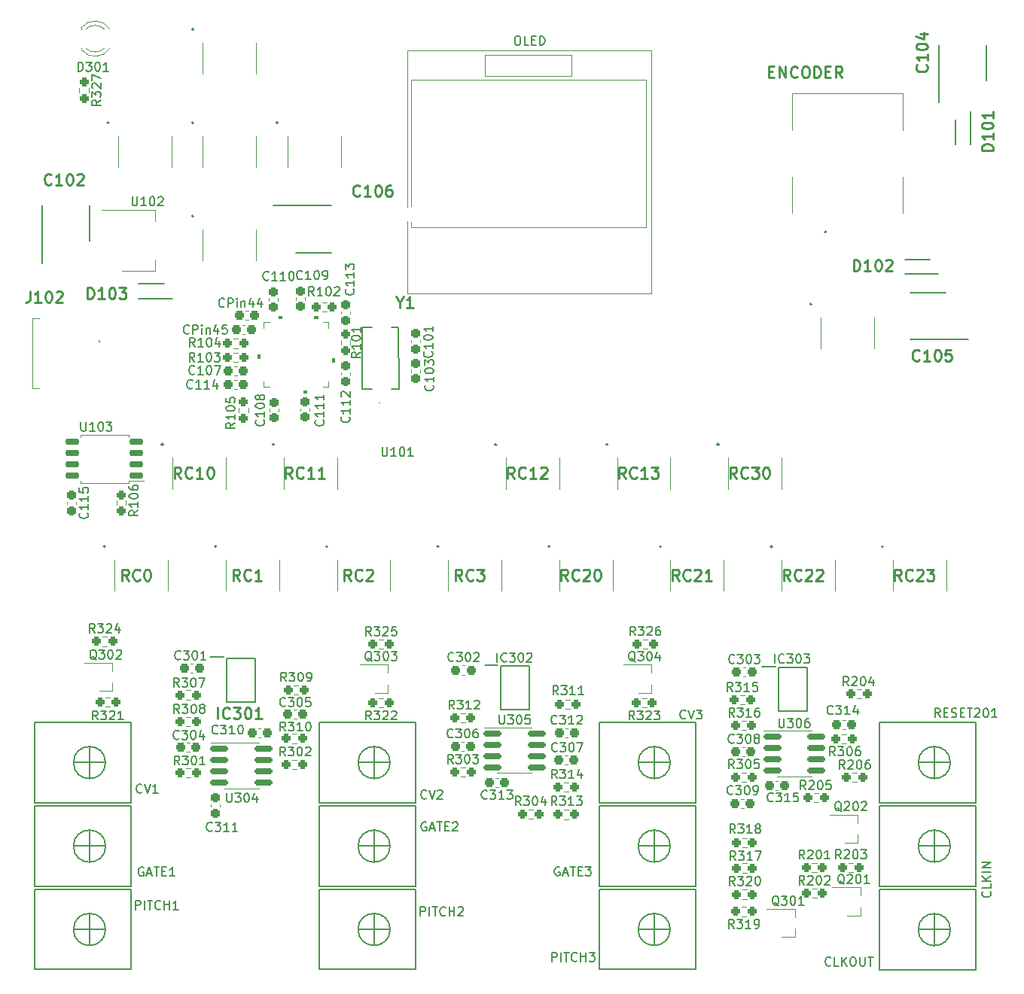
<source format=gto>
G04 #@! TF.GenerationSoftware,KiCad,Pcbnew,(6.0.0)*
G04 #@! TF.CreationDate,2022-04-06T20:06:18+02:00*
G04 #@! TF.ProjectId,GenerativeEngine,47656e65-7261-4746-9976-65456e67696e,rev?*
G04 #@! TF.SameCoordinates,Original*
G04 #@! TF.FileFunction,Legend,Top*
G04 #@! TF.FilePolarity,Positive*
%FSLAX46Y46*%
G04 Gerber Fmt 4.6, Leading zero omitted, Abs format (unit mm)*
G04 Created by KiCad (PCBNEW (6.0.0)) date 2022-04-06 20:06:18*
%MOMM*%
%LPD*%
G01*
G04 APERTURE LIST*
G04 Aperture macros list*
%AMRoundRect*
0 Rectangle with rounded corners*
0 $1 Rounding radius*
0 $2 $3 $4 $5 $6 $7 $8 $9 X,Y pos of 4 corners*
0 Add a 4 corners polygon primitive as box body*
4,1,4,$2,$3,$4,$5,$6,$7,$8,$9,$2,$3,0*
0 Add four circle primitives for the rounded corners*
1,1,$1+$1,$2,$3*
1,1,$1+$1,$4,$5*
1,1,$1+$1,$6,$7*
1,1,$1+$1,$8,$9*
0 Add four rect primitives between the rounded corners*
20,1,$1+$1,$2,$3,$4,$5,0*
20,1,$1+$1,$4,$5,$6,$7,0*
20,1,$1+$1,$6,$7,$8,$9,0*
20,1,$1+$1,$8,$9,$2,$3,0*%
G04 Aperture macros list end*
%ADD10C,0.150000*%
%ADD11C,0.254000*%
%ADD12C,0.120000*%
%ADD13C,0.200000*%
%ADD14C,0.100000*%
%ADD15C,1.800000*%
%ADD16RoundRect,0.237500X-0.250000X-0.237500X0.250000X-0.237500X0.250000X0.237500X-0.250000X0.237500X0*%
%ADD17RoundRect,0.237500X-0.237500X0.300000X-0.237500X-0.300000X0.237500X-0.300000X0.237500X0.300000X0*%
%ADD18RoundRect,0.237500X0.237500X-0.300000X0.237500X0.300000X-0.237500X0.300000X-0.237500X-0.300000X0*%
%ADD19R,1.500000X0.650000*%
%ADD20R,1.150000X1.150000*%
%ADD21C,1.575000*%
%ADD22RoundRect,0.150000X-0.825000X-0.150000X0.825000X-0.150000X0.825000X0.150000X-0.825000X0.150000X0*%
%ADD23RoundRect,0.237500X0.250000X0.237500X-0.250000X0.237500X-0.250000X-0.237500X0.250000X-0.237500X0*%
%ADD24R,1.800000X3.300000*%
%ADD25RoundRect,0.237500X0.300000X0.237500X-0.300000X0.237500X-0.300000X-0.237500X0.300000X-0.237500X0*%
%ADD26RoundRect,0.150000X0.650000X0.150000X-0.650000X0.150000X-0.650000X-0.150000X0.650000X-0.150000X0*%
%ADD27R,3.300000X1.800000*%
%ADD28RoundRect,0.237500X-0.300000X-0.237500X0.300000X-0.237500X0.300000X0.237500X-0.300000X0.237500X0*%
%ADD29R,1.900000X0.800000*%
%ADD30RoundRect,0.237500X0.237500X-0.250000X0.237500X0.250000X-0.237500X0.250000X-0.237500X-0.250000X0*%
%ADD31R,1.350000X0.400000*%
%ADD32C,1.950000*%
%ADD33R,1.400000X1.600000*%
%ADD34R,1.600000X1.900000*%
%ADD35R,0.177800X0.812800*%
%ADD36R,0.812800X0.177800*%
%ADD37R,3.200400X3.200400*%
%ADD38R,1.800000X1.800000*%
%ADD39RoundRect,0.237500X-0.237500X0.250000X-0.237500X-0.250000X0.237500X-0.250000X0.237500X0.250000X0*%
%ADD40R,1.200000X3.500000*%
%ADD41C,1.650000*%
%ADD42C,4.800000*%
%ADD43O,1.600000X2.000000*%
%ADD44R,2.000000X1.500000*%
%ADD45R,2.000000X3.800000*%
%ADD46R,1.700000X1.700000*%
%ADD47O,1.700000X1.700000*%
G04 APERTURE END LIST*
D10*
X128415352Y-133038980D02*
X128082019Y-132562790D01*
X127843923Y-133038980D02*
X127843923Y-132038980D01*
X128224876Y-132038980D01*
X128320114Y-132086600D01*
X128367733Y-132134219D01*
X128415352Y-132229457D01*
X128415352Y-132372314D01*
X128367733Y-132467552D01*
X128320114Y-132515171D01*
X128224876Y-132562790D01*
X127843923Y-132562790D01*
X128796304Y-132134219D02*
X128843923Y-132086600D01*
X128939161Y-132038980D01*
X129177257Y-132038980D01*
X129272495Y-132086600D01*
X129320114Y-132134219D01*
X129367733Y-132229457D01*
X129367733Y-132324695D01*
X129320114Y-132467552D01*
X128748685Y-133038980D01*
X129367733Y-133038980D01*
X129986780Y-132038980D02*
X130082019Y-132038980D01*
X130177257Y-132086600D01*
X130224876Y-132134219D01*
X130272495Y-132229457D01*
X130320114Y-132419933D01*
X130320114Y-132658028D01*
X130272495Y-132848504D01*
X130224876Y-132943742D01*
X130177257Y-132991361D01*
X130082019Y-133038980D01*
X129986780Y-133038980D01*
X129891542Y-132991361D01*
X129843923Y-132943742D01*
X129796304Y-132848504D01*
X129748685Y-132658028D01*
X129748685Y-132419933D01*
X129796304Y-132229457D01*
X129843923Y-132134219D01*
X129891542Y-132086600D01*
X129986780Y-132038980D01*
X131177257Y-132038980D02*
X130986780Y-132038980D01*
X130891542Y-132086600D01*
X130843923Y-132134219D01*
X130748685Y-132277076D01*
X130701066Y-132467552D01*
X130701066Y-132848504D01*
X130748685Y-132943742D01*
X130796304Y-132991361D01*
X130891542Y-133038980D01*
X131082019Y-133038980D01*
X131177257Y-132991361D01*
X131224876Y-132943742D01*
X131272495Y-132848504D01*
X131272495Y-132610409D01*
X131224876Y-132515171D01*
X131177257Y-132467552D01*
X131082019Y-132419933D01*
X130891542Y-132419933D01*
X130796304Y-132467552D01*
X130748685Y-132515171D01*
X130701066Y-132610409D01*
X63625552Y-77979542D02*
X63577933Y-78027161D01*
X63435076Y-78074780D01*
X63339838Y-78074780D01*
X63196980Y-78027161D01*
X63101742Y-77931923D01*
X63054123Y-77836685D01*
X63006504Y-77646209D01*
X63006504Y-77503352D01*
X63054123Y-77312876D01*
X63101742Y-77217638D01*
X63196980Y-77122400D01*
X63339838Y-77074780D01*
X63435076Y-77074780D01*
X63577933Y-77122400D01*
X63625552Y-77170019D01*
X64577933Y-78074780D02*
X64006504Y-78074780D01*
X64292219Y-78074780D02*
X64292219Y-77074780D01*
X64196980Y-77217638D01*
X64101742Y-77312876D01*
X64006504Y-77360495D01*
X65530314Y-78074780D02*
X64958885Y-78074780D01*
X65244600Y-78074780D02*
X65244600Y-77074780D01*
X65149361Y-77217638D01*
X65054123Y-77312876D01*
X64958885Y-77360495D01*
X66149361Y-77074780D02*
X66244600Y-77074780D01*
X66339838Y-77122400D01*
X66387457Y-77170019D01*
X66435076Y-77265257D01*
X66482695Y-77455733D01*
X66482695Y-77693828D01*
X66435076Y-77884304D01*
X66387457Y-77979542D01*
X66339838Y-78027161D01*
X66244600Y-78074780D01*
X66149361Y-78074780D01*
X66054123Y-78027161D01*
X66006504Y-77979542D01*
X65958885Y-77884304D01*
X65911266Y-77693828D01*
X65911266Y-77455733D01*
X65958885Y-77265257D01*
X66006504Y-77170019D01*
X66054123Y-77122400D01*
X66149361Y-77074780D01*
X72670942Y-93448047D02*
X72718561Y-93495666D01*
X72766180Y-93638523D01*
X72766180Y-93733761D01*
X72718561Y-93876619D01*
X72623323Y-93971857D01*
X72528085Y-94019476D01*
X72337609Y-94067095D01*
X72194752Y-94067095D01*
X72004276Y-94019476D01*
X71909038Y-93971857D01*
X71813800Y-93876619D01*
X71766180Y-93733761D01*
X71766180Y-93638523D01*
X71813800Y-93495666D01*
X71861419Y-93448047D01*
X72766180Y-92495666D02*
X72766180Y-93067095D01*
X72766180Y-92781380D02*
X71766180Y-92781380D01*
X71909038Y-92876619D01*
X72004276Y-92971857D01*
X72051895Y-93067095D01*
X72766180Y-91543285D02*
X72766180Y-92114714D01*
X72766180Y-91829000D02*
X71766180Y-91829000D01*
X71909038Y-91924238D01*
X72004276Y-92019476D01*
X72051895Y-92114714D01*
X71861419Y-91162333D02*
X71813800Y-91114714D01*
X71766180Y-91019476D01*
X71766180Y-90781380D01*
X71813800Y-90686142D01*
X71861419Y-90638523D01*
X71956657Y-90590904D01*
X72051895Y-90590904D01*
X72194752Y-90638523D01*
X72766180Y-91209952D01*
X72766180Y-90590904D01*
D11*
X57896614Y-127402923D02*
X57896614Y-126132923D01*
X59227090Y-127281971D02*
X59166614Y-127342447D01*
X58985185Y-127402923D01*
X58864233Y-127402923D01*
X58682804Y-127342447D01*
X58561852Y-127221495D01*
X58501376Y-127100542D01*
X58440900Y-126858638D01*
X58440900Y-126677209D01*
X58501376Y-126435304D01*
X58561852Y-126314352D01*
X58682804Y-126193400D01*
X58864233Y-126132923D01*
X58985185Y-126132923D01*
X59166614Y-126193400D01*
X59227090Y-126253876D01*
X59650423Y-126132923D02*
X60436614Y-126132923D01*
X60013280Y-126616733D01*
X60194709Y-126616733D01*
X60315661Y-126677209D01*
X60376138Y-126737685D01*
X60436614Y-126858638D01*
X60436614Y-127161019D01*
X60376138Y-127281971D01*
X60315661Y-127342447D01*
X60194709Y-127402923D01*
X59831852Y-127402923D01*
X59710900Y-127342447D01*
X59650423Y-127281971D01*
X61222804Y-126132923D02*
X61343757Y-126132923D01*
X61464709Y-126193400D01*
X61525185Y-126253876D01*
X61585661Y-126374828D01*
X61646138Y-126616733D01*
X61646138Y-126919114D01*
X61585661Y-127161019D01*
X61525185Y-127281971D01*
X61464709Y-127342447D01*
X61343757Y-127402923D01*
X61222804Y-127402923D01*
X61101852Y-127342447D01*
X61041376Y-127281971D01*
X60980900Y-127161019D01*
X60920423Y-126919114D01*
X60920423Y-126616733D01*
X60980900Y-126374828D01*
X61041376Y-126253876D01*
X61101852Y-126193400D01*
X61222804Y-126132923D01*
X62855661Y-127402923D02*
X62129947Y-127402923D01*
X62492804Y-127402923D02*
X62492804Y-126132923D01*
X62371852Y-126314352D01*
X62250900Y-126435304D01*
X62129947Y-126495780D01*
D10*
X69749942Y-93803647D02*
X69797561Y-93851266D01*
X69845180Y-93994123D01*
X69845180Y-94089361D01*
X69797561Y-94232219D01*
X69702323Y-94327457D01*
X69607085Y-94375076D01*
X69416609Y-94422695D01*
X69273752Y-94422695D01*
X69083276Y-94375076D01*
X68988038Y-94327457D01*
X68892800Y-94232219D01*
X68845180Y-94089361D01*
X68845180Y-93994123D01*
X68892800Y-93851266D01*
X68940419Y-93803647D01*
X69845180Y-92851266D02*
X69845180Y-93422695D01*
X69845180Y-93136980D02*
X68845180Y-93136980D01*
X68988038Y-93232219D01*
X69083276Y-93327457D01*
X69130895Y-93422695D01*
X69845180Y-91898885D02*
X69845180Y-92470314D01*
X69845180Y-92184600D02*
X68845180Y-92184600D01*
X68988038Y-92279838D01*
X69083276Y-92375076D01*
X69130895Y-92470314D01*
X69845180Y-90946504D02*
X69845180Y-91517933D01*
X69845180Y-91232219D02*
X68845180Y-91232219D01*
X68988038Y-91327457D01*
X69083276Y-91422695D01*
X69130895Y-91517933D01*
X91971952Y-137147580D02*
X91638619Y-136671390D01*
X91400523Y-137147580D02*
X91400523Y-136147580D01*
X91781476Y-136147580D01*
X91876714Y-136195200D01*
X91924333Y-136242819D01*
X91971952Y-136338057D01*
X91971952Y-136480914D01*
X91924333Y-136576152D01*
X91876714Y-136623771D01*
X91781476Y-136671390D01*
X91400523Y-136671390D01*
X92305285Y-136147580D02*
X92924333Y-136147580D01*
X92591000Y-136528533D01*
X92733857Y-136528533D01*
X92829095Y-136576152D01*
X92876714Y-136623771D01*
X92924333Y-136719009D01*
X92924333Y-136957104D01*
X92876714Y-137052342D01*
X92829095Y-137099961D01*
X92733857Y-137147580D01*
X92448142Y-137147580D01*
X92352904Y-137099961D01*
X92305285Y-137052342D01*
X93543380Y-136147580D02*
X93638619Y-136147580D01*
X93733857Y-136195200D01*
X93781476Y-136242819D01*
X93829095Y-136338057D01*
X93876714Y-136528533D01*
X93876714Y-136766628D01*
X93829095Y-136957104D01*
X93781476Y-137052342D01*
X93733857Y-137099961D01*
X93638619Y-137147580D01*
X93543380Y-137147580D01*
X93448142Y-137099961D01*
X93400523Y-137052342D01*
X93352904Y-136957104D01*
X93305285Y-136766628D01*
X93305285Y-136528533D01*
X93352904Y-136338057D01*
X93400523Y-136242819D01*
X93448142Y-136195200D01*
X93543380Y-136147580D01*
X94733857Y-136480914D02*
X94733857Y-137147580D01*
X94495761Y-136099961D02*
X94257666Y-136814247D01*
X94876714Y-136814247D01*
D11*
X129399695Y-77003123D02*
X129399695Y-75733123D01*
X129702076Y-75733123D01*
X129883504Y-75793600D01*
X130004457Y-75914552D01*
X130064933Y-76035504D01*
X130125409Y-76277409D01*
X130125409Y-76458838D01*
X130064933Y-76700742D01*
X130004457Y-76821695D01*
X129883504Y-76942647D01*
X129702076Y-77003123D01*
X129399695Y-77003123D01*
X131334933Y-77003123D02*
X130609219Y-77003123D01*
X130972076Y-77003123D02*
X130972076Y-75733123D01*
X130851123Y-75914552D01*
X130730171Y-76035504D01*
X130609219Y-76095980D01*
X132121123Y-75733123D02*
X132242076Y-75733123D01*
X132363028Y-75793600D01*
X132423504Y-75854076D01*
X132483980Y-75975028D01*
X132544457Y-76216933D01*
X132544457Y-76519314D01*
X132483980Y-76761219D01*
X132423504Y-76882171D01*
X132363028Y-76942647D01*
X132242076Y-77003123D01*
X132121123Y-77003123D01*
X132000171Y-76942647D01*
X131939695Y-76882171D01*
X131879219Y-76761219D01*
X131818742Y-76519314D01*
X131818742Y-76216933D01*
X131879219Y-75975028D01*
X131939695Y-75854076D01*
X132000171Y-75793600D01*
X132121123Y-75733123D01*
X133028266Y-75854076D02*
X133088742Y-75793600D01*
X133209695Y-75733123D01*
X133512076Y-75733123D01*
X133633028Y-75793600D01*
X133693504Y-75854076D01*
X133753980Y-75975028D01*
X133753980Y-76095980D01*
X133693504Y-76277409D01*
X132967790Y-77003123D01*
X133753980Y-77003123D01*
X109752971Y-111851923D02*
X109329638Y-111247161D01*
X109027257Y-111851923D02*
X109027257Y-110581923D01*
X109511066Y-110581923D01*
X109632019Y-110642400D01*
X109692495Y-110702876D01*
X109752971Y-110823828D01*
X109752971Y-111005257D01*
X109692495Y-111126209D01*
X109632019Y-111186685D01*
X109511066Y-111247161D01*
X109027257Y-111247161D01*
X111022971Y-111730971D02*
X110962495Y-111791447D01*
X110781066Y-111851923D01*
X110660114Y-111851923D01*
X110478685Y-111791447D01*
X110357733Y-111670495D01*
X110297257Y-111549542D01*
X110236780Y-111307638D01*
X110236780Y-111126209D01*
X110297257Y-110884304D01*
X110357733Y-110763352D01*
X110478685Y-110642400D01*
X110660114Y-110581923D01*
X110781066Y-110581923D01*
X110962495Y-110642400D01*
X111022971Y-110702876D01*
X111506780Y-110702876D02*
X111567257Y-110642400D01*
X111688209Y-110581923D01*
X111990590Y-110581923D01*
X112111542Y-110642400D01*
X112172019Y-110702876D01*
X112232495Y-110823828D01*
X112232495Y-110944780D01*
X112172019Y-111126209D01*
X111446304Y-111851923D01*
X112232495Y-111851923D01*
X113442019Y-111851923D02*
X112716304Y-111851923D01*
X113079161Y-111851923D02*
X113079161Y-110581923D01*
X112958209Y-110763352D01*
X112837257Y-110884304D01*
X112716304Y-110944780D01*
D10*
X96182752Y-124689980D02*
X95849419Y-124213790D01*
X95611323Y-124689980D02*
X95611323Y-123689980D01*
X95992276Y-123689980D01*
X96087514Y-123737600D01*
X96135133Y-123785219D01*
X96182752Y-123880457D01*
X96182752Y-124023314D01*
X96135133Y-124118552D01*
X96087514Y-124166171D01*
X95992276Y-124213790D01*
X95611323Y-124213790D01*
X96516085Y-123689980D02*
X97135133Y-123689980D01*
X96801800Y-124070933D01*
X96944657Y-124070933D01*
X97039895Y-124118552D01*
X97087514Y-124166171D01*
X97135133Y-124261409D01*
X97135133Y-124499504D01*
X97087514Y-124594742D01*
X97039895Y-124642361D01*
X96944657Y-124689980D01*
X96658942Y-124689980D01*
X96563704Y-124642361D01*
X96516085Y-124594742D01*
X98087514Y-124689980D02*
X97516085Y-124689980D01*
X97801800Y-124689980D02*
X97801800Y-123689980D01*
X97706561Y-123832838D01*
X97611323Y-123928076D01*
X97516085Y-123975695D01*
X99039895Y-124689980D02*
X98468466Y-124689980D01*
X98754180Y-124689980D02*
X98754180Y-123689980D01*
X98658942Y-123832838D01*
X98563704Y-123928076D01*
X98468466Y-123975695D01*
X104849752Y-118021380D02*
X104516419Y-117545190D01*
X104278323Y-118021380D02*
X104278323Y-117021380D01*
X104659276Y-117021380D01*
X104754514Y-117069000D01*
X104802133Y-117116619D01*
X104849752Y-117211857D01*
X104849752Y-117354714D01*
X104802133Y-117449952D01*
X104754514Y-117497571D01*
X104659276Y-117545190D01*
X104278323Y-117545190D01*
X105183085Y-117021380D02*
X105802133Y-117021380D01*
X105468800Y-117402333D01*
X105611657Y-117402333D01*
X105706895Y-117449952D01*
X105754514Y-117497571D01*
X105802133Y-117592809D01*
X105802133Y-117830904D01*
X105754514Y-117926142D01*
X105706895Y-117973761D01*
X105611657Y-118021380D01*
X105325942Y-118021380D01*
X105230704Y-117973761D01*
X105183085Y-117926142D01*
X106183085Y-117116619D02*
X106230704Y-117069000D01*
X106325942Y-117021380D01*
X106564038Y-117021380D01*
X106659276Y-117069000D01*
X106706895Y-117116619D01*
X106754514Y-117211857D01*
X106754514Y-117307095D01*
X106706895Y-117449952D01*
X106135466Y-118021380D01*
X106754514Y-118021380D01*
X107611657Y-117021380D02*
X107421180Y-117021380D01*
X107325942Y-117069000D01*
X107278323Y-117116619D01*
X107183085Y-117259476D01*
X107135466Y-117449952D01*
X107135466Y-117830904D01*
X107183085Y-117926142D01*
X107230704Y-117973761D01*
X107325942Y-118021380D01*
X107516419Y-118021380D01*
X107611657Y-117973761D01*
X107659276Y-117926142D01*
X107706895Y-117830904D01*
X107706895Y-117592809D01*
X107659276Y-117497571D01*
X107611657Y-117449952D01*
X107516419Y-117402333D01*
X107325942Y-117402333D01*
X107230704Y-117449952D01*
X107183085Y-117497571D01*
X107135466Y-117592809D01*
D11*
X66253471Y-100351923D02*
X65830138Y-99747161D01*
X65527757Y-100351923D02*
X65527757Y-99081923D01*
X66011566Y-99081923D01*
X66132519Y-99142400D01*
X66192995Y-99202876D01*
X66253471Y-99323828D01*
X66253471Y-99505257D01*
X66192995Y-99626209D01*
X66132519Y-99686685D01*
X66011566Y-99747161D01*
X65527757Y-99747161D01*
X67523471Y-100230971D02*
X67462995Y-100291447D01*
X67281566Y-100351923D01*
X67160614Y-100351923D01*
X66979185Y-100291447D01*
X66858233Y-100170495D01*
X66797757Y-100049542D01*
X66737280Y-99807638D01*
X66737280Y-99626209D01*
X66797757Y-99384304D01*
X66858233Y-99263352D01*
X66979185Y-99142400D01*
X67160614Y-99081923D01*
X67281566Y-99081923D01*
X67462995Y-99142400D01*
X67523471Y-99202876D01*
X68732995Y-100351923D02*
X68007280Y-100351923D01*
X68370138Y-100351923D02*
X68370138Y-99081923D01*
X68249185Y-99263352D01*
X68128233Y-99384304D01*
X68007280Y-99444780D01*
X69942519Y-100351923D02*
X69216804Y-100351923D01*
X69579661Y-100351923D02*
X69579661Y-99081923D01*
X69458709Y-99263352D01*
X69337757Y-99384304D01*
X69216804Y-99444780D01*
D10*
X144756142Y-146873742D02*
X144803761Y-146921361D01*
X144851380Y-147064219D01*
X144851380Y-147159457D01*
X144803761Y-147302314D01*
X144708523Y-147397552D01*
X144613285Y-147445171D01*
X144422809Y-147492790D01*
X144279952Y-147492790D01*
X144089476Y-147445171D01*
X143994238Y-147397552D01*
X143899000Y-147302314D01*
X143851380Y-147159457D01*
X143851380Y-147064219D01*
X143899000Y-146921361D01*
X143946619Y-146873742D01*
X144851380Y-145968980D02*
X144851380Y-146445171D01*
X143851380Y-146445171D01*
X144851380Y-145635647D02*
X143851380Y-145635647D01*
X144851380Y-145064219D02*
X144279952Y-145492790D01*
X143851380Y-145064219D02*
X144422809Y-145635647D01*
X144851380Y-144635647D02*
X143851380Y-144635647D01*
X144851380Y-144159457D02*
X143851380Y-144159457D01*
X144851380Y-143588028D01*
X143851380Y-143588028D01*
X58909914Y-135780380D02*
X58909914Y-136589904D01*
X58957533Y-136685142D01*
X59005152Y-136732761D01*
X59100390Y-136780380D01*
X59290866Y-136780380D01*
X59386104Y-136732761D01*
X59433723Y-136685142D01*
X59481342Y-136589904D01*
X59481342Y-135780380D01*
X59862295Y-135780380D02*
X60481342Y-135780380D01*
X60148009Y-136161333D01*
X60290866Y-136161333D01*
X60386104Y-136208952D01*
X60433723Y-136256571D01*
X60481342Y-136351809D01*
X60481342Y-136589904D01*
X60433723Y-136685142D01*
X60386104Y-136732761D01*
X60290866Y-136780380D01*
X60005152Y-136780380D01*
X59909914Y-136732761D01*
X59862295Y-136685142D01*
X61100390Y-135780380D02*
X61195628Y-135780380D01*
X61290866Y-135828000D01*
X61338485Y-135875619D01*
X61386104Y-135970857D01*
X61433723Y-136161333D01*
X61433723Y-136399428D01*
X61386104Y-136589904D01*
X61338485Y-136685142D01*
X61290866Y-136732761D01*
X61195628Y-136780380D01*
X61100390Y-136780380D01*
X61005152Y-136732761D01*
X60957533Y-136685142D01*
X60909914Y-136589904D01*
X60862295Y-136399428D01*
X60862295Y-136161333D01*
X60909914Y-135970857D01*
X60957533Y-135875619D01*
X61005152Y-135828000D01*
X61100390Y-135780380D01*
X62290866Y-136113714D02*
X62290866Y-136780380D01*
X62052771Y-135732761D02*
X61814676Y-136447047D01*
X62433723Y-136447047D01*
X124021152Y-135357980D02*
X123687819Y-134881790D01*
X123449723Y-135357980D02*
X123449723Y-134357980D01*
X123830676Y-134357980D01*
X123925914Y-134405600D01*
X123973533Y-134453219D01*
X124021152Y-134548457D01*
X124021152Y-134691314D01*
X123973533Y-134786552D01*
X123925914Y-134834171D01*
X123830676Y-134881790D01*
X123449723Y-134881790D01*
X124402104Y-134453219D02*
X124449723Y-134405600D01*
X124544961Y-134357980D01*
X124783057Y-134357980D01*
X124878295Y-134405600D01*
X124925914Y-134453219D01*
X124973533Y-134548457D01*
X124973533Y-134643695D01*
X124925914Y-134786552D01*
X124354485Y-135357980D01*
X124973533Y-135357980D01*
X125592580Y-134357980D02*
X125687819Y-134357980D01*
X125783057Y-134405600D01*
X125830676Y-134453219D01*
X125878295Y-134548457D01*
X125925914Y-134738933D01*
X125925914Y-134977028D01*
X125878295Y-135167504D01*
X125830676Y-135262742D01*
X125783057Y-135310361D01*
X125687819Y-135357980D01*
X125592580Y-135357980D01*
X125497342Y-135310361D01*
X125449723Y-135262742D01*
X125402104Y-135167504D01*
X125354485Y-134977028D01*
X125354485Y-134738933D01*
X125402104Y-134548457D01*
X125449723Y-134453219D01*
X125497342Y-134405600D01*
X125592580Y-134357980D01*
X126830676Y-134357980D02*
X126354485Y-134357980D01*
X126306866Y-134834171D01*
X126354485Y-134786552D01*
X126449723Y-134738933D01*
X126687819Y-134738933D01*
X126783057Y-134786552D01*
X126830676Y-134834171D01*
X126878295Y-134929409D01*
X126878295Y-135167504D01*
X126830676Y-135262742D01*
X126783057Y-135310361D01*
X126687819Y-135357980D01*
X126449723Y-135357980D01*
X126354485Y-135310361D01*
X126306866Y-135262742D01*
X44069452Y-117716580D02*
X43736119Y-117240390D01*
X43498023Y-117716580D02*
X43498023Y-116716580D01*
X43878976Y-116716580D01*
X43974214Y-116764200D01*
X44021833Y-116811819D01*
X44069452Y-116907057D01*
X44069452Y-117049914D01*
X44021833Y-117145152D01*
X43974214Y-117192771D01*
X43878976Y-117240390D01*
X43498023Y-117240390D01*
X44402785Y-116716580D02*
X45021833Y-116716580D01*
X44688500Y-117097533D01*
X44831357Y-117097533D01*
X44926595Y-117145152D01*
X44974214Y-117192771D01*
X45021833Y-117288009D01*
X45021833Y-117526104D01*
X44974214Y-117621342D01*
X44926595Y-117668961D01*
X44831357Y-117716580D01*
X44545642Y-117716580D01*
X44450404Y-117668961D01*
X44402785Y-117621342D01*
X45402785Y-116811819D02*
X45450404Y-116764200D01*
X45545642Y-116716580D01*
X45783738Y-116716580D01*
X45878976Y-116764200D01*
X45926595Y-116811819D01*
X45974214Y-116907057D01*
X45974214Y-117002295D01*
X45926595Y-117145152D01*
X45355166Y-117716580D01*
X45974214Y-117716580D01*
X46831357Y-117049914D02*
X46831357Y-117716580D01*
X46593261Y-116668961D02*
X46355166Y-117383247D01*
X46974214Y-117383247D01*
D11*
X137588171Y-53821390D02*
X137648647Y-53881866D01*
X137709123Y-54063295D01*
X137709123Y-54184247D01*
X137648647Y-54365676D01*
X137527695Y-54486628D01*
X137406742Y-54547104D01*
X137164838Y-54607580D01*
X136983409Y-54607580D01*
X136741504Y-54547104D01*
X136620552Y-54486628D01*
X136499600Y-54365676D01*
X136439123Y-54184247D01*
X136439123Y-54063295D01*
X136499600Y-53881866D01*
X136560076Y-53821390D01*
X137709123Y-52611866D02*
X137709123Y-53337580D01*
X137709123Y-52974723D02*
X136439123Y-52974723D01*
X136620552Y-53095676D01*
X136741504Y-53216628D01*
X136801980Y-53337580D01*
X136439123Y-51825676D02*
X136439123Y-51704723D01*
X136499600Y-51583771D01*
X136560076Y-51523295D01*
X136681028Y-51462819D01*
X136922933Y-51402342D01*
X137225314Y-51402342D01*
X137467219Y-51462819D01*
X137588171Y-51523295D01*
X137648647Y-51583771D01*
X137709123Y-51704723D01*
X137709123Y-51825676D01*
X137648647Y-51946628D01*
X137588171Y-52007104D01*
X137467219Y-52067580D01*
X137225314Y-52128057D01*
X136922933Y-52128057D01*
X136681028Y-52067580D01*
X136560076Y-52007104D01*
X136499600Y-51946628D01*
X136439123Y-51825676D01*
X136862457Y-50313771D02*
X137709123Y-50313771D01*
X136378647Y-50616152D02*
X137285790Y-50918533D01*
X137285790Y-50132342D01*
D10*
X73153542Y-79071647D02*
X73201161Y-79119266D01*
X73248780Y-79262123D01*
X73248780Y-79357361D01*
X73201161Y-79500219D01*
X73105923Y-79595457D01*
X73010685Y-79643076D01*
X72820209Y-79690695D01*
X72677352Y-79690695D01*
X72486876Y-79643076D01*
X72391638Y-79595457D01*
X72296400Y-79500219D01*
X72248780Y-79357361D01*
X72248780Y-79262123D01*
X72296400Y-79119266D01*
X72344019Y-79071647D01*
X73248780Y-78119266D02*
X73248780Y-78690695D01*
X73248780Y-78404980D02*
X72248780Y-78404980D01*
X72391638Y-78500219D01*
X72486876Y-78595457D01*
X72534495Y-78690695D01*
X73248780Y-77166885D02*
X73248780Y-77738314D01*
X73248780Y-77452600D02*
X72248780Y-77452600D01*
X72391638Y-77547838D01*
X72486876Y-77643076D01*
X72534495Y-77738314D01*
X72248780Y-76833552D02*
X72248780Y-76214504D01*
X72629733Y-76547838D01*
X72629733Y-76404980D01*
X72677352Y-76309742D01*
X72724971Y-76262123D01*
X72820209Y-76214504D01*
X73058304Y-76214504D01*
X73153542Y-76262123D01*
X73201161Y-76309742D01*
X73248780Y-76404980D01*
X73248780Y-76690695D01*
X73201161Y-76785933D01*
X73153542Y-76833552D01*
X53586952Y-126772780D02*
X53253619Y-126296590D01*
X53015523Y-126772780D02*
X53015523Y-125772780D01*
X53396476Y-125772780D01*
X53491714Y-125820400D01*
X53539333Y-125868019D01*
X53586952Y-125963257D01*
X53586952Y-126106114D01*
X53539333Y-126201352D01*
X53491714Y-126248971D01*
X53396476Y-126296590D01*
X53015523Y-126296590D01*
X53920285Y-125772780D02*
X54539333Y-125772780D01*
X54206000Y-126153733D01*
X54348857Y-126153733D01*
X54444095Y-126201352D01*
X54491714Y-126248971D01*
X54539333Y-126344209D01*
X54539333Y-126582304D01*
X54491714Y-126677542D01*
X54444095Y-126725161D01*
X54348857Y-126772780D01*
X54063142Y-126772780D01*
X53967904Y-126725161D01*
X53920285Y-126677542D01*
X55158380Y-125772780D02*
X55253619Y-125772780D01*
X55348857Y-125820400D01*
X55396476Y-125868019D01*
X55444095Y-125963257D01*
X55491714Y-126153733D01*
X55491714Y-126391828D01*
X55444095Y-126582304D01*
X55396476Y-126677542D01*
X55348857Y-126725161D01*
X55253619Y-126772780D01*
X55158380Y-126772780D01*
X55063142Y-126725161D01*
X55015523Y-126677542D01*
X54967904Y-126582304D01*
X54920285Y-126391828D01*
X54920285Y-126153733D01*
X54967904Y-125963257D01*
X55015523Y-125868019D01*
X55063142Y-125820400D01*
X55158380Y-125772780D01*
X56063142Y-126201352D02*
X55967904Y-126153733D01*
X55920285Y-126106114D01*
X55872666Y-126010876D01*
X55872666Y-125963257D01*
X55920285Y-125868019D01*
X55967904Y-125820400D01*
X56063142Y-125772780D01*
X56253619Y-125772780D01*
X56348857Y-125820400D01*
X56396476Y-125868019D01*
X56444095Y-125963257D01*
X56444095Y-126010876D01*
X56396476Y-126106114D01*
X56348857Y-126153733D01*
X56253619Y-126201352D01*
X56063142Y-126201352D01*
X55967904Y-126248971D01*
X55920285Y-126296590D01*
X55872666Y-126391828D01*
X55872666Y-126582304D01*
X55920285Y-126677542D01*
X55967904Y-126725161D01*
X56063142Y-126772780D01*
X56253619Y-126772780D01*
X56348857Y-126725161D01*
X56396476Y-126677542D01*
X56444095Y-126582304D01*
X56444095Y-126391828D01*
X56396476Y-126296590D01*
X56348857Y-126248971D01*
X56253619Y-126201352D01*
X96035952Y-134107180D02*
X95702619Y-133630990D01*
X95464523Y-134107180D02*
X95464523Y-133107180D01*
X95845476Y-133107180D01*
X95940714Y-133154800D01*
X95988333Y-133202419D01*
X96035952Y-133297657D01*
X96035952Y-133440514D01*
X95988333Y-133535752D01*
X95940714Y-133583371D01*
X95845476Y-133630990D01*
X95464523Y-133630990D01*
X96369285Y-133107180D02*
X96988333Y-133107180D01*
X96655000Y-133488133D01*
X96797857Y-133488133D01*
X96893095Y-133535752D01*
X96940714Y-133583371D01*
X96988333Y-133678609D01*
X96988333Y-133916704D01*
X96940714Y-134011942D01*
X96893095Y-134059561D01*
X96797857Y-134107180D01*
X96512142Y-134107180D01*
X96416904Y-134059561D01*
X96369285Y-134011942D01*
X97940714Y-134107180D02*
X97369285Y-134107180D01*
X97655000Y-134107180D02*
X97655000Y-133107180D01*
X97559761Y-133250038D01*
X97464523Y-133345276D01*
X97369285Y-133392895D01*
X98797857Y-133440514D02*
X98797857Y-134107180D01*
X98559761Y-133059561D02*
X98321666Y-133773847D01*
X98940714Y-133773847D01*
D11*
X60358233Y-111851923D02*
X59934900Y-111247161D01*
X59632519Y-111851923D02*
X59632519Y-110581923D01*
X60116328Y-110581923D01*
X60237280Y-110642400D01*
X60297757Y-110702876D01*
X60358233Y-110823828D01*
X60358233Y-111005257D01*
X60297757Y-111126209D01*
X60237280Y-111186685D01*
X60116328Y-111247161D01*
X59632519Y-111247161D01*
X61628233Y-111730971D02*
X61567757Y-111791447D01*
X61386328Y-111851923D01*
X61265376Y-111851923D01*
X61083947Y-111791447D01*
X60962995Y-111670495D01*
X60902519Y-111549542D01*
X60842042Y-111307638D01*
X60842042Y-111126209D01*
X60902519Y-110884304D01*
X60962995Y-110763352D01*
X61083947Y-110642400D01*
X61265376Y-110581923D01*
X61386328Y-110581923D01*
X61567757Y-110642400D01*
X61628233Y-110702876D01*
X62837757Y-111851923D02*
X62112042Y-111851923D01*
X62474900Y-111851923D02*
X62474900Y-110581923D01*
X62353947Y-110763352D01*
X62232995Y-110884304D01*
X62112042Y-110944780D01*
D10*
X57904952Y-129014342D02*
X57857333Y-129061961D01*
X57714476Y-129109580D01*
X57619238Y-129109580D01*
X57476380Y-129061961D01*
X57381142Y-128966723D01*
X57333523Y-128871485D01*
X57285904Y-128681009D01*
X57285904Y-128538152D01*
X57333523Y-128347676D01*
X57381142Y-128252438D01*
X57476380Y-128157200D01*
X57619238Y-128109580D01*
X57714476Y-128109580D01*
X57857333Y-128157200D01*
X57904952Y-128204819D01*
X58238285Y-128109580D02*
X58857333Y-128109580D01*
X58524000Y-128490533D01*
X58666857Y-128490533D01*
X58762095Y-128538152D01*
X58809714Y-128585771D01*
X58857333Y-128681009D01*
X58857333Y-128919104D01*
X58809714Y-129014342D01*
X58762095Y-129061961D01*
X58666857Y-129109580D01*
X58381142Y-129109580D01*
X58285904Y-129061961D01*
X58238285Y-129014342D01*
X59809714Y-129109580D02*
X59238285Y-129109580D01*
X59524000Y-129109580D02*
X59524000Y-128109580D01*
X59428761Y-128252438D01*
X59333523Y-128347676D01*
X59238285Y-128395295D01*
X60428761Y-128109580D02*
X60524000Y-128109580D01*
X60619238Y-128157200D01*
X60666857Y-128204819D01*
X60714476Y-128300057D01*
X60762095Y-128490533D01*
X60762095Y-128728628D01*
X60714476Y-128919104D01*
X60666857Y-129014342D01*
X60619238Y-129061961D01*
X60524000Y-129109580D01*
X60428761Y-129109580D01*
X60333523Y-129061961D01*
X60285904Y-129014342D01*
X60238285Y-128919104D01*
X60190666Y-128728628D01*
X60190666Y-128490533D01*
X60238285Y-128300057D01*
X60285904Y-128204819D01*
X60333523Y-128157200D01*
X60428761Y-128109580D01*
X42507114Y-94016580D02*
X42507114Y-94826104D01*
X42554733Y-94921342D01*
X42602352Y-94968961D01*
X42697590Y-95016580D01*
X42888066Y-95016580D01*
X42983304Y-94968961D01*
X43030923Y-94921342D01*
X43078542Y-94826104D01*
X43078542Y-94016580D01*
X44078542Y-95016580D02*
X43507114Y-95016580D01*
X43792828Y-95016580D02*
X43792828Y-94016580D01*
X43697590Y-94159438D01*
X43602352Y-94254676D01*
X43507114Y-94302295D01*
X44697590Y-94016580D02*
X44792828Y-94016580D01*
X44888066Y-94064200D01*
X44935685Y-94111819D01*
X44983304Y-94207057D01*
X45030923Y-94397533D01*
X45030923Y-94635628D01*
X44983304Y-94826104D01*
X44935685Y-94921342D01*
X44888066Y-94968961D01*
X44792828Y-95016580D01*
X44697590Y-95016580D01*
X44602352Y-94968961D01*
X44554733Y-94921342D01*
X44507114Y-94826104D01*
X44459495Y-94635628D01*
X44459495Y-94397533D01*
X44507114Y-94207057D01*
X44554733Y-94111819D01*
X44602352Y-94064200D01*
X44697590Y-94016580D01*
X45364257Y-94016580D02*
X45983304Y-94016580D01*
X45649971Y-94397533D01*
X45792828Y-94397533D01*
X45888066Y-94445152D01*
X45935685Y-94492771D01*
X45983304Y-94588009D01*
X45983304Y-94826104D01*
X45935685Y-94921342D01*
X45888066Y-94968961D01*
X45792828Y-95016580D01*
X45507114Y-95016580D01*
X45411876Y-94968961D01*
X45364257Y-94921342D01*
D11*
X145075123Y-63437104D02*
X143805123Y-63437104D01*
X143805123Y-63134723D01*
X143865600Y-62953295D01*
X143986552Y-62832342D01*
X144107504Y-62771866D01*
X144349409Y-62711390D01*
X144530838Y-62711390D01*
X144772742Y-62771866D01*
X144893695Y-62832342D01*
X145014647Y-62953295D01*
X145075123Y-63134723D01*
X145075123Y-63437104D01*
X145075123Y-61501866D02*
X145075123Y-62227580D01*
X145075123Y-61864723D02*
X143805123Y-61864723D01*
X143986552Y-61985676D01*
X144107504Y-62106628D01*
X144167980Y-62227580D01*
X143805123Y-60715676D02*
X143805123Y-60594723D01*
X143865600Y-60473771D01*
X143926076Y-60413295D01*
X144047028Y-60352819D01*
X144288933Y-60292342D01*
X144591314Y-60292342D01*
X144833219Y-60352819D01*
X144954171Y-60413295D01*
X145014647Y-60473771D01*
X145075123Y-60594723D01*
X145075123Y-60715676D01*
X145014647Y-60836628D01*
X144954171Y-60897104D01*
X144833219Y-60957580D01*
X144591314Y-61018057D01*
X144288933Y-61018057D01*
X144047028Y-60957580D01*
X143926076Y-60897104D01*
X143865600Y-60836628D01*
X143805123Y-60715676D01*
X145075123Y-59082819D02*
X145075123Y-59808533D01*
X145075123Y-59445676D02*
X143805123Y-59445676D01*
X143986552Y-59566628D01*
X144107504Y-59687580D01*
X144167980Y-59808533D01*
X136800009Y-87022971D02*
X136739533Y-87083447D01*
X136558104Y-87143923D01*
X136437152Y-87143923D01*
X136255723Y-87083447D01*
X136134771Y-86962495D01*
X136074295Y-86841542D01*
X136013819Y-86599638D01*
X136013819Y-86418209D01*
X136074295Y-86176304D01*
X136134771Y-86055352D01*
X136255723Y-85934400D01*
X136437152Y-85873923D01*
X136558104Y-85873923D01*
X136739533Y-85934400D01*
X136800009Y-85994876D01*
X138009533Y-87143923D02*
X137283819Y-87143923D01*
X137646676Y-87143923D02*
X137646676Y-85873923D01*
X137525723Y-86055352D01*
X137404771Y-86176304D01*
X137283819Y-86236780D01*
X138795723Y-85873923D02*
X138916676Y-85873923D01*
X139037628Y-85934400D01*
X139098104Y-85994876D01*
X139158580Y-86115828D01*
X139219057Y-86357733D01*
X139219057Y-86660114D01*
X139158580Y-86902019D01*
X139098104Y-87022971D01*
X139037628Y-87083447D01*
X138916676Y-87143923D01*
X138795723Y-87143923D01*
X138674771Y-87083447D01*
X138614295Y-87022971D01*
X138553819Y-86902019D01*
X138493342Y-86660114D01*
X138493342Y-86357733D01*
X138553819Y-86115828D01*
X138614295Y-85994876D01*
X138674771Y-85934400D01*
X138795723Y-85873923D01*
X140368104Y-85873923D02*
X139763342Y-85873923D01*
X139702866Y-86478685D01*
X139763342Y-86418209D01*
X139884295Y-86357733D01*
X140186676Y-86357733D01*
X140307628Y-86418209D01*
X140368104Y-86478685D01*
X140428580Y-86599638D01*
X140428580Y-86902019D01*
X140368104Y-87022971D01*
X140307628Y-87083447D01*
X140186676Y-87143923D01*
X139884295Y-87143923D01*
X139763342Y-87083447D01*
X139702866Y-87022971D01*
D10*
X127325052Y-131547980D02*
X126991719Y-131071790D01*
X126753623Y-131547980D02*
X126753623Y-130547980D01*
X127134576Y-130547980D01*
X127229814Y-130595600D01*
X127277433Y-130643219D01*
X127325052Y-130738457D01*
X127325052Y-130881314D01*
X127277433Y-130976552D01*
X127229814Y-131024171D01*
X127134576Y-131071790D01*
X126753623Y-131071790D01*
X127658385Y-130547980D02*
X128277433Y-130547980D01*
X127944100Y-130928933D01*
X128086957Y-130928933D01*
X128182195Y-130976552D01*
X128229814Y-131024171D01*
X128277433Y-131119409D01*
X128277433Y-131357504D01*
X128229814Y-131452742D01*
X128182195Y-131500361D01*
X128086957Y-131547980D01*
X127801242Y-131547980D01*
X127706004Y-131500361D01*
X127658385Y-131452742D01*
X128896480Y-130547980D02*
X128991719Y-130547980D01*
X129086957Y-130595600D01*
X129134576Y-130643219D01*
X129182195Y-130738457D01*
X129229814Y-130928933D01*
X129229814Y-131167028D01*
X129182195Y-131357504D01*
X129134576Y-131452742D01*
X129086957Y-131500361D01*
X128991719Y-131547980D01*
X128896480Y-131547980D01*
X128801242Y-131500361D01*
X128753623Y-131452742D01*
X128706004Y-131357504D01*
X128658385Y-131167028D01*
X128658385Y-130928933D01*
X128706004Y-130738457D01*
X128753623Y-130643219D01*
X128801242Y-130595600D01*
X128896480Y-130547980D01*
X130086957Y-130547980D02*
X129896480Y-130547980D01*
X129801242Y-130595600D01*
X129753623Y-130643219D01*
X129658385Y-130786076D01*
X129610766Y-130976552D01*
X129610766Y-131357504D01*
X129658385Y-131452742D01*
X129706004Y-131500361D01*
X129801242Y-131547980D01*
X129991719Y-131547980D01*
X130086957Y-131500361D01*
X130134576Y-131452742D01*
X130182195Y-131357504D01*
X130182195Y-131119409D01*
X130134576Y-131024171D01*
X130086957Y-130976552D01*
X129991719Y-130928933D01*
X129801242Y-130928933D01*
X129706004Y-130976552D01*
X129658385Y-131024171D01*
X129610766Y-131119409D01*
X123874352Y-146062980D02*
X123541019Y-145586790D01*
X123302923Y-146062980D02*
X123302923Y-145062980D01*
X123683876Y-145062980D01*
X123779114Y-145110600D01*
X123826733Y-145158219D01*
X123874352Y-145253457D01*
X123874352Y-145396314D01*
X123826733Y-145491552D01*
X123779114Y-145539171D01*
X123683876Y-145586790D01*
X123302923Y-145586790D01*
X124255304Y-145158219D02*
X124302923Y-145110600D01*
X124398161Y-145062980D01*
X124636257Y-145062980D01*
X124731495Y-145110600D01*
X124779114Y-145158219D01*
X124826733Y-145253457D01*
X124826733Y-145348695D01*
X124779114Y-145491552D01*
X124207685Y-146062980D01*
X124826733Y-146062980D01*
X125445780Y-145062980D02*
X125541019Y-145062980D01*
X125636257Y-145110600D01*
X125683876Y-145158219D01*
X125731495Y-145253457D01*
X125779114Y-145443933D01*
X125779114Y-145682028D01*
X125731495Y-145872504D01*
X125683876Y-145967742D01*
X125636257Y-146015361D01*
X125541019Y-146062980D01*
X125445780Y-146062980D01*
X125350542Y-146015361D01*
X125302923Y-145967742D01*
X125255304Y-145872504D01*
X125207685Y-145682028D01*
X125207685Y-145443933D01*
X125255304Y-145253457D01*
X125302923Y-145158219D01*
X125350542Y-145110600D01*
X125445780Y-145062980D01*
X126160066Y-145158219D02*
X126207685Y-145110600D01*
X126302923Y-145062980D01*
X126541019Y-145062980D01*
X126636257Y-145110600D01*
X126683876Y-145158219D01*
X126731495Y-145253457D01*
X126731495Y-145348695D01*
X126683876Y-145491552D01*
X126112447Y-146062980D01*
X126731495Y-146062980D01*
X123868752Y-143173580D02*
X123535419Y-142697390D01*
X123297323Y-143173580D02*
X123297323Y-142173580D01*
X123678276Y-142173580D01*
X123773514Y-142221200D01*
X123821133Y-142268819D01*
X123868752Y-142364057D01*
X123868752Y-142506914D01*
X123821133Y-142602152D01*
X123773514Y-142649771D01*
X123678276Y-142697390D01*
X123297323Y-142697390D01*
X124249704Y-142268819D02*
X124297323Y-142221200D01*
X124392561Y-142173580D01*
X124630657Y-142173580D01*
X124725895Y-142221200D01*
X124773514Y-142268819D01*
X124821133Y-142364057D01*
X124821133Y-142459295D01*
X124773514Y-142602152D01*
X124202085Y-143173580D01*
X124821133Y-143173580D01*
X125440180Y-142173580D02*
X125535419Y-142173580D01*
X125630657Y-142221200D01*
X125678276Y-142268819D01*
X125725895Y-142364057D01*
X125773514Y-142554533D01*
X125773514Y-142792628D01*
X125725895Y-142983104D01*
X125678276Y-143078342D01*
X125630657Y-143125961D01*
X125535419Y-143173580D01*
X125440180Y-143173580D01*
X125344942Y-143125961D01*
X125297323Y-143078342D01*
X125249704Y-142983104D01*
X125202085Y-142792628D01*
X125202085Y-142554533D01*
X125249704Y-142364057D01*
X125297323Y-142268819D01*
X125344942Y-142221200D01*
X125440180Y-142173580D01*
X126725895Y-143173580D02*
X126154466Y-143173580D01*
X126440180Y-143173580D02*
X126440180Y-142173580D01*
X126344942Y-142316438D01*
X126249704Y-142411676D01*
X126154466Y-142459295D01*
D11*
X72858233Y-111851923D02*
X72434900Y-111247161D01*
X72132519Y-111851923D02*
X72132519Y-110581923D01*
X72616328Y-110581923D01*
X72737280Y-110642400D01*
X72797757Y-110702876D01*
X72858233Y-110823828D01*
X72858233Y-111005257D01*
X72797757Y-111126209D01*
X72737280Y-111186685D01*
X72616328Y-111247161D01*
X72132519Y-111247161D01*
X74128233Y-111730971D02*
X74067757Y-111791447D01*
X73886328Y-111851923D01*
X73765376Y-111851923D01*
X73583947Y-111791447D01*
X73462995Y-111670495D01*
X73402519Y-111549542D01*
X73342042Y-111307638D01*
X73342042Y-111126209D01*
X73402519Y-110884304D01*
X73462995Y-110763352D01*
X73583947Y-110642400D01*
X73765376Y-110581923D01*
X73886328Y-110581923D01*
X74067757Y-110642400D01*
X74128233Y-110702876D01*
X74612042Y-110702876D02*
X74672519Y-110642400D01*
X74793471Y-110581923D01*
X75095852Y-110581923D01*
X75216804Y-110642400D01*
X75277280Y-110702876D01*
X75337757Y-110823828D01*
X75337757Y-110944780D01*
X75277280Y-111126209D01*
X74551566Y-111851923D01*
X75337757Y-111851923D01*
D10*
X84421452Y-120853342D02*
X84373833Y-120900961D01*
X84230976Y-120948580D01*
X84135738Y-120948580D01*
X83992880Y-120900961D01*
X83897642Y-120805723D01*
X83850023Y-120710485D01*
X83802404Y-120520009D01*
X83802404Y-120377152D01*
X83850023Y-120186676D01*
X83897642Y-120091438D01*
X83992880Y-119996200D01*
X84135738Y-119948580D01*
X84230976Y-119948580D01*
X84373833Y-119996200D01*
X84421452Y-120043819D01*
X84754785Y-119948580D02*
X85373833Y-119948580D01*
X85040500Y-120329533D01*
X85183357Y-120329533D01*
X85278595Y-120377152D01*
X85326214Y-120424771D01*
X85373833Y-120520009D01*
X85373833Y-120758104D01*
X85326214Y-120853342D01*
X85278595Y-120900961D01*
X85183357Y-120948580D01*
X84897642Y-120948580D01*
X84802404Y-120900961D01*
X84754785Y-120853342D01*
X85992880Y-119948580D02*
X86088119Y-119948580D01*
X86183357Y-119996200D01*
X86230976Y-120043819D01*
X86278595Y-120139057D01*
X86326214Y-120329533D01*
X86326214Y-120567628D01*
X86278595Y-120758104D01*
X86230976Y-120853342D01*
X86183357Y-120900961D01*
X86088119Y-120948580D01*
X85992880Y-120948580D01*
X85897642Y-120900961D01*
X85850023Y-120853342D01*
X85802404Y-120758104D01*
X85754785Y-120567628D01*
X85754785Y-120329533D01*
X85802404Y-120139057D01*
X85850023Y-120043819D01*
X85897642Y-119996200D01*
X85992880Y-119948580D01*
X86707166Y-120043819D02*
X86754785Y-119996200D01*
X86850023Y-119948580D01*
X87088119Y-119948580D01*
X87183357Y-119996200D01*
X87230976Y-120043819D01*
X87278595Y-120139057D01*
X87278595Y-120234295D01*
X87230976Y-120377152D01*
X86659547Y-120948580D01*
X87278595Y-120948580D01*
X55317852Y-85542380D02*
X54984519Y-85066190D01*
X54746423Y-85542380D02*
X54746423Y-84542380D01*
X55127376Y-84542380D01*
X55222614Y-84590000D01*
X55270233Y-84637619D01*
X55317852Y-84732857D01*
X55317852Y-84875714D01*
X55270233Y-84970952D01*
X55222614Y-85018571D01*
X55127376Y-85066190D01*
X54746423Y-85066190D01*
X56270233Y-85542380D02*
X55698804Y-85542380D01*
X55984519Y-85542380D02*
X55984519Y-84542380D01*
X55889280Y-84685238D01*
X55794042Y-84780476D01*
X55698804Y-84828095D01*
X56889280Y-84542380D02*
X56984519Y-84542380D01*
X57079757Y-84590000D01*
X57127376Y-84637619D01*
X57174995Y-84732857D01*
X57222614Y-84923333D01*
X57222614Y-85161428D01*
X57174995Y-85351904D01*
X57127376Y-85447142D01*
X57079757Y-85494761D01*
X56984519Y-85542380D01*
X56889280Y-85542380D01*
X56794042Y-85494761D01*
X56746423Y-85447142D01*
X56698804Y-85351904D01*
X56651185Y-85161428D01*
X56651185Y-84923333D01*
X56698804Y-84732857D01*
X56746423Y-84637619D01*
X56794042Y-84590000D01*
X56889280Y-84542380D01*
X58079757Y-84875714D02*
X58079757Y-85542380D01*
X57841661Y-84494761D02*
X57603566Y-85209047D01*
X58222614Y-85209047D01*
D11*
X43242895Y-80152723D02*
X43242895Y-78882723D01*
X43545276Y-78882723D01*
X43726704Y-78943200D01*
X43847657Y-79064152D01*
X43908133Y-79185104D01*
X43968609Y-79427009D01*
X43968609Y-79608438D01*
X43908133Y-79850342D01*
X43847657Y-79971295D01*
X43726704Y-80092247D01*
X43545276Y-80152723D01*
X43242895Y-80152723D01*
X45178133Y-80152723D02*
X44452419Y-80152723D01*
X44815276Y-80152723D02*
X44815276Y-78882723D01*
X44694323Y-79064152D01*
X44573371Y-79185104D01*
X44452419Y-79245580D01*
X45964323Y-78882723D02*
X46085276Y-78882723D01*
X46206228Y-78943200D01*
X46266704Y-79003676D01*
X46327180Y-79124628D01*
X46387657Y-79366533D01*
X46387657Y-79668914D01*
X46327180Y-79910819D01*
X46266704Y-80031771D01*
X46206228Y-80092247D01*
X46085276Y-80152723D01*
X45964323Y-80152723D01*
X45843371Y-80092247D01*
X45782895Y-80031771D01*
X45722419Y-79910819D01*
X45661942Y-79668914D01*
X45661942Y-79366533D01*
X45722419Y-79124628D01*
X45782895Y-79003676D01*
X45843371Y-78943200D01*
X45964323Y-78882723D01*
X46810990Y-78882723D02*
X47597180Y-78882723D01*
X47173847Y-79366533D01*
X47355276Y-79366533D01*
X47476228Y-79427009D01*
X47536704Y-79487485D01*
X47597180Y-79608438D01*
X47597180Y-79910819D01*
X47536704Y-80031771D01*
X47476228Y-80092247D01*
X47355276Y-80152723D01*
X46992419Y-80152723D01*
X46871466Y-80092247D01*
X46810990Y-80031771D01*
X39193409Y-67230171D02*
X39132933Y-67290647D01*
X38951504Y-67351123D01*
X38830552Y-67351123D01*
X38649123Y-67290647D01*
X38528171Y-67169695D01*
X38467695Y-67048742D01*
X38407219Y-66806838D01*
X38407219Y-66625409D01*
X38467695Y-66383504D01*
X38528171Y-66262552D01*
X38649123Y-66141600D01*
X38830552Y-66081123D01*
X38951504Y-66081123D01*
X39132933Y-66141600D01*
X39193409Y-66202076D01*
X40402933Y-67351123D02*
X39677219Y-67351123D01*
X40040076Y-67351123D02*
X40040076Y-66081123D01*
X39919123Y-66262552D01*
X39798171Y-66383504D01*
X39677219Y-66443980D01*
X41189123Y-66081123D02*
X41310076Y-66081123D01*
X41431028Y-66141600D01*
X41491504Y-66202076D01*
X41551980Y-66323028D01*
X41612457Y-66564933D01*
X41612457Y-66867314D01*
X41551980Y-67109219D01*
X41491504Y-67230171D01*
X41431028Y-67290647D01*
X41310076Y-67351123D01*
X41189123Y-67351123D01*
X41068171Y-67290647D01*
X41007695Y-67230171D01*
X40947219Y-67109219D01*
X40886742Y-66867314D01*
X40886742Y-66564933D01*
X40947219Y-66323028D01*
X41007695Y-66202076D01*
X41068171Y-66141600D01*
X41189123Y-66081123D01*
X42096266Y-66202076D02*
X42156742Y-66141600D01*
X42277695Y-66081123D01*
X42580076Y-66081123D01*
X42701028Y-66141600D01*
X42761504Y-66202076D01*
X42821980Y-66323028D01*
X42821980Y-66443980D01*
X42761504Y-66625409D01*
X42035790Y-67351123D01*
X42821980Y-67351123D01*
D10*
X120999380Y-148441019D02*
X120904142Y-148393400D01*
X120808904Y-148298161D01*
X120666047Y-148155304D01*
X120570809Y-148107685D01*
X120475571Y-148107685D01*
X120523190Y-148345780D02*
X120427952Y-148298161D01*
X120332714Y-148202923D01*
X120285095Y-148012447D01*
X120285095Y-147679114D01*
X120332714Y-147488638D01*
X120427952Y-147393400D01*
X120523190Y-147345780D01*
X120713666Y-147345780D01*
X120808904Y-147393400D01*
X120904142Y-147488638D01*
X120951761Y-147679114D01*
X120951761Y-148012447D01*
X120904142Y-148202923D01*
X120808904Y-148298161D01*
X120713666Y-148345780D01*
X120523190Y-148345780D01*
X121285095Y-147345780D02*
X121904142Y-147345780D01*
X121570809Y-147726733D01*
X121713666Y-147726733D01*
X121808904Y-147774352D01*
X121856523Y-147821971D01*
X121904142Y-147917209D01*
X121904142Y-148155304D01*
X121856523Y-148250542D01*
X121808904Y-148298161D01*
X121713666Y-148345780D01*
X121427952Y-148345780D01*
X121332714Y-148298161D01*
X121285095Y-148250542D01*
X122523190Y-147345780D02*
X122618428Y-147345780D01*
X122713666Y-147393400D01*
X122761285Y-147441019D01*
X122808904Y-147536257D01*
X122856523Y-147726733D01*
X122856523Y-147964828D01*
X122808904Y-148155304D01*
X122761285Y-148250542D01*
X122713666Y-148298161D01*
X122618428Y-148345780D01*
X122523190Y-148345780D01*
X122427952Y-148298161D01*
X122380333Y-148250542D01*
X122332714Y-148155304D01*
X122285095Y-147964828D01*
X122285095Y-147726733D01*
X122332714Y-147536257D01*
X122380333Y-147441019D01*
X122427952Y-147393400D01*
X122523190Y-147345780D01*
X123808904Y-148345780D02*
X123237476Y-148345780D01*
X123523190Y-148345780D02*
X123523190Y-147345780D01*
X123427952Y-147488638D01*
X123332714Y-147583876D01*
X123237476Y-147631495D01*
X55065752Y-90171542D02*
X55018133Y-90219161D01*
X54875276Y-90266780D01*
X54780038Y-90266780D01*
X54637180Y-90219161D01*
X54541942Y-90123923D01*
X54494323Y-90028685D01*
X54446704Y-89838209D01*
X54446704Y-89695352D01*
X54494323Y-89504876D01*
X54541942Y-89409638D01*
X54637180Y-89314400D01*
X54780038Y-89266780D01*
X54875276Y-89266780D01*
X55018133Y-89314400D01*
X55065752Y-89362019D01*
X56018133Y-90266780D02*
X55446704Y-90266780D01*
X55732419Y-90266780D02*
X55732419Y-89266780D01*
X55637180Y-89409638D01*
X55541942Y-89504876D01*
X55446704Y-89552495D01*
X56970514Y-90266780D02*
X56399085Y-90266780D01*
X56684800Y-90266780D02*
X56684800Y-89266780D01*
X56589561Y-89409638D01*
X56494323Y-89504876D01*
X56399085Y-89552495D01*
X57827657Y-89600114D02*
X57827657Y-90266780D01*
X57589561Y-89219161D02*
X57351466Y-89933447D01*
X57970514Y-89933447D01*
X115994752Y-127179180D02*
X115661419Y-126702990D01*
X115423323Y-127179180D02*
X115423323Y-126179180D01*
X115804276Y-126179180D01*
X115899514Y-126226800D01*
X115947133Y-126274419D01*
X115994752Y-126369657D01*
X115994752Y-126512514D01*
X115947133Y-126607752D01*
X115899514Y-126655371D01*
X115804276Y-126702990D01*
X115423323Y-126702990D01*
X116328085Y-126179180D02*
X116947133Y-126179180D01*
X116613800Y-126560133D01*
X116756657Y-126560133D01*
X116851895Y-126607752D01*
X116899514Y-126655371D01*
X116947133Y-126750609D01*
X116947133Y-126988704D01*
X116899514Y-127083942D01*
X116851895Y-127131561D01*
X116756657Y-127179180D01*
X116470942Y-127179180D01*
X116375704Y-127131561D01*
X116328085Y-127083942D01*
X117899514Y-127179180D02*
X117328085Y-127179180D01*
X117613800Y-127179180D02*
X117613800Y-126179180D01*
X117518561Y-126322038D01*
X117423323Y-126417276D01*
X117328085Y-126464895D01*
X118756657Y-126179180D02*
X118566180Y-126179180D01*
X118470942Y-126226800D01*
X118423323Y-126274419D01*
X118328085Y-126417276D01*
X118280466Y-126607752D01*
X118280466Y-126988704D01*
X118328085Y-127083942D01*
X118375704Y-127131561D01*
X118470942Y-127179180D01*
X118661419Y-127179180D01*
X118756657Y-127131561D01*
X118804276Y-127083942D01*
X118851895Y-126988704D01*
X118851895Y-126750609D01*
X118804276Y-126655371D01*
X118756657Y-126607752D01*
X118661419Y-126560133D01*
X118470942Y-126560133D01*
X118375704Y-126607752D01*
X118328085Y-126655371D01*
X118280466Y-126750609D01*
D11*
X85358233Y-111851923D02*
X84934900Y-111247161D01*
X84632519Y-111851923D02*
X84632519Y-110581923D01*
X85116328Y-110581923D01*
X85237280Y-110642400D01*
X85297757Y-110702876D01*
X85358233Y-110823828D01*
X85358233Y-111005257D01*
X85297757Y-111126209D01*
X85237280Y-111186685D01*
X85116328Y-111247161D01*
X84632519Y-111247161D01*
X86628233Y-111730971D02*
X86567757Y-111791447D01*
X86386328Y-111851923D01*
X86265376Y-111851923D01*
X86083947Y-111791447D01*
X85962995Y-111670495D01*
X85902519Y-111549542D01*
X85842042Y-111307638D01*
X85842042Y-111126209D01*
X85902519Y-110884304D01*
X85962995Y-110763352D01*
X86083947Y-110642400D01*
X86265376Y-110581923D01*
X86386328Y-110581923D01*
X86567757Y-110642400D01*
X86628233Y-110702876D01*
X87051566Y-110581923D02*
X87837757Y-110581923D01*
X87414423Y-111065733D01*
X87595852Y-111065733D01*
X87716804Y-111126209D01*
X87777280Y-111186685D01*
X87837757Y-111307638D01*
X87837757Y-111610019D01*
X87777280Y-111730971D01*
X87716804Y-111791447D01*
X87595852Y-111851923D01*
X87232995Y-111851923D01*
X87112042Y-111791447D01*
X87051566Y-111730971D01*
D10*
X59837580Y-94108447D02*
X59361390Y-94441780D01*
X59837580Y-94679876D02*
X58837580Y-94679876D01*
X58837580Y-94298923D01*
X58885200Y-94203685D01*
X58932819Y-94156066D01*
X59028057Y-94108447D01*
X59170914Y-94108447D01*
X59266152Y-94156066D01*
X59313771Y-94203685D01*
X59361390Y-94298923D01*
X59361390Y-94679876D01*
X59837580Y-93156066D02*
X59837580Y-93727495D01*
X59837580Y-93441780D02*
X58837580Y-93441780D01*
X58980438Y-93537019D01*
X59075676Y-93632257D01*
X59123295Y-93727495D01*
X58837580Y-92537019D02*
X58837580Y-92441780D01*
X58885200Y-92346542D01*
X58932819Y-92298923D01*
X59028057Y-92251304D01*
X59218533Y-92203685D01*
X59456628Y-92203685D01*
X59647104Y-92251304D01*
X59742342Y-92298923D01*
X59789961Y-92346542D01*
X59837580Y-92441780D01*
X59837580Y-92537019D01*
X59789961Y-92632257D01*
X59742342Y-92679876D01*
X59647104Y-92727495D01*
X59456628Y-92775114D01*
X59218533Y-92775114D01*
X59028057Y-92727495D01*
X58932819Y-92679876D01*
X58885200Y-92632257D01*
X58837580Y-92537019D01*
X58837580Y-91298923D02*
X58837580Y-91775114D01*
X59313771Y-91822733D01*
X59266152Y-91775114D01*
X59218533Y-91679876D01*
X59218533Y-91441780D01*
X59266152Y-91346542D01*
X59313771Y-91298923D01*
X59409009Y-91251304D01*
X59647104Y-91251304D01*
X59742342Y-91298923D01*
X59789961Y-91346542D01*
X59837580Y-91441780D01*
X59837580Y-91679876D01*
X59789961Y-91775114D01*
X59742342Y-91822733D01*
X115816952Y-135846942D02*
X115769333Y-135894561D01*
X115626476Y-135942180D01*
X115531238Y-135942180D01*
X115388380Y-135894561D01*
X115293142Y-135799323D01*
X115245523Y-135704085D01*
X115197904Y-135513609D01*
X115197904Y-135370752D01*
X115245523Y-135180276D01*
X115293142Y-135085038D01*
X115388380Y-134989800D01*
X115531238Y-134942180D01*
X115626476Y-134942180D01*
X115769333Y-134989800D01*
X115816952Y-135037419D01*
X116150285Y-134942180D02*
X116769333Y-134942180D01*
X116436000Y-135323133D01*
X116578857Y-135323133D01*
X116674095Y-135370752D01*
X116721714Y-135418371D01*
X116769333Y-135513609D01*
X116769333Y-135751704D01*
X116721714Y-135846942D01*
X116674095Y-135894561D01*
X116578857Y-135942180D01*
X116293142Y-135942180D01*
X116197904Y-135894561D01*
X116150285Y-135846942D01*
X117388380Y-134942180D02*
X117483619Y-134942180D01*
X117578857Y-134989800D01*
X117626476Y-135037419D01*
X117674095Y-135132657D01*
X117721714Y-135323133D01*
X117721714Y-135561228D01*
X117674095Y-135751704D01*
X117626476Y-135846942D01*
X117578857Y-135894561D01*
X117483619Y-135942180D01*
X117388380Y-135942180D01*
X117293142Y-135894561D01*
X117245523Y-135846942D01*
X117197904Y-135751704D01*
X117150285Y-135561228D01*
X117150285Y-135323133D01*
X117197904Y-135132657D01*
X117245523Y-135037419D01*
X117293142Y-134989800D01*
X117388380Y-134942180D01*
X118197904Y-135942180D02*
X118388380Y-135942180D01*
X118483619Y-135894561D01*
X118531238Y-135846942D01*
X118626476Y-135704085D01*
X118674095Y-135513609D01*
X118674095Y-135132657D01*
X118626476Y-135037419D01*
X118578857Y-134989800D01*
X118483619Y-134942180D01*
X118293142Y-134942180D01*
X118197904Y-134989800D01*
X118150285Y-135037419D01*
X118102666Y-135132657D01*
X118102666Y-135370752D01*
X118150285Y-135465990D01*
X118197904Y-135513609D01*
X118293142Y-135561228D01*
X118483619Y-135561228D01*
X118578857Y-135513609D01*
X118626476Y-135465990D01*
X118674095Y-135370752D01*
X104870380Y-120958219D02*
X104775142Y-120910600D01*
X104679904Y-120815361D01*
X104537047Y-120672504D01*
X104441809Y-120624885D01*
X104346571Y-120624885D01*
X104394190Y-120862980D02*
X104298952Y-120815361D01*
X104203714Y-120720123D01*
X104156095Y-120529647D01*
X104156095Y-120196314D01*
X104203714Y-120005838D01*
X104298952Y-119910600D01*
X104394190Y-119862980D01*
X104584666Y-119862980D01*
X104679904Y-119910600D01*
X104775142Y-120005838D01*
X104822761Y-120196314D01*
X104822761Y-120529647D01*
X104775142Y-120720123D01*
X104679904Y-120815361D01*
X104584666Y-120862980D01*
X104394190Y-120862980D01*
X105156095Y-119862980D02*
X105775142Y-119862980D01*
X105441809Y-120243933D01*
X105584666Y-120243933D01*
X105679904Y-120291552D01*
X105727523Y-120339171D01*
X105775142Y-120434409D01*
X105775142Y-120672504D01*
X105727523Y-120767742D01*
X105679904Y-120815361D01*
X105584666Y-120862980D01*
X105298952Y-120862980D01*
X105203714Y-120815361D01*
X105156095Y-120767742D01*
X106394190Y-119862980D02*
X106489428Y-119862980D01*
X106584666Y-119910600D01*
X106632285Y-119958219D01*
X106679904Y-120053457D01*
X106727523Y-120243933D01*
X106727523Y-120482028D01*
X106679904Y-120672504D01*
X106632285Y-120767742D01*
X106584666Y-120815361D01*
X106489428Y-120862980D01*
X106394190Y-120862980D01*
X106298952Y-120815361D01*
X106251333Y-120767742D01*
X106203714Y-120672504D01*
X106156095Y-120482028D01*
X106156095Y-120243933D01*
X106203714Y-120053457D01*
X106251333Y-119958219D01*
X106298952Y-119910600D01*
X106394190Y-119862980D01*
X107584666Y-120196314D02*
X107584666Y-120862980D01*
X107346571Y-119815361D02*
X107108476Y-120529647D01*
X107727523Y-120529647D01*
X84348252Y-132429380D02*
X84014919Y-131953190D01*
X83776823Y-132429380D02*
X83776823Y-131429380D01*
X84157776Y-131429380D01*
X84253014Y-131477000D01*
X84300633Y-131524619D01*
X84348252Y-131619857D01*
X84348252Y-131762714D01*
X84300633Y-131857952D01*
X84253014Y-131905571D01*
X84157776Y-131953190D01*
X83776823Y-131953190D01*
X84681585Y-131429380D02*
X85300633Y-131429380D01*
X84967300Y-131810333D01*
X85110157Y-131810333D01*
X85205395Y-131857952D01*
X85253014Y-131905571D01*
X85300633Y-132000809D01*
X85300633Y-132238904D01*
X85253014Y-132334142D01*
X85205395Y-132381761D01*
X85110157Y-132429380D01*
X84824442Y-132429380D01*
X84729204Y-132381761D01*
X84681585Y-132334142D01*
X85919680Y-131429380D02*
X86014919Y-131429380D01*
X86110157Y-131477000D01*
X86157776Y-131524619D01*
X86205395Y-131619857D01*
X86253014Y-131810333D01*
X86253014Y-132048428D01*
X86205395Y-132238904D01*
X86157776Y-132334142D01*
X86110157Y-132381761D01*
X86014919Y-132429380D01*
X85919680Y-132429380D01*
X85824442Y-132381761D01*
X85776823Y-132334142D01*
X85729204Y-132238904D01*
X85681585Y-132048428D01*
X85681585Y-131810333D01*
X85729204Y-131619857D01*
X85776823Y-131524619D01*
X85824442Y-131477000D01*
X85919680Y-131429380D01*
X86586347Y-131429380D02*
X87205395Y-131429380D01*
X86872061Y-131810333D01*
X87014919Y-131810333D01*
X87110157Y-131857952D01*
X87157776Y-131905571D01*
X87205395Y-132000809D01*
X87205395Y-132238904D01*
X87157776Y-132334142D01*
X87110157Y-132381761D01*
X87014919Y-132429380D01*
X86729204Y-132429380D01*
X86633966Y-132381761D01*
X86586347Y-132334142D01*
X128847152Y-123673980D02*
X128513819Y-123197790D01*
X128275723Y-123673980D02*
X128275723Y-122673980D01*
X128656676Y-122673980D01*
X128751914Y-122721600D01*
X128799533Y-122769219D01*
X128847152Y-122864457D01*
X128847152Y-123007314D01*
X128799533Y-123102552D01*
X128751914Y-123150171D01*
X128656676Y-123197790D01*
X128275723Y-123197790D01*
X129228104Y-122769219D02*
X129275723Y-122721600D01*
X129370961Y-122673980D01*
X129609057Y-122673980D01*
X129704295Y-122721600D01*
X129751914Y-122769219D01*
X129799533Y-122864457D01*
X129799533Y-122959695D01*
X129751914Y-123102552D01*
X129180485Y-123673980D01*
X129799533Y-123673980D01*
X130418580Y-122673980D02*
X130513819Y-122673980D01*
X130609057Y-122721600D01*
X130656676Y-122769219D01*
X130704295Y-122864457D01*
X130751914Y-123054933D01*
X130751914Y-123293028D01*
X130704295Y-123483504D01*
X130656676Y-123578742D01*
X130609057Y-123626361D01*
X130513819Y-123673980D01*
X130418580Y-123673980D01*
X130323342Y-123626361D01*
X130275723Y-123578742D01*
X130228104Y-123483504D01*
X130180485Y-123293028D01*
X130180485Y-123054933D01*
X130228104Y-122864457D01*
X130275723Y-122769219D01*
X130323342Y-122721600D01*
X130418580Y-122673980D01*
X131609057Y-123007314D02*
X131609057Y-123673980D01*
X131370961Y-122626361D02*
X131132866Y-123340647D01*
X131751914Y-123340647D01*
X48647647Y-148864580D02*
X48647647Y-147864580D01*
X49028600Y-147864580D01*
X49123838Y-147912200D01*
X49171457Y-147959819D01*
X49219076Y-148055057D01*
X49219076Y-148197914D01*
X49171457Y-148293152D01*
X49123838Y-148340771D01*
X49028600Y-148388390D01*
X48647647Y-148388390D01*
X49647647Y-148864580D02*
X49647647Y-147864580D01*
X49980980Y-147864580D02*
X50552409Y-147864580D01*
X50266695Y-148864580D02*
X50266695Y-147864580D01*
X51457171Y-148769342D02*
X51409552Y-148816961D01*
X51266695Y-148864580D01*
X51171457Y-148864580D01*
X51028600Y-148816961D01*
X50933361Y-148721723D01*
X50885742Y-148626485D01*
X50838123Y-148436009D01*
X50838123Y-148293152D01*
X50885742Y-148102676D01*
X50933361Y-148007438D01*
X51028600Y-147912200D01*
X51171457Y-147864580D01*
X51266695Y-147864580D01*
X51409552Y-147912200D01*
X51457171Y-147959819D01*
X51885742Y-148864580D02*
X51885742Y-147864580D01*
X51885742Y-148340771D02*
X52457171Y-148340771D01*
X52457171Y-148864580D02*
X52457171Y-147864580D01*
X53457171Y-148864580D02*
X52885742Y-148864580D01*
X53171457Y-148864580D02*
X53171457Y-147864580D01*
X53076219Y-148007438D01*
X52980980Y-148102676D01*
X52885742Y-148150295D01*
D11*
X36774642Y-79289123D02*
X36774642Y-80196266D01*
X36714166Y-80377695D01*
X36593214Y-80498647D01*
X36411785Y-80559123D01*
X36290833Y-80559123D01*
X38044642Y-80559123D02*
X37318928Y-80559123D01*
X37681785Y-80559123D02*
X37681785Y-79289123D01*
X37560833Y-79470552D01*
X37439880Y-79591504D01*
X37318928Y-79651980D01*
X38830833Y-79289123D02*
X38951785Y-79289123D01*
X39072738Y-79349600D01*
X39133214Y-79410076D01*
X39193690Y-79531028D01*
X39254166Y-79772933D01*
X39254166Y-80075314D01*
X39193690Y-80317219D01*
X39133214Y-80438171D01*
X39072738Y-80498647D01*
X38951785Y-80559123D01*
X38830833Y-80559123D01*
X38709880Y-80498647D01*
X38649404Y-80438171D01*
X38588928Y-80317219D01*
X38528452Y-80075314D01*
X38528452Y-79772933D01*
X38588928Y-79531028D01*
X38649404Y-79410076D01*
X38709880Y-79349600D01*
X38830833Y-79289123D01*
X39737976Y-79410076D02*
X39798452Y-79349600D01*
X39919404Y-79289123D01*
X40221785Y-79289123D01*
X40342738Y-79349600D01*
X40403214Y-79410076D01*
X40463690Y-79531028D01*
X40463690Y-79651980D01*
X40403214Y-79833409D01*
X39677500Y-80559123D01*
X40463690Y-80559123D01*
D10*
X57269952Y-139961742D02*
X57222333Y-140009361D01*
X57079476Y-140056980D01*
X56984238Y-140056980D01*
X56841380Y-140009361D01*
X56746142Y-139914123D01*
X56698523Y-139818885D01*
X56650904Y-139628409D01*
X56650904Y-139485552D01*
X56698523Y-139295076D01*
X56746142Y-139199838D01*
X56841380Y-139104600D01*
X56984238Y-139056980D01*
X57079476Y-139056980D01*
X57222333Y-139104600D01*
X57269952Y-139152219D01*
X57603285Y-139056980D02*
X58222333Y-139056980D01*
X57889000Y-139437933D01*
X58031857Y-139437933D01*
X58127095Y-139485552D01*
X58174714Y-139533171D01*
X58222333Y-139628409D01*
X58222333Y-139866504D01*
X58174714Y-139961742D01*
X58127095Y-140009361D01*
X58031857Y-140056980D01*
X57746142Y-140056980D01*
X57650904Y-140009361D01*
X57603285Y-139961742D01*
X59174714Y-140056980D02*
X58603285Y-140056980D01*
X58889000Y-140056980D02*
X58889000Y-139056980D01*
X58793761Y-139199838D01*
X58698523Y-139295076D01*
X58603285Y-139342695D01*
X60127095Y-140056980D02*
X59555666Y-140056980D01*
X59841380Y-140056980D02*
X59841380Y-139056980D01*
X59746142Y-139199838D01*
X59650904Y-139295076D01*
X59555666Y-139342695D01*
X76390714Y-96861380D02*
X76390714Y-97670904D01*
X76438333Y-97766142D01*
X76485952Y-97813761D01*
X76581190Y-97861380D01*
X76771666Y-97861380D01*
X76866904Y-97813761D01*
X76914523Y-97766142D01*
X76962142Y-97670904D01*
X76962142Y-96861380D01*
X77962142Y-97861380D02*
X77390714Y-97861380D01*
X77676428Y-97861380D02*
X77676428Y-96861380D01*
X77581190Y-97004238D01*
X77485952Y-97099476D01*
X77390714Y-97147095D01*
X78581190Y-96861380D02*
X78676428Y-96861380D01*
X78771666Y-96909000D01*
X78819285Y-96956619D01*
X78866904Y-97051857D01*
X78914523Y-97242333D01*
X78914523Y-97480428D01*
X78866904Y-97670904D01*
X78819285Y-97766142D01*
X78771666Y-97813761D01*
X78676428Y-97861380D01*
X78581190Y-97861380D01*
X78485952Y-97813761D01*
X78438333Y-97766142D01*
X78390714Y-97670904D01*
X78343095Y-97480428D01*
X78343095Y-97242333D01*
X78390714Y-97051857D01*
X78438333Y-96956619D01*
X78485952Y-96909000D01*
X78581190Y-96861380D01*
X79866904Y-97861380D02*
X79295476Y-97861380D01*
X79581190Y-97861380D02*
X79581190Y-96861380D01*
X79485952Y-97004238D01*
X79390714Y-97099476D01*
X79295476Y-97147095D01*
X44423152Y-127503180D02*
X44089819Y-127026990D01*
X43851723Y-127503180D02*
X43851723Y-126503180D01*
X44232676Y-126503180D01*
X44327914Y-126550800D01*
X44375533Y-126598419D01*
X44423152Y-126693657D01*
X44423152Y-126836514D01*
X44375533Y-126931752D01*
X44327914Y-126979371D01*
X44232676Y-127026990D01*
X43851723Y-127026990D01*
X44756485Y-126503180D02*
X45375533Y-126503180D01*
X45042200Y-126884133D01*
X45185057Y-126884133D01*
X45280295Y-126931752D01*
X45327914Y-126979371D01*
X45375533Y-127074609D01*
X45375533Y-127312704D01*
X45327914Y-127407942D01*
X45280295Y-127455561D01*
X45185057Y-127503180D01*
X44899342Y-127503180D01*
X44804104Y-127455561D01*
X44756485Y-127407942D01*
X45756485Y-126598419D02*
X45804104Y-126550800D01*
X45899342Y-126503180D01*
X46137438Y-126503180D01*
X46232676Y-126550800D01*
X46280295Y-126598419D01*
X46327914Y-126693657D01*
X46327914Y-126788895D01*
X46280295Y-126931752D01*
X45708866Y-127503180D01*
X46327914Y-127503180D01*
X47280295Y-127503180D02*
X46708866Y-127503180D01*
X46994580Y-127503180D02*
X46994580Y-126503180D01*
X46899342Y-126646038D01*
X46804104Y-126741276D01*
X46708866Y-126788895D01*
D11*
X91253471Y-100351923D02*
X90830138Y-99747161D01*
X90527757Y-100351923D02*
X90527757Y-99081923D01*
X91011566Y-99081923D01*
X91132519Y-99142400D01*
X91192995Y-99202876D01*
X91253471Y-99323828D01*
X91253471Y-99505257D01*
X91192995Y-99626209D01*
X91132519Y-99686685D01*
X91011566Y-99747161D01*
X90527757Y-99747161D01*
X92523471Y-100230971D02*
X92462995Y-100291447D01*
X92281566Y-100351923D01*
X92160614Y-100351923D01*
X91979185Y-100291447D01*
X91858233Y-100170495D01*
X91797757Y-100049542D01*
X91737280Y-99807638D01*
X91737280Y-99626209D01*
X91797757Y-99384304D01*
X91858233Y-99263352D01*
X91979185Y-99142400D01*
X92160614Y-99081923D01*
X92281566Y-99081923D01*
X92462995Y-99142400D01*
X92523471Y-99202876D01*
X93732995Y-100351923D02*
X93007280Y-100351923D01*
X93370138Y-100351923D02*
X93370138Y-99081923D01*
X93249185Y-99263352D01*
X93128233Y-99384304D01*
X93007280Y-99444780D01*
X94216804Y-99202876D02*
X94277280Y-99142400D01*
X94398233Y-99081923D01*
X94700614Y-99081923D01*
X94821566Y-99142400D01*
X94882042Y-99202876D01*
X94942519Y-99323828D01*
X94942519Y-99444780D01*
X94882042Y-99626209D01*
X94156328Y-100351923D01*
X94942519Y-100351923D01*
D10*
X120544628Y-121133980D02*
X120544628Y-120133980D01*
X121592247Y-121038742D02*
X121544628Y-121086361D01*
X121401771Y-121133980D01*
X121306533Y-121133980D01*
X121163676Y-121086361D01*
X121068438Y-120991123D01*
X121020819Y-120895885D01*
X120973200Y-120705409D01*
X120973200Y-120562552D01*
X121020819Y-120372076D01*
X121068438Y-120276838D01*
X121163676Y-120181600D01*
X121306533Y-120133980D01*
X121401771Y-120133980D01*
X121544628Y-120181600D01*
X121592247Y-120229219D01*
X121925580Y-120133980D02*
X122544628Y-120133980D01*
X122211295Y-120514933D01*
X122354152Y-120514933D01*
X122449390Y-120562552D01*
X122497009Y-120610171D01*
X122544628Y-120705409D01*
X122544628Y-120943504D01*
X122497009Y-121038742D01*
X122449390Y-121086361D01*
X122354152Y-121133980D01*
X122068438Y-121133980D01*
X121973200Y-121086361D01*
X121925580Y-121038742D01*
X123163676Y-120133980D02*
X123258914Y-120133980D01*
X123354152Y-120181600D01*
X123401771Y-120229219D01*
X123449390Y-120324457D01*
X123497009Y-120514933D01*
X123497009Y-120753028D01*
X123449390Y-120943504D01*
X123401771Y-121038742D01*
X123354152Y-121086361D01*
X123258914Y-121133980D01*
X123163676Y-121133980D01*
X123068438Y-121086361D01*
X123020819Y-121038742D01*
X122973200Y-120943504D01*
X122925580Y-120753028D01*
X122925580Y-120514933D01*
X122973200Y-120324457D01*
X123020819Y-120229219D01*
X123068438Y-120181600D01*
X123163676Y-120133980D01*
X123830342Y-120133980D02*
X124449390Y-120133980D01*
X124116057Y-120514933D01*
X124258914Y-120514933D01*
X124354152Y-120562552D01*
X124401771Y-120610171D01*
X124449390Y-120705409D01*
X124449390Y-120943504D01*
X124401771Y-121038742D01*
X124354152Y-121086361D01*
X124258914Y-121133980D01*
X123973200Y-121133980D01*
X123877961Y-121086361D01*
X123830342Y-121038742D01*
X55292452Y-87218780D02*
X54959119Y-86742590D01*
X54721023Y-87218780D02*
X54721023Y-86218780D01*
X55101976Y-86218780D01*
X55197214Y-86266400D01*
X55244833Y-86314019D01*
X55292452Y-86409257D01*
X55292452Y-86552114D01*
X55244833Y-86647352D01*
X55197214Y-86694971D01*
X55101976Y-86742590D01*
X54721023Y-86742590D01*
X56244833Y-87218780D02*
X55673404Y-87218780D01*
X55959119Y-87218780D02*
X55959119Y-86218780D01*
X55863880Y-86361638D01*
X55768642Y-86456876D01*
X55673404Y-86504495D01*
X56863880Y-86218780D02*
X56959119Y-86218780D01*
X57054357Y-86266400D01*
X57101976Y-86314019D01*
X57149595Y-86409257D01*
X57197214Y-86599733D01*
X57197214Y-86837828D01*
X57149595Y-87028304D01*
X57101976Y-87123542D01*
X57054357Y-87171161D01*
X56959119Y-87218780D01*
X56863880Y-87218780D01*
X56768642Y-87171161D01*
X56721023Y-87123542D01*
X56673404Y-87028304D01*
X56625785Y-86837828D01*
X56625785Y-86599733D01*
X56673404Y-86409257D01*
X56721023Y-86314019D01*
X56768642Y-86266400D01*
X56863880Y-86218780D01*
X57530547Y-86218780D02*
X58149595Y-86218780D01*
X57816261Y-86599733D01*
X57959119Y-86599733D01*
X58054357Y-86647352D01*
X58101976Y-86694971D01*
X58149595Y-86790209D01*
X58149595Y-87028304D01*
X58101976Y-87123542D01*
X58054357Y-87171161D01*
X57959119Y-87218780D01*
X57673404Y-87218780D01*
X57578166Y-87171161D01*
X57530547Y-87123542D01*
D11*
X134752971Y-111851923D02*
X134329638Y-111247161D01*
X134027257Y-111851923D02*
X134027257Y-110581923D01*
X134511066Y-110581923D01*
X134632019Y-110642400D01*
X134692495Y-110702876D01*
X134752971Y-110823828D01*
X134752971Y-111005257D01*
X134692495Y-111126209D01*
X134632019Y-111186685D01*
X134511066Y-111247161D01*
X134027257Y-111247161D01*
X136022971Y-111730971D02*
X135962495Y-111791447D01*
X135781066Y-111851923D01*
X135660114Y-111851923D01*
X135478685Y-111791447D01*
X135357733Y-111670495D01*
X135297257Y-111549542D01*
X135236780Y-111307638D01*
X135236780Y-111126209D01*
X135297257Y-110884304D01*
X135357733Y-110763352D01*
X135478685Y-110642400D01*
X135660114Y-110581923D01*
X135781066Y-110581923D01*
X135962495Y-110642400D01*
X136022971Y-110702876D01*
X136506780Y-110702876D02*
X136567257Y-110642400D01*
X136688209Y-110581923D01*
X136990590Y-110581923D01*
X137111542Y-110642400D01*
X137172019Y-110702876D01*
X137232495Y-110823828D01*
X137232495Y-110944780D01*
X137172019Y-111126209D01*
X136446304Y-111851923D01*
X137232495Y-111851923D01*
X137655828Y-110581923D02*
X138442019Y-110581923D01*
X138018685Y-111065733D01*
X138200114Y-111065733D01*
X138321066Y-111126209D01*
X138381542Y-111186685D01*
X138442019Y-111307638D01*
X138442019Y-111610019D01*
X138381542Y-111730971D01*
X138321066Y-111791447D01*
X138200114Y-111851923D01*
X137837257Y-111851923D01*
X137716304Y-111791447D01*
X137655828Y-111730971D01*
D10*
X84498752Y-126315580D02*
X84165419Y-125839390D01*
X83927323Y-126315580D02*
X83927323Y-125315580D01*
X84308276Y-125315580D01*
X84403514Y-125363200D01*
X84451133Y-125410819D01*
X84498752Y-125506057D01*
X84498752Y-125648914D01*
X84451133Y-125744152D01*
X84403514Y-125791771D01*
X84308276Y-125839390D01*
X83927323Y-125839390D01*
X84832085Y-125315580D02*
X85451133Y-125315580D01*
X85117800Y-125696533D01*
X85260657Y-125696533D01*
X85355895Y-125744152D01*
X85403514Y-125791771D01*
X85451133Y-125887009D01*
X85451133Y-126125104D01*
X85403514Y-126220342D01*
X85355895Y-126267961D01*
X85260657Y-126315580D01*
X84974942Y-126315580D01*
X84879704Y-126267961D01*
X84832085Y-126220342D01*
X86403514Y-126315580D02*
X85832085Y-126315580D01*
X86117800Y-126315580D02*
X86117800Y-125315580D01*
X86022561Y-125458438D01*
X85927323Y-125553676D01*
X85832085Y-125601295D01*
X86784466Y-125410819D02*
X86832085Y-125363200D01*
X86927323Y-125315580D01*
X87165419Y-125315580D01*
X87260657Y-125363200D01*
X87308276Y-125410819D01*
X87355895Y-125506057D01*
X87355895Y-125601295D01*
X87308276Y-125744152D01*
X86736847Y-126315580D01*
X87355895Y-126315580D01*
X81370561Y-136323342D02*
X81322942Y-136370961D01*
X81180085Y-136418580D01*
X81084847Y-136418580D01*
X80941990Y-136370961D01*
X80846752Y-136275723D01*
X80799133Y-136180485D01*
X80751514Y-135990009D01*
X80751514Y-135847152D01*
X80799133Y-135656676D01*
X80846752Y-135561438D01*
X80941990Y-135466200D01*
X81084847Y-135418580D01*
X81180085Y-135418580D01*
X81322942Y-135466200D01*
X81370561Y-135513819D01*
X81656276Y-135418580D02*
X81989609Y-136418580D01*
X82322942Y-135418580D01*
X82608657Y-135513819D02*
X82656276Y-135466200D01*
X82751514Y-135418580D01*
X82989609Y-135418580D01*
X83084847Y-135466200D01*
X83132466Y-135513819D01*
X83180085Y-135609057D01*
X83180085Y-135704295D01*
X83132466Y-135847152D01*
X82561038Y-136418580D01*
X83180085Y-136418580D01*
X49366561Y-135662942D02*
X49318942Y-135710561D01*
X49176085Y-135758180D01*
X49080847Y-135758180D01*
X48937990Y-135710561D01*
X48842752Y-135615323D01*
X48795133Y-135520085D01*
X48747514Y-135329609D01*
X48747514Y-135186752D01*
X48795133Y-134996276D01*
X48842752Y-134901038D01*
X48937990Y-134805800D01*
X49080847Y-134758180D01*
X49176085Y-134758180D01*
X49318942Y-134805800D01*
X49366561Y-134853419D01*
X49652276Y-134758180D02*
X49985609Y-135758180D01*
X50318942Y-134758180D01*
X51176085Y-135758180D02*
X50604657Y-135758180D01*
X50890371Y-135758180D02*
X50890371Y-134758180D01*
X50795133Y-134901038D01*
X50699895Y-134996276D01*
X50604657Y-135043895D01*
X53537252Y-129623942D02*
X53489633Y-129671561D01*
X53346776Y-129719180D01*
X53251538Y-129719180D01*
X53108680Y-129671561D01*
X53013442Y-129576323D01*
X52965823Y-129481085D01*
X52918204Y-129290609D01*
X52918204Y-129147752D01*
X52965823Y-128957276D01*
X53013442Y-128862038D01*
X53108680Y-128766800D01*
X53251538Y-128719180D01*
X53346776Y-128719180D01*
X53489633Y-128766800D01*
X53537252Y-128814419D01*
X53870585Y-128719180D02*
X54489633Y-128719180D01*
X54156300Y-129100133D01*
X54299157Y-129100133D01*
X54394395Y-129147752D01*
X54442014Y-129195371D01*
X54489633Y-129290609D01*
X54489633Y-129528704D01*
X54442014Y-129623942D01*
X54394395Y-129671561D01*
X54299157Y-129719180D01*
X54013442Y-129719180D01*
X53918204Y-129671561D01*
X53870585Y-129623942D01*
X55108680Y-128719180D02*
X55203919Y-128719180D01*
X55299157Y-128766800D01*
X55346776Y-128814419D01*
X55394395Y-128909657D01*
X55442014Y-129100133D01*
X55442014Y-129338228D01*
X55394395Y-129528704D01*
X55346776Y-129623942D01*
X55299157Y-129671561D01*
X55203919Y-129719180D01*
X55108680Y-129719180D01*
X55013442Y-129671561D01*
X54965823Y-129623942D01*
X54918204Y-129528704D01*
X54870585Y-129338228D01*
X54870585Y-129100133D01*
X54918204Y-128909657D01*
X54965823Y-128814419D01*
X55013442Y-128766800D01*
X55108680Y-128719180D01*
X56299157Y-129052514D02*
X56299157Y-129719180D01*
X56061061Y-128671561D02*
X55822966Y-129385847D01*
X56442014Y-129385847D01*
X65603052Y-123183780D02*
X65269719Y-122707590D01*
X65031623Y-123183780D02*
X65031623Y-122183780D01*
X65412576Y-122183780D01*
X65507814Y-122231400D01*
X65555433Y-122279019D01*
X65603052Y-122374257D01*
X65603052Y-122517114D01*
X65555433Y-122612352D01*
X65507814Y-122659971D01*
X65412576Y-122707590D01*
X65031623Y-122707590D01*
X65936385Y-122183780D02*
X66555433Y-122183780D01*
X66222100Y-122564733D01*
X66364957Y-122564733D01*
X66460195Y-122612352D01*
X66507814Y-122659971D01*
X66555433Y-122755209D01*
X66555433Y-122993304D01*
X66507814Y-123088542D01*
X66460195Y-123136161D01*
X66364957Y-123183780D01*
X66079242Y-123183780D01*
X65984004Y-123136161D01*
X65936385Y-123088542D01*
X67174480Y-122183780D02*
X67269719Y-122183780D01*
X67364957Y-122231400D01*
X67412576Y-122279019D01*
X67460195Y-122374257D01*
X67507814Y-122564733D01*
X67507814Y-122802828D01*
X67460195Y-122993304D01*
X67412576Y-123088542D01*
X67364957Y-123136161D01*
X67269719Y-123183780D01*
X67174480Y-123183780D01*
X67079242Y-123136161D01*
X67031623Y-123088542D01*
X66984004Y-122993304D01*
X66936385Y-122802828D01*
X66936385Y-122564733D01*
X66984004Y-122374257D01*
X67031623Y-122279019D01*
X67079242Y-122231400D01*
X67174480Y-122183780D01*
X67984004Y-123183780D02*
X68174480Y-123183780D01*
X68269719Y-123136161D01*
X68317338Y-123088542D01*
X68412576Y-122945685D01*
X68460195Y-122755209D01*
X68460195Y-122374257D01*
X68412576Y-122279019D01*
X68364957Y-122231400D01*
X68269719Y-122183780D01*
X68079242Y-122183780D01*
X67984004Y-122231400D01*
X67936385Y-122279019D01*
X67888766Y-122374257D01*
X67888766Y-122612352D01*
X67936385Y-122707590D01*
X67984004Y-122755209D01*
X68079242Y-122802828D01*
X68269719Y-122802828D01*
X68364957Y-122755209D01*
X68412576Y-122707590D01*
X68460195Y-122612352D01*
X58644066Y-81002142D02*
X58596447Y-81049761D01*
X58453590Y-81097380D01*
X58358352Y-81097380D01*
X58215495Y-81049761D01*
X58120257Y-80954523D01*
X58072638Y-80859285D01*
X58025019Y-80668809D01*
X58025019Y-80525952D01*
X58072638Y-80335476D01*
X58120257Y-80240238D01*
X58215495Y-80145000D01*
X58358352Y-80097380D01*
X58453590Y-80097380D01*
X58596447Y-80145000D01*
X58644066Y-80192619D01*
X59072638Y-81097380D02*
X59072638Y-80097380D01*
X59453590Y-80097380D01*
X59548828Y-80145000D01*
X59596447Y-80192619D01*
X59644066Y-80287857D01*
X59644066Y-80430714D01*
X59596447Y-80525952D01*
X59548828Y-80573571D01*
X59453590Y-80621190D01*
X59072638Y-80621190D01*
X60072638Y-81097380D02*
X60072638Y-80430714D01*
X60072638Y-80097380D02*
X60025019Y-80145000D01*
X60072638Y-80192619D01*
X60120257Y-80145000D01*
X60072638Y-80097380D01*
X60072638Y-80192619D01*
X60548828Y-80430714D02*
X60548828Y-81097380D01*
X60548828Y-80525952D02*
X60596447Y-80478333D01*
X60691685Y-80430714D01*
X60834542Y-80430714D01*
X60929780Y-80478333D01*
X60977400Y-80573571D01*
X60977400Y-81097380D01*
X61882161Y-80430714D02*
X61882161Y-81097380D01*
X61644066Y-80049761D02*
X61405971Y-80764047D01*
X62025019Y-80764047D01*
X62834542Y-80430714D02*
X62834542Y-81097380D01*
X62596447Y-80049761D02*
X62358352Y-80764047D01*
X62977400Y-80764047D01*
X115943952Y-130055742D02*
X115896333Y-130103361D01*
X115753476Y-130150980D01*
X115658238Y-130150980D01*
X115515380Y-130103361D01*
X115420142Y-130008123D01*
X115372523Y-129912885D01*
X115324904Y-129722409D01*
X115324904Y-129579552D01*
X115372523Y-129389076D01*
X115420142Y-129293838D01*
X115515380Y-129198600D01*
X115658238Y-129150980D01*
X115753476Y-129150980D01*
X115896333Y-129198600D01*
X115943952Y-129246219D01*
X116277285Y-129150980D02*
X116896333Y-129150980D01*
X116563000Y-129531933D01*
X116705857Y-129531933D01*
X116801095Y-129579552D01*
X116848714Y-129627171D01*
X116896333Y-129722409D01*
X116896333Y-129960504D01*
X116848714Y-130055742D01*
X116801095Y-130103361D01*
X116705857Y-130150980D01*
X116420142Y-130150980D01*
X116324904Y-130103361D01*
X116277285Y-130055742D01*
X117515380Y-129150980D02*
X117610619Y-129150980D01*
X117705857Y-129198600D01*
X117753476Y-129246219D01*
X117801095Y-129341457D01*
X117848714Y-129531933D01*
X117848714Y-129770028D01*
X117801095Y-129960504D01*
X117753476Y-130055742D01*
X117705857Y-130103361D01*
X117610619Y-130150980D01*
X117515380Y-130150980D01*
X117420142Y-130103361D01*
X117372523Y-130055742D01*
X117324904Y-129960504D01*
X117277285Y-129770028D01*
X117277285Y-129531933D01*
X117324904Y-129341457D01*
X117372523Y-129246219D01*
X117420142Y-129198600D01*
X117515380Y-129150980D01*
X118420142Y-129579552D02*
X118324904Y-129531933D01*
X118277285Y-129484314D01*
X118229666Y-129389076D01*
X118229666Y-129341457D01*
X118277285Y-129246219D01*
X118324904Y-129198600D01*
X118420142Y-129150980D01*
X118610619Y-129150980D01*
X118705857Y-129198600D01*
X118753476Y-129246219D01*
X118801095Y-129341457D01*
X118801095Y-129389076D01*
X118753476Y-129484314D01*
X118705857Y-129531933D01*
X118610619Y-129579552D01*
X118420142Y-129579552D01*
X118324904Y-129627171D01*
X118277285Y-129674790D01*
X118229666Y-129770028D01*
X118229666Y-129960504D01*
X118277285Y-130055742D01*
X118324904Y-130103361D01*
X118420142Y-130150980D01*
X118610619Y-130150980D01*
X118705857Y-130103361D01*
X118753476Y-130055742D01*
X118801095Y-129960504D01*
X118801095Y-129770028D01*
X118753476Y-129674790D01*
X118705857Y-129627171D01*
X118610619Y-129579552D01*
X89328028Y-121006980D02*
X89328028Y-120006980D01*
X90375647Y-120911742D02*
X90328028Y-120959361D01*
X90185171Y-121006980D01*
X90089933Y-121006980D01*
X89947076Y-120959361D01*
X89851838Y-120864123D01*
X89804219Y-120768885D01*
X89756600Y-120578409D01*
X89756600Y-120435552D01*
X89804219Y-120245076D01*
X89851838Y-120149838D01*
X89947076Y-120054600D01*
X90089933Y-120006980D01*
X90185171Y-120006980D01*
X90328028Y-120054600D01*
X90375647Y-120102219D01*
X90708980Y-120006980D02*
X91328028Y-120006980D01*
X90994695Y-120387933D01*
X91137552Y-120387933D01*
X91232790Y-120435552D01*
X91280409Y-120483171D01*
X91328028Y-120578409D01*
X91328028Y-120816504D01*
X91280409Y-120911742D01*
X91232790Y-120959361D01*
X91137552Y-121006980D01*
X90851838Y-121006980D01*
X90756600Y-120959361D01*
X90708980Y-120911742D01*
X91947076Y-120006980D02*
X92042314Y-120006980D01*
X92137552Y-120054600D01*
X92185171Y-120102219D01*
X92232790Y-120197457D01*
X92280409Y-120387933D01*
X92280409Y-120626028D01*
X92232790Y-120816504D01*
X92185171Y-120911742D01*
X92137552Y-120959361D01*
X92042314Y-121006980D01*
X91947076Y-121006980D01*
X91851838Y-120959361D01*
X91804219Y-120911742D01*
X91756600Y-120816504D01*
X91708980Y-120626028D01*
X91708980Y-120387933D01*
X91756600Y-120197457D01*
X91804219Y-120102219D01*
X91851838Y-120054600D01*
X91947076Y-120006980D01*
X92661361Y-120102219D02*
X92708980Y-120054600D01*
X92804219Y-120006980D01*
X93042314Y-120006980D01*
X93137552Y-120054600D01*
X93185171Y-120102219D01*
X93232790Y-120197457D01*
X93232790Y-120292695D01*
X93185171Y-120435552D01*
X92613742Y-121006980D01*
X93232790Y-121006980D01*
X42190123Y-54535180D02*
X42190123Y-53535180D01*
X42428219Y-53535180D01*
X42571076Y-53582800D01*
X42666314Y-53678038D01*
X42713933Y-53773276D01*
X42761552Y-53963752D01*
X42761552Y-54106609D01*
X42713933Y-54297085D01*
X42666314Y-54392323D01*
X42571076Y-54487561D01*
X42428219Y-54535180D01*
X42190123Y-54535180D01*
X43094885Y-53535180D02*
X43713933Y-53535180D01*
X43380600Y-53916133D01*
X43523457Y-53916133D01*
X43618695Y-53963752D01*
X43666314Y-54011371D01*
X43713933Y-54106609D01*
X43713933Y-54344704D01*
X43666314Y-54439942D01*
X43618695Y-54487561D01*
X43523457Y-54535180D01*
X43237742Y-54535180D01*
X43142504Y-54487561D01*
X43094885Y-54439942D01*
X44332980Y-53535180D02*
X44428219Y-53535180D01*
X44523457Y-53582800D01*
X44571076Y-53630419D01*
X44618695Y-53725657D01*
X44666314Y-53916133D01*
X44666314Y-54154228D01*
X44618695Y-54344704D01*
X44571076Y-54439942D01*
X44523457Y-54487561D01*
X44428219Y-54535180D01*
X44332980Y-54535180D01*
X44237742Y-54487561D01*
X44190123Y-54439942D01*
X44142504Y-54344704D01*
X44094885Y-54154228D01*
X44094885Y-53916133D01*
X44142504Y-53725657D01*
X44190123Y-53630419D01*
X44237742Y-53582800D01*
X44332980Y-53535180D01*
X45618695Y-54535180D02*
X45047266Y-54535180D01*
X45332980Y-54535180D02*
X45332980Y-53535180D01*
X45237742Y-53678038D01*
X45142504Y-53773276D01*
X45047266Y-53820895D01*
X73934580Y-86183647D02*
X73458390Y-86516980D01*
X73934580Y-86755076D02*
X72934580Y-86755076D01*
X72934580Y-86374123D01*
X72982200Y-86278885D01*
X73029819Y-86231266D01*
X73125057Y-86183647D01*
X73267914Y-86183647D01*
X73363152Y-86231266D01*
X73410771Y-86278885D01*
X73458390Y-86374123D01*
X73458390Y-86755076D01*
X73934580Y-85231266D02*
X73934580Y-85802695D01*
X73934580Y-85516980D02*
X72934580Y-85516980D01*
X73077438Y-85612219D01*
X73172676Y-85707457D01*
X73220295Y-85802695D01*
X72934580Y-84612219D02*
X72934580Y-84516980D01*
X72982200Y-84421742D01*
X73029819Y-84374123D01*
X73125057Y-84326504D01*
X73315533Y-84278885D01*
X73553628Y-84278885D01*
X73744104Y-84326504D01*
X73839342Y-84374123D01*
X73886961Y-84421742D01*
X73934580Y-84516980D01*
X73934580Y-84612219D01*
X73886961Y-84707457D01*
X73839342Y-84755076D01*
X73744104Y-84802695D01*
X73553628Y-84850314D01*
X73315533Y-84850314D01*
X73125057Y-84802695D01*
X73029819Y-84755076D01*
X72982200Y-84707457D01*
X72934580Y-84612219D01*
X73934580Y-83326504D02*
X73934580Y-83897933D01*
X73934580Y-83612219D02*
X72934580Y-83612219D01*
X73077438Y-83707457D01*
X73172676Y-83802695D01*
X73220295Y-83897933D01*
X96016152Y-137141380D02*
X95682819Y-136665190D01*
X95444723Y-137141380D02*
X95444723Y-136141380D01*
X95825676Y-136141380D01*
X95920914Y-136189000D01*
X95968533Y-136236619D01*
X96016152Y-136331857D01*
X96016152Y-136474714D01*
X95968533Y-136569952D01*
X95920914Y-136617571D01*
X95825676Y-136665190D01*
X95444723Y-136665190D01*
X96349485Y-136141380D02*
X96968533Y-136141380D01*
X96635200Y-136522333D01*
X96778057Y-136522333D01*
X96873295Y-136569952D01*
X96920914Y-136617571D01*
X96968533Y-136712809D01*
X96968533Y-136950904D01*
X96920914Y-137046142D01*
X96873295Y-137093761D01*
X96778057Y-137141380D01*
X96492342Y-137141380D01*
X96397104Y-137093761D01*
X96349485Y-137046142D01*
X97920914Y-137141380D02*
X97349485Y-137141380D01*
X97635200Y-137141380D02*
X97635200Y-136141380D01*
X97539961Y-136284238D01*
X97444723Y-136379476D01*
X97349485Y-136427095D01*
X98254247Y-136141380D02*
X98873295Y-136141380D01*
X98539961Y-136522333D01*
X98682819Y-136522333D01*
X98778057Y-136569952D01*
X98825676Y-136617571D01*
X98873295Y-136712809D01*
X98873295Y-136950904D01*
X98825676Y-137046142D01*
X98778057Y-137093761D01*
X98682819Y-137141380D01*
X98397104Y-137141380D01*
X98301866Y-137093761D01*
X98254247Y-137046142D01*
X44265980Y-120755019D02*
X44170742Y-120707400D01*
X44075504Y-120612161D01*
X43932647Y-120469304D01*
X43837409Y-120421685D01*
X43742171Y-120421685D01*
X43789790Y-120659780D02*
X43694552Y-120612161D01*
X43599314Y-120516923D01*
X43551695Y-120326447D01*
X43551695Y-119993114D01*
X43599314Y-119802638D01*
X43694552Y-119707400D01*
X43789790Y-119659780D01*
X43980266Y-119659780D01*
X44075504Y-119707400D01*
X44170742Y-119802638D01*
X44218361Y-119993114D01*
X44218361Y-120326447D01*
X44170742Y-120516923D01*
X44075504Y-120612161D01*
X43980266Y-120659780D01*
X43789790Y-120659780D01*
X44551695Y-119659780D02*
X45170742Y-119659780D01*
X44837409Y-120040733D01*
X44980266Y-120040733D01*
X45075504Y-120088352D01*
X45123123Y-120135971D01*
X45170742Y-120231209D01*
X45170742Y-120469304D01*
X45123123Y-120564542D01*
X45075504Y-120612161D01*
X44980266Y-120659780D01*
X44694552Y-120659780D01*
X44599314Y-120612161D01*
X44551695Y-120564542D01*
X45789790Y-119659780D02*
X45885028Y-119659780D01*
X45980266Y-119707400D01*
X46027885Y-119755019D01*
X46075504Y-119850257D01*
X46123123Y-120040733D01*
X46123123Y-120278828D01*
X46075504Y-120469304D01*
X46027885Y-120564542D01*
X45980266Y-120612161D01*
X45885028Y-120659780D01*
X45789790Y-120659780D01*
X45694552Y-120612161D01*
X45646933Y-120564542D01*
X45599314Y-120469304D01*
X45551695Y-120278828D01*
X45551695Y-120040733D01*
X45599314Y-119850257D01*
X45646933Y-119755019D01*
X45694552Y-119707400D01*
X45789790Y-119659780D01*
X46504076Y-119755019D02*
X46551695Y-119707400D01*
X46646933Y-119659780D01*
X46885028Y-119659780D01*
X46980266Y-119707400D01*
X47027885Y-119755019D01*
X47075504Y-119850257D01*
X47075504Y-119945495D01*
X47027885Y-120088352D01*
X46456457Y-120659780D01*
X47075504Y-120659780D01*
X88180652Y-136337142D02*
X88133033Y-136384761D01*
X87990176Y-136432380D01*
X87894938Y-136432380D01*
X87752080Y-136384761D01*
X87656842Y-136289523D01*
X87609223Y-136194285D01*
X87561604Y-136003809D01*
X87561604Y-135860952D01*
X87609223Y-135670476D01*
X87656842Y-135575238D01*
X87752080Y-135480000D01*
X87894938Y-135432380D01*
X87990176Y-135432380D01*
X88133033Y-135480000D01*
X88180652Y-135527619D01*
X88513985Y-135432380D02*
X89133033Y-135432380D01*
X88799700Y-135813333D01*
X88942557Y-135813333D01*
X89037795Y-135860952D01*
X89085414Y-135908571D01*
X89133033Y-136003809D01*
X89133033Y-136241904D01*
X89085414Y-136337142D01*
X89037795Y-136384761D01*
X88942557Y-136432380D01*
X88656842Y-136432380D01*
X88561604Y-136384761D01*
X88513985Y-136337142D01*
X90085414Y-136432380D02*
X89513985Y-136432380D01*
X89799700Y-136432380D02*
X89799700Y-135432380D01*
X89704461Y-135575238D01*
X89609223Y-135670476D01*
X89513985Y-135718095D01*
X90418747Y-135432380D02*
X91037795Y-135432380D01*
X90704461Y-135813333D01*
X90847319Y-135813333D01*
X90942557Y-135860952D01*
X90990176Y-135908571D01*
X91037795Y-136003809D01*
X91037795Y-136241904D01*
X90990176Y-136337142D01*
X90942557Y-136384761D01*
X90847319Y-136432380D01*
X90561604Y-136432380D01*
X90466366Y-136384761D01*
X90418747Y-136337142D01*
X115945752Y-150980380D02*
X115612419Y-150504190D01*
X115374323Y-150980380D02*
X115374323Y-149980380D01*
X115755276Y-149980380D01*
X115850514Y-150028000D01*
X115898133Y-150075619D01*
X115945752Y-150170857D01*
X115945752Y-150313714D01*
X115898133Y-150408952D01*
X115850514Y-150456571D01*
X115755276Y-150504190D01*
X115374323Y-150504190D01*
X116279085Y-149980380D02*
X116898133Y-149980380D01*
X116564800Y-150361333D01*
X116707657Y-150361333D01*
X116802895Y-150408952D01*
X116850514Y-150456571D01*
X116898133Y-150551809D01*
X116898133Y-150789904D01*
X116850514Y-150885142D01*
X116802895Y-150932761D01*
X116707657Y-150980380D01*
X116421942Y-150980380D01*
X116326704Y-150932761D01*
X116279085Y-150885142D01*
X117850514Y-150980380D02*
X117279085Y-150980380D01*
X117564800Y-150980380D02*
X117564800Y-149980380D01*
X117469561Y-150123238D01*
X117374323Y-150218476D01*
X117279085Y-150266095D01*
X118326704Y-150980380D02*
X118517180Y-150980380D01*
X118612419Y-150932761D01*
X118660038Y-150885142D01*
X118755276Y-150742285D01*
X118802895Y-150551809D01*
X118802895Y-150170857D01*
X118755276Y-150075619D01*
X118707657Y-150028000D01*
X118612419Y-149980380D01*
X118421942Y-149980380D01*
X118326704Y-150028000D01*
X118279085Y-150075619D01*
X118231466Y-150170857D01*
X118231466Y-150408952D01*
X118279085Y-150504190D01*
X118326704Y-150551809D01*
X118421942Y-150599428D01*
X118612419Y-150599428D01*
X118707657Y-150551809D01*
X118755276Y-150504190D01*
X118802895Y-150408952D01*
X120338152Y-136641942D02*
X120290533Y-136689561D01*
X120147676Y-136737180D01*
X120052438Y-136737180D01*
X119909580Y-136689561D01*
X119814342Y-136594323D01*
X119766723Y-136499085D01*
X119719104Y-136308609D01*
X119719104Y-136165752D01*
X119766723Y-135975276D01*
X119814342Y-135880038D01*
X119909580Y-135784800D01*
X120052438Y-135737180D01*
X120147676Y-135737180D01*
X120290533Y-135784800D01*
X120338152Y-135832419D01*
X120671485Y-135737180D02*
X121290533Y-135737180D01*
X120957200Y-136118133D01*
X121100057Y-136118133D01*
X121195295Y-136165752D01*
X121242914Y-136213371D01*
X121290533Y-136308609D01*
X121290533Y-136546704D01*
X121242914Y-136641942D01*
X121195295Y-136689561D01*
X121100057Y-136737180D01*
X120814342Y-136737180D01*
X120719104Y-136689561D01*
X120671485Y-136641942D01*
X122242914Y-136737180D02*
X121671485Y-136737180D01*
X121957200Y-136737180D02*
X121957200Y-135737180D01*
X121861961Y-135880038D01*
X121766723Y-135975276D01*
X121671485Y-136022895D01*
X123147676Y-135737180D02*
X122671485Y-135737180D01*
X122623866Y-136213371D01*
X122671485Y-136165752D01*
X122766723Y-136118133D01*
X123004819Y-136118133D01*
X123100057Y-136165752D01*
X123147676Y-136213371D01*
X123195295Y-136308609D01*
X123195295Y-136546704D01*
X123147676Y-136641942D01*
X123100057Y-136689561D01*
X123004819Y-136737180D01*
X122766723Y-136737180D01*
X122671485Y-136689561D01*
X122623866Y-136641942D01*
X44757580Y-57786447D02*
X44281390Y-58119780D01*
X44757580Y-58357876D02*
X43757580Y-58357876D01*
X43757580Y-57976923D01*
X43805200Y-57881685D01*
X43852819Y-57834066D01*
X43948057Y-57786447D01*
X44090914Y-57786447D01*
X44186152Y-57834066D01*
X44233771Y-57881685D01*
X44281390Y-57976923D01*
X44281390Y-58357876D01*
X43757580Y-57453114D02*
X43757580Y-56834066D01*
X44138533Y-57167400D01*
X44138533Y-57024542D01*
X44186152Y-56929304D01*
X44233771Y-56881685D01*
X44329009Y-56834066D01*
X44567104Y-56834066D01*
X44662342Y-56881685D01*
X44709961Y-56929304D01*
X44757580Y-57024542D01*
X44757580Y-57310257D01*
X44709961Y-57405495D01*
X44662342Y-57453114D01*
X43852819Y-56453114D02*
X43805200Y-56405495D01*
X43757580Y-56310257D01*
X43757580Y-56072161D01*
X43805200Y-55976923D01*
X43852819Y-55929304D01*
X43948057Y-55881685D01*
X44043295Y-55881685D01*
X44186152Y-55929304D01*
X44757580Y-56500733D01*
X44757580Y-55881685D01*
X43757580Y-55548352D02*
X43757580Y-54881685D01*
X44757580Y-55310257D01*
D11*
X122252971Y-111851923D02*
X121829638Y-111247161D01*
X121527257Y-111851923D02*
X121527257Y-110581923D01*
X122011066Y-110581923D01*
X122132019Y-110642400D01*
X122192495Y-110702876D01*
X122252971Y-110823828D01*
X122252971Y-111005257D01*
X122192495Y-111126209D01*
X122132019Y-111186685D01*
X122011066Y-111247161D01*
X121527257Y-111247161D01*
X123522971Y-111730971D02*
X123462495Y-111791447D01*
X123281066Y-111851923D01*
X123160114Y-111851923D01*
X122978685Y-111791447D01*
X122857733Y-111670495D01*
X122797257Y-111549542D01*
X122736780Y-111307638D01*
X122736780Y-111126209D01*
X122797257Y-110884304D01*
X122857733Y-110763352D01*
X122978685Y-110642400D01*
X123160114Y-110581923D01*
X123281066Y-110581923D01*
X123462495Y-110642400D01*
X123522971Y-110702876D01*
X124006780Y-110702876D02*
X124067257Y-110642400D01*
X124188209Y-110581923D01*
X124490590Y-110581923D01*
X124611542Y-110642400D01*
X124672019Y-110702876D01*
X124732495Y-110823828D01*
X124732495Y-110944780D01*
X124672019Y-111126209D01*
X123946304Y-111851923D01*
X124732495Y-111851923D01*
X125216304Y-110702876D02*
X125276780Y-110642400D01*
X125397733Y-110581923D01*
X125700114Y-110581923D01*
X125821066Y-110642400D01*
X125881542Y-110702876D01*
X125942019Y-110823828D01*
X125942019Y-110944780D01*
X125881542Y-111126209D01*
X125155828Y-111851923D01*
X125942019Y-111851923D01*
X116253471Y-100351923D02*
X115830138Y-99747161D01*
X115527757Y-100351923D02*
X115527757Y-99081923D01*
X116011566Y-99081923D01*
X116132519Y-99142400D01*
X116192995Y-99202876D01*
X116253471Y-99323828D01*
X116253471Y-99505257D01*
X116192995Y-99626209D01*
X116132519Y-99686685D01*
X116011566Y-99747161D01*
X115527757Y-99747161D01*
X117523471Y-100230971D02*
X117462995Y-100291447D01*
X117281566Y-100351923D01*
X117160614Y-100351923D01*
X116979185Y-100291447D01*
X116858233Y-100170495D01*
X116797757Y-100049542D01*
X116737280Y-99807638D01*
X116737280Y-99626209D01*
X116797757Y-99384304D01*
X116858233Y-99263352D01*
X116979185Y-99142400D01*
X117160614Y-99081923D01*
X117281566Y-99081923D01*
X117462995Y-99142400D01*
X117523471Y-99202876D01*
X117946804Y-99081923D02*
X118732995Y-99081923D01*
X118309661Y-99565733D01*
X118491090Y-99565733D01*
X118612042Y-99626209D01*
X118672519Y-99686685D01*
X118732995Y-99807638D01*
X118732995Y-100110019D01*
X118672519Y-100230971D01*
X118612042Y-100291447D01*
X118491090Y-100351923D01*
X118128233Y-100351923D01*
X118007280Y-100291447D01*
X117946804Y-100230971D01*
X119519185Y-99081923D02*
X119640138Y-99081923D01*
X119761090Y-99142400D01*
X119821566Y-99202876D01*
X119882042Y-99323828D01*
X119942519Y-99565733D01*
X119942519Y-99868114D01*
X119882042Y-100110019D01*
X119821566Y-100230971D01*
X119761090Y-100291447D01*
X119640138Y-100351923D01*
X119519185Y-100351923D01*
X119398233Y-100291447D01*
X119337757Y-100230971D01*
X119277280Y-100110019D01*
X119216804Y-99868114D01*
X119216804Y-99565733D01*
X119277280Y-99323828D01*
X119337757Y-99202876D01*
X119398233Y-99142400D01*
X119519185Y-99081923D01*
D10*
X104748152Y-127510780D02*
X104414819Y-127034590D01*
X104176723Y-127510780D02*
X104176723Y-126510780D01*
X104557676Y-126510780D01*
X104652914Y-126558400D01*
X104700533Y-126606019D01*
X104748152Y-126701257D01*
X104748152Y-126844114D01*
X104700533Y-126939352D01*
X104652914Y-126986971D01*
X104557676Y-127034590D01*
X104176723Y-127034590D01*
X105081485Y-126510780D02*
X105700533Y-126510780D01*
X105367200Y-126891733D01*
X105510057Y-126891733D01*
X105605295Y-126939352D01*
X105652914Y-126986971D01*
X105700533Y-127082209D01*
X105700533Y-127320304D01*
X105652914Y-127415542D01*
X105605295Y-127463161D01*
X105510057Y-127510780D01*
X105224342Y-127510780D01*
X105129104Y-127463161D01*
X105081485Y-127415542D01*
X106081485Y-126606019D02*
X106129104Y-126558400D01*
X106224342Y-126510780D01*
X106462438Y-126510780D01*
X106557676Y-126558400D01*
X106605295Y-126606019D01*
X106652914Y-126701257D01*
X106652914Y-126796495D01*
X106605295Y-126939352D01*
X106033866Y-127510780D01*
X106652914Y-127510780D01*
X106986247Y-126510780D02*
X107605295Y-126510780D01*
X107271961Y-126891733D01*
X107414819Y-126891733D01*
X107510057Y-126939352D01*
X107557676Y-126986971D01*
X107605295Y-127082209D01*
X107605295Y-127320304D01*
X107557676Y-127415542D01*
X107510057Y-127463161D01*
X107414819Y-127510780D01*
X107129104Y-127510780D01*
X107033866Y-127463161D01*
X106986247Y-127415542D01*
X53536152Y-123826380D02*
X53202819Y-123350190D01*
X52964723Y-123826380D02*
X52964723Y-122826380D01*
X53345676Y-122826380D01*
X53440914Y-122874000D01*
X53488533Y-122921619D01*
X53536152Y-123016857D01*
X53536152Y-123159714D01*
X53488533Y-123254952D01*
X53440914Y-123302571D01*
X53345676Y-123350190D01*
X52964723Y-123350190D01*
X53869485Y-122826380D02*
X54488533Y-122826380D01*
X54155200Y-123207333D01*
X54298057Y-123207333D01*
X54393295Y-123254952D01*
X54440914Y-123302571D01*
X54488533Y-123397809D01*
X54488533Y-123635904D01*
X54440914Y-123731142D01*
X54393295Y-123778761D01*
X54298057Y-123826380D01*
X54012342Y-123826380D01*
X53917104Y-123778761D01*
X53869485Y-123731142D01*
X55107580Y-122826380D02*
X55202819Y-122826380D01*
X55298057Y-122874000D01*
X55345676Y-122921619D01*
X55393295Y-123016857D01*
X55440914Y-123207333D01*
X55440914Y-123445428D01*
X55393295Y-123635904D01*
X55345676Y-123731142D01*
X55298057Y-123778761D01*
X55202819Y-123826380D01*
X55107580Y-123826380D01*
X55012342Y-123778761D01*
X54964723Y-123731142D01*
X54917104Y-123635904D01*
X54869485Y-123445428D01*
X54869485Y-123207333D01*
X54917104Y-123016857D01*
X54964723Y-122921619D01*
X55012342Y-122874000D01*
X55107580Y-122826380D01*
X55774247Y-122826380D02*
X56440914Y-122826380D01*
X56012342Y-123826380D01*
X82094342Y-89867747D02*
X82141961Y-89915366D01*
X82189580Y-90058223D01*
X82189580Y-90153461D01*
X82141961Y-90296319D01*
X82046723Y-90391557D01*
X81951485Y-90439176D01*
X81761009Y-90486795D01*
X81618152Y-90486795D01*
X81427676Y-90439176D01*
X81332438Y-90391557D01*
X81237200Y-90296319D01*
X81189580Y-90153461D01*
X81189580Y-90058223D01*
X81237200Y-89915366D01*
X81284819Y-89867747D01*
X82189580Y-88915366D02*
X82189580Y-89486795D01*
X82189580Y-89201080D02*
X81189580Y-89201080D01*
X81332438Y-89296319D01*
X81427676Y-89391557D01*
X81475295Y-89486795D01*
X81189580Y-88296319D02*
X81189580Y-88201080D01*
X81237200Y-88105842D01*
X81284819Y-88058223D01*
X81380057Y-88010604D01*
X81570533Y-87962985D01*
X81808628Y-87962985D01*
X81999104Y-88010604D01*
X82094342Y-88058223D01*
X82141961Y-88105842D01*
X82189580Y-88201080D01*
X82189580Y-88296319D01*
X82141961Y-88391557D01*
X82094342Y-88439176D01*
X81999104Y-88486795D01*
X81808628Y-88534414D01*
X81570533Y-88534414D01*
X81380057Y-88486795D01*
X81284819Y-88439176D01*
X81237200Y-88391557D01*
X81189580Y-88296319D01*
X81189580Y-87629652D02*
X81189580Y-87010604D01*
X81570533Y-87343938D01*
X81570533Y-87201080D01*
X81618152Y-87105842D01*
X81665771Y-87058223D01*
X81761009Y-87010604D01*
X81999104Y-87010604D01*
X82094342Y-87058223D01*
X82141961Y-87105842D01*
X82189580Y-87201080D01*
X82189580Y-87486795D01*
X82141961Y-87582033D01*
X82094342Y-87629652D01*
X89567714Y-126995580D02*
X89567714Y-127805104D01*
X89615333Y-127900342D01*
X89662952Y-127947961D01*
X89758190Y-127995580D01*
X89948666Y-127995580D01*
X90043904Y-127947961D01*
X90091523Y-127900342D01*
X90139142Y-127805104D01*
X90139142Y-126995580D01*
X90520095Y-126995580D02*
X91139142Y-126995580D01*
X90805809Y-127376533D01*
X90948666Y-127376533D01*
X91043904Y-127424152D01*
X91091523Y-127471771D01*
X91139142Y-127567009D01*
X91139142Y-127805104D01*
X91091523Y-127900342D01*
X91043904Y-127947961D01*
X90948666Y-127995580D01*
X90662952Y-127995580D01*
X90567714Y-127947961D01*
X90520095Y-127900342D01*
X91758190Y-126995580D02*
X91853428Y-126995580D01*
X91948666Y-127043200D01*
X91996285Y-127090819D01*
X92043904Y-127186057D01*
X92091523Y-127376533D01*
X92091523Y-127614628D01*
X92043904Y-127805104D01*
X91996285Y-127900342D01*
X91948666Y-127947961D01*
X91853428Y-127995580D01*
X91758190Y-127995580D01*
X91662952Y-127947961D01*
X91615333Y-127900342D01*
X91567714Y-127805104D01*
X91520095Y-127614628D01*
X91520095Y-127376533D01*
X91567714Y-127186057D01*
X91615333Y-127090819D01*
X91662952Y-127043200D01*
X91758190Y-126995580D01*
X92996285Y-126995580D02*
X92520095Y-126995580D01*
X92472476Y-127471771D01*
X92520095Y-127424152D01*
X92615333Y-127376533D01*
X92853428Y-127376533D01*
X92948666Y-127424152D01*
X92996285Y-127471771D01*
X93043904Y-127567009D01*
X93043904Y-127805104D01*
X92996285Y-127900342D01*
X92948666Y-127947961D01*
X92853428Y-127995580D01*
X92615333Y-127995580D01*
X92520095Y-127947961D01*
X92472476Y-127900342D01*
D11*
X78363838Y-80563961D02*
X78363838Y-81168723D01*
X77940504Y-79898723D02*
X78363838Y-80563961D01*
X78787171Y-79898723D01*
X79875742Y-81168723D02*
X79150028Y-81168723D01*
X79512885Y-81168723D02*
X79512885Y-79898723D01*
X79391933Y-80080152D01*
X79270980Y-80201104D01*
X79150028Y-80261580D01*
D10*
X121012914Y-127376580D02*
X121012914Y-128186104D01*
X121060533Y-128281342D01*
X121108152Y-128328961D01*
X121203390Y-128376580D01*
X121393866Y-128376580D01*
X121489104Y-128328961D01*
X121536723Y-128281342D01*
X121584342Y-128186104D01*
X121584342Y-127376580D01*
X121965295Y-127376580D02*
X122584342Y-127376580D01*
X122251009Y-127757533D01*
X122393866Y-127757533D01*
X122489104Y-127805152D01*
X122536723Y-127852771D01*
X122584342Y-127948009D01*
X122584342Y-128186104D01*
X122536723Y-128281342D01*
X122489104Y-128328961D01*
X122393866Y-128376580D01*
X122108152Y-128376580D01*
X122012914Y-128328961D01*
X121965295Y-128281342D01*
X123203390Y-127376580D02*
X123298628Y-127376580D01*
X123393866Y-127424200D01*
X123441485Y-127471819D01*
X123489104Y-127567057D01*
X123536723Y-127757533D01*
X123536723Y-127995628D01*
X123489104Y-128186104D01*
X123441485Y-128281342D01*
X123393866Y-128328961D01*
X123298628Y-128376580D01*
X123203390Y-128376580D01*
X123108152Y-128328961D01*
X123060533Y-128281342D01*
X123012914Y-128186104D01*
X122965295Y-127995628D01*
X122965295Y-127757533D01*
X123012914Y-127567057D01*
X123060533Y-127471819D01*
X123108152Y-127424200D01*
X123203390Y-127376580D01*
X124393866Y-127376580D02*
X124203390Y-127376580D01*
X124108152Y-127424200D01*
X124060533Y-127471819D01*
X123965295Y-127614676D01*
X123917676Y-127805152D01*
X123917676Y-128186104D01*
X123965295Y-128281342D01*
X124012914Y-128328961D01*
X124108152Y-128376580D01*
X124298628Y-128376580D01*
X124393866Y-128328961D01*
X124441485Y-128281342D01*
X124489104Y-128186104D01*
X124489104Y-127948009D01*
X124441485Y-127852771D01*
X124393866Y-127805152D01*
X124298628Y-127757533D01*
X124108152Y-127757533D01*
X124012914Y-127805152D01*
X123965295Y-127852771D01*
X123917676Y-127948009D01*
X67410152Y-77877942D02*
X67362533Y-77925561D01*
X67219676Y-77973180D01*
X67124438Y-77973180D01*
X66981580Y-77925561D01*
X66886342Y-77830323D01*
X66838723Y-77735085D01*
X66791104Y-77544609D01*
X66791104Y-77401752D01*
X66838723Y-77211276D01*
X66886342Y-77116038D01*
X66981580Y-77020800D01*
X67124438Y-76973180D01*
X67219676Y-76973180D01*
X67362533Y-77020800D01*
X67410152Y-77068419D01*
X68362533Y-77973180D02*
X67791104Y-77973180D01*
X68076819Y-77973180D02*
X68076819Y-76973180D01*
X67981580Y-77116038D01*
X67886342Y-77211276D01*
X67791104Y-77258895D01*
X68981580Y-76973180D02*
X69076819Y-76973180D01*
X69172057Y-77020800D01*
X69219676Y-77068419D01*
X69267295Y-77163657D01*
X69314914Y-77354133D01*
X69314914Y-77592228D01*
X69267295Y-77782704D01*
X69219676Y-77877942D01*
X69172057Y-77925561D01*
X69076819Y-77973180D01*
X68981580Y-77973180D01*
X68886342Y-77925561D01*
X68838723Y-77877942D01*
X68791104Y-77782704D01*
X68743485Y-77592228D01*
X68743485Y-77354133D01*
X68791104Y-77163657D01*
X68838723Y-77068419D01*
X68886342Y-77020800D01*
X68981580Y-76973180D01*
X69791104Y-77973180D02*
X69981580Y-77973180D01*
X70076819Y-77925561D01*
X70124438Y-77877942D01*
X70219676Y-77735085D01*
X70267295Y-77544609D01*
X70267295Y-77163657D01*
X70219676Y-77068419D01*
X70172057Y-77020800D01*
X70076819Y-76973180D01*
X69886342Y-76973180D01*
X69791104Y-77020800D01*
X69743485Y-77068419D01*
X69695866Y-77163657D01*
X69695866Y-77401752D01*
X69743485Y-77496990D01*
X69791104Y-77544609D01*
X69886342Y-77592228D01*
X70076819Y-77592228D01*
X70172057Y-77544609D01*
X70219676Y-77496990D01*
X70267295Y-77401752D01*
X75159052Y-118046780D02*
X74825719Y-117570590D01*
X74587623Y-118046780D02*
X74587623Y-117046780D01*
X74968576Y-117046780D01*
X75063814Y-117094400D01*
X75111433Y-117142019D01*
X75159052Y-117237257D01*
X75159052Y-117380114D01*
X75111433Y-117475352D01*
X75063814Y-117522971D01*
X74968576Y-117570590D01*
X74587623Y-117570590D01*
X75492385Y-117046780D02*
X76111433Y-117046780D01*
X75778100Y-117427733D01*
X75920957Y-117427733D01*
X76016195Y-117475352D01*
X76063814Y-117522971D01*
X76111433Y-117618209D01*
X76111433Y-117856304D01*
X76063814Y-117951542D01*
X76016195Y-117999161D01*
X75920957Y-118046780D01*
X75635242Y-118046780D01*
X75540004Y-117999161D01*
X75492385Y-117951542D01*
X76492385Y-117142019D02*
X76540004Y-117094400D01*
X76635242Y-117046780D01*
X76873338Y-117046780D01*
X76968576Y-117094400D01*
X77016195Y-117142019D01*
X77063814Y-117237257D01*
X77063814Y-117332495D01*
X77016195Y-117475352D01*
X76444766Y-118046780D01*
X77063814Y-118046780D01*
X77968576Y-117046780D02*
X77492385Y-117046780D01*
X77444766Y-117522971D01*
X77492385Y-117475352D01*
X77587623Y-117427733D01*
X77825719Y-117427733D01*
X77920957Y-117475352D01*
X77968576Y-117522971D01*
X78016195Y-117618209D01*
X78016195Y-117856304D01*
X77968576Y-117951542D01*
X77920957Y-117999161D01*
X77825719Y-118046780D01*
X77587623Y-118046780D01*
X77492385Y-117999161D01*
X77444766Y-117951542D01*
X116127352Y-143327380D02*
X115794019Y-142851190D01*
X115555923Y-143327380D02*
X115555923Y-142327380D01*
X115936876Y-142327380D01*
X116032114Y-142375000D01*
X116079733Y-142422619D01*
X116127352Y-142517857D01*
X116127352Y-142660714D01*
X116079733Y-142755952D01*
X116032114Y-142803571D01*
X115936876Y-142851190D01*
X115555923Y-142851190D01*
X116460685Y-142327380D02*
X117079733Y-142327380D01*
X116746400Y-142708333D01*
X116889257Y-142708333D01*
X116984495Y-142755952D01*
X117032114Y-142803571D01*
X117079733Y-142898809D01*
X117079733Y-143136904D01*
X117032114Y-143232142D01*
X116984495Y-143279761D01*
X116889257Y-143327380D01*
X116603542Y-143327380D01*
X116508304Y-143279761D01*
X116460685Y-143232142D01*
X118032114Y-143327380D02*
X117460685Y-143327380D01*
X117746400Y-143327380D02*
X117746400Y-142327380D01*
X117651161Y-142470238D01*
X117555923Y-142565476D01*
X117460685Y-142613095D01*
X118365447Y-142327380D02*
X119032114Y-142327380D01*
X118603542Y-143327380D01*
X110529761Y-127331742D02*
X110482142Y-127379361D01*
X110339285Y-127426980D01*
X110244047Y-127426980D01*
X110101190Y-127379361D01*
X110005952Y-127284123D01*
X109958333Y-127188885D01*
X109910714Y-126998409D01*
X109910714Y-126855552D01*
X109958333Y-126665076D01*
X110005952Y-126569838D01*
X110101190Y-126474600D01*
X110244047Y-126426980D01*
X110339285Y-126426980D01*
X110482142Y-126474600D01*
X110529761Y-126522219D01*
X110815476Y-126426980D02*
X111148809Y-127426980D01*
X111482142Y-126426980D01*
X111720238Y-126426980D02*
X112339285Y-126426980D01*
X112005952Y-126807933D01*
X112148809Y-126807933D01*
X112244047Y-126855552D01*
X112291666Y-126903171D01*
X112339285Y-126998409D01*
X112339285Y-127236504D01*
X112291666Y-127331742D01*
X112244047Y-127379361D01*
X112148809Y-127426980D01*
X111863095Y-127426980D01*
X111767857Y-127379361D01*
X111720238Y-127331742D01*
X96031452Y-127914542D02*
X95983833Y-127962161D01*
X95840976Y-128009780D01*
X95745738Y-128009780D01*
X95602880Y-127962161D01*
X95507642Y-127866923D01*
X95460023Y-127771685D01*
X95412404Y-127581209D01*
X95412404Y-127438352D01*
X95460023Y-127247876D01*
X95507642Y-127152638D01*
X95602880Y-127057400D01*
X95745738Y-127009780D01*
X95840976Y-127009780D01*
X95983833Y-127057400D01*
X96031452Y-127105019D01*
X96364785Y-127009780D02*
X96983833Y-127009780D01*
X96650500Y-127390733D01*
X96793357Y-127390733D01*
X96888595Y-127438352D01*
X96936214Y-127485971D01*
X96983833Y-127581209D01*
X96983833Y-127819304D01*
X96936214Y-127914542D01*
X96888595Y-127962161D01*
X96793357Y-128009780D01*
X96507642Y-128009780D01*
X96412404Y-127962161D01*
X96364785Y-127914542D01*
X97936214Y-128009780D02*
X97364785Y-128009780D01*
X97650500Y-128009780D02*
X97650500Y-127009780D01*
X97555261Y-127152638D01*
X97460023Y-127247876D01*
X97364785Y-127295495D01*
X98317166Y-127105019D02*
X98364785Y-127057400D01*
X98460023Y-127009780D01*
X98698119Y-127009780D01*
X98793357Y-127057400D01*
X98840976Y-127105019D01*
X98888595Y-127200257D01*
X98888595Y-127295495D01*
X98840976Y-127438352D01*
X98269547Y-128009780D01*
X98888595Y-128009780D01*
X96061352Y-131014742D02*
X96013733Y-131062361D01*
X95870876Y-131109980D01*
X95775638Y-131109980D01*
X95632780Y-131062361D01*
X95537542Y-130967123D01*
X95489923Y-130871885D01*
X95442304Y-130681409D01*
X95442304Y-130538552D01*
X95489923Y-130348076D01*
X95537542Y-130252838D01*
X95632780Y-130157600D01*
X95775638Y-130109980D01*
X95870876Y-130109980D01*
X96013733Y-130157600D01*
X96061352Y-130205219D01*
X96394685Y-130109980D02*
X97013733Y-130109980D01*
X96680400Y-130490933D01*
X96823257Y-130490933D01*
X96918495Y-130538552D01*
X96966114Y-130586171D01*
X97013733Y-130681409D01*
X97013733Y-130919504D01*
X96966114Y-131014742D01*
X96918495Y-131062361D01*
X96823257Y-131109980D01*
X96537542Y-131109980D01*
X96442304Y-131062361D01*
X96394685Y-131014742D01*
X97632780Y-130109980D02*
X97728019Y-130109980D01*
X97823257Y-130157600D01*
X97870876Y-130205219D01*
X97918495Y-130300457D01*
X97966114Y-130490933D01*
X97966114Y-130729028D01*
X97918495Y-130919504D01*
X97870876Y-131014742D01*
X97823257Y-131062361D01*
X97728019Y-131109980D01*
X97632780Y-131109980D01*
X97537542Y-131062361D01*
X97489923Y-131014742D01*
X97442304Y-130919504D01*
X97394685Y-130729028D01*
X97394685Y-130490933D01*
X97442304Y-130300457D01*
X97489923Y-130205219D01*
X97537542Y-130157600D01*
X97632780Y-130109980D01*
X98299447Y-130109980D02*
X98966114Y-130109980D01*
X98537542Y-131109980D01*
X63069742Y-93803647D02*
X63117361Y-93851266D01*
X63164980Y-93994123D01*
X63164980Y-94089361D01*
X63117361Y-94232219D01*
X63022123Y-94327457D01*
X62926885Y-94375076D01*
X62736409Y-94422695D01*
X62593552Y-94422695D01*
X62403076Y-94375076D01*
X62307838Y-94327457D01*
X62212600Y-94232219D01*
X62164980Y-94089361D01*
X62164980Y-93994123D01*
X62212600Y-93851266D01*
X62260219Y-93803647D01*
X63164980Y-92851266D02*
X63164980Y-93422695D01*
X63164980Y-93136980D02*
X62164980Y-93136980D01*
X62307838Y-93232219D01*
X62403076Y-93327457D01*
X62450695Y-93422695D01*
X62164980Y-92232219D02*
X62164980Y-92136980D01*
X62212600Y-92041742D01*
X62260219Y-91994123D01*
X62355457Y-91946504D01*
X62545933Y-91898885D01*
X62784028Y-91898885D01*
X62974504Y-91946504D01*
X63069742Y-91994123D01*
X63117361Y-92041742D01*
X63164980Y-92136980D01*
X63164980Y-92232219D01*
X63117361Y-92327457D01*
X63069742Y-92375076D01*
X62974504Y-92422695D01*
X62784028Y-92470314D01*
X62545933Y-92470314D01*
X62355457Y-92422695D01*
X62260219Y-92375076D01*
X62212600Y-92327457D01*
X62164980Y-92232219D01*
X62593552Y-91327457D02*
X62545933Y-91422695D01*
X62498314Y-91470314D01*
X62403076Y-91517933D01*
X62355457Y-91517933D01*
X62260219Y-91470314D01*
X62212600Y-91422695D01*
X62164980Y-91327457D01*
X62164980Y-91136980D01*
X62212600Y-91041742D01*
X62260219Y-90994123D01*
X62355457Y-90946504D01*
X62403076Y-90946504D01*
X62498314Y-90994123D01*
X62545933Y-91041742D01*
X62593552Y-91136980D01*
X62593552Y-91327457D01*
X62641171Y-91422695D01*
X62688790Y-91470314D01*
X62784028Y-91517933D01*
X62974504Y-91517933D01*
X63069742Y-91470314D01*
X63117361Y-91422695D01*
X63164980Y-91327457D01*
X63164980Y-91136980D01*
X63117361Y-91041742D01*
X63069742Y-90994123D01*
X62974504Y-90946504D01*
X62784028Y-90946504D01*
X62688790Y-90994123D01*
X62641171Y-91041742D01*
X62593552Y-91136980D01*
D11*
X73889809Y-68500171D02*
X73829333Y-68560647D01*
X73647904Y-68621123D01*
X73526952Y-68621123D01*
X73345523Y-68560647D01*
X73224571Y-68439695D01*
X73164095Y-68318742D01*
X73103619Y-68076838D01*
X73103619Y-67895409D01*
X73164095Y-67653504D01*
X73224571Y-67532552D01*
X73345523Y-67411600D01*
X73526952Y-67351123D01*
X73647904Y-67351123D01*
X73829333Y-67411600D01*
X73889809Y-67472076D01*
X75099333Y-68621123D02*
X74373619Y-68621123D01*
X74736476Y-68621123D02*
X74736476Y-67351123D01*
X74615523Y-67532552D01*
X74494571Y-67653504D01*
X74373619Y-67713980D01*
X75885523Y-67351123D02*
X76006476Y-67351123D01*
X76127428Y-67411600D01*
X76187904Y-67472076D01*
X76248380Y-67593028D01*
X76308857Y-67834933D01*
X76308857Y-68137314D01*
X76248380Y-68379219D01*
X76187904Y-68500171D01*
X76127428Y-68560647D01*
X76006476Y-68621123D01*
X75885523Y-68621123D01*
X75764571Y-68560647D01*
X75704095Y-68500171D01*
X75643619Y-68379219D01*
X75583142Y-68137314D01*
X75583142Y-67834933D01*
X75643619Y-67593028D01*
X75704095Y-67472076D01*
X75764571Y-67411600D01*
X75885523Y-67351123D01*
X77397428Y-67351123D02*
X77155523Y-67351123D01*
X77034571Y-67411600D01*
X76974095Y-67472076D01*
X76853142Y-67653504D01*
X76792666Y-67895409D01*
X76792666Y-68379219D01*
X76853142Y-68500171D01*
X76913619Y-68560647D01*
X77034571Y-68621123D01*
X77276476Y-68621123D01*
X77397428Y-68560647D01*
X77457904Y-68500171D01*
X77518380Y-68379219D01*
X77518380Y-68076838D01*
X77457904Y-67955885D01*
X77397428Y-67895409D01*
X77276476Y-67834933D01*
X77034571Y-67834933D01*
X76913619Y-67895409D01*
X76853142Y-67955885D01*
X76792666Y-68076838D01*
D10*
X115994752Y-121081942D02*
X115947133Y-121129561D01*
X115804276Y-121177180D01*
X115709038Y-121177180D01*
X115566180Y-121129561D01*
X115470942Y-121034323D01*
X115423323Y-120939085D01*
X115375704Y-120748609D01*
X115375704Y-120605752D01*
X115423323Y-120415276D01*
X115470942Y-120320038D01*
X115566180Y-120224800D01*
X115709038Y-120177180D01*
X115804276Y-120177180D01*
X115947133Y-120224800D01*
X115994752Y-120272419D01*
X116328085Y-120177180D02*
X116947133Y-120177180D01*
X116613800Y-120558133D01*
X116756657Y-120558133D01*
X116851895Y-120605752D01*
X116899514Y-120653371D01*
X116947133Y-120748609D01*
X116947133Y-120986704D01*
X116899514Y-121081942D01*
X116851895Y-121129561D01*
X116756657Y-121177180D01*
X116470942Y-121177180D01*
X116375704Y-121129561D01*
X116328085Y-121081942D01*
X117566180Y-120177180D02*
X117661419Y-120177180D01*
X117756657Y-120224800D01*
X117804276Y-120272419D01*
X117851895Y-120367657D01*
X117899514Y-120558133D01*
X117899514Y-120796228D01*
X117851895Y-120986704D01*
X117804276Y-121081942D01*
X117756657Y-121129561D01*
X117661419Y-121177180D01*
X117566180Y-121177180D01*
X117470942Y-121129561D01*
X117423323Y-121081942D01*
X117375704Y-120986704D01*
X117328085Y-120796228D01*
X117328085Y-120558133D01*
X117375704Y-120367657D01*
X117423323Y-120272419D01*
X117470942Y-120224800D01*
X117566180Y-120177180D01*
X118232847Y-120177180D02*
X118851895Y-120177180D01*
X118518561Y-120558133D01*
X118661419Y-120558133D01*
X118756657Y-120605752D01*
X118804276Y-120653371D01*
X118851895Y-120748609D01*
X118851895Y-120986704D01*
X118804276Y-121081942D01*
X118756657Y-121129561D01*
X118661419Y-121177180D01*
X118375704Y-121177180D01*
X118280466Y-121129561D01*
X118232847Y-121081942D01*
D11*
X53753471Y-100351923D02*
X53330138Y-99747161D01*
X53027757Y-100351923D02*
X53027757Y-99081923D01*
X53511566Y-99081923D01*
X53632519Y-99142400D01*
X53692995Y-99202876D01*
X53753471Y-99323828D01*
X53753471Y-99505257D01*
X53692995Y-99626209D01*
X53632519Y-99686685D01*
X53511566Y-99747161D01*
X53027757Y-99747161D01*
X55023471Y-100230971D02*
X54962995Y-100291447D01*
X54781566Y-100351923D01*
X54660614Y-100351923D01*
X54479185Y-100291447D01*
X54358233Y-100170495D01*
X54297757Y-100049542D01*
X54237280Y-99807638D01*
X54237280Y-99626209D01*
X54297757Y-99384304D01*
X54358233Y-99263352D01*
X54479185Y-99142400D01*
X54660614Y-99081923D01*
X54781566Y-99081923D01*
X54962995Y-99142400D01*
X55023471Y-99202876D01*
X56232995Y-100351923D02*
X55507280Y-100351923D01*
X55870138Y-100351923D02*
X55870138Y-99081923D01*
X55749185Y-99263352D01*
X55628233Y-99384304D01*
X55507280Y-99444780D01*
X57019185Y-99081923D02*
X57140138Y-99081923D01*
X57261090Y-99142400D01*
X57321566Y-99202876D01*
X57382042Y-99323828D01*
X57442519Y-99565733D01*
X57442519Y-99868114D01*
X57382042Y-100110019D01*
X57321566Y-100230971D01*
X57261090Y-100291447D01*
X57140138Y-100351923D01*
X57019185Y-100351923D01*
X56898233Y-100291447D01*
X56837757Y-100230971D01*
X56777280Y-100110019D01*
X56716804Y-99868114D01*
X56716804Y-99565733D01*
X56777280Y-99323828D01*
X56837757Y-99202876D01*
X56898233Y-99142400D01*
X57019185Y-99081923D01*
D10*
X96339209Y-144102200D02*
X96243971Y-144054580D01*
X96101114Y-144054580D01*
X95958257Y-144102200D01*
X95863019Y-144197438D01*
X95815400Y-144292676D01*
X95767780Y-144483152D01*
X95767780Y-144626009D01*
X95815400Y-144816485D01*
X95863019Y-144911723D01*
X95958257Y-145006961D01*
X96101114Y-145054580D01*
X96196352Y-145054580D01*
X96339209Y-145006961D01*
X96386828Y-144959342D01*
X96386828Y-144626009D01*
X96196352Y-144626009D01*
X96767780Y-144768866D02*
X97243971Y-144768866D01*
X96672542Y-145054580D02*
X97005876Y-144054580D01*
X97339209Y-145054580D01*
X97529685Y-144054580D02*
X98101114Y-144054580D01*
X97815400Y-145054580D02*
X97815400Y-144054580D01*
X98434447Y-144530771D02*
X98767780Y-144530771D01*
X98910638Y-145054580D02*
X98434447Y-145054580D01*
X98434447Y-144054580D01*
X98910638Y-144054580D01*
X99243971Y-144054580D02*
X99863019Y-144054580D01*
X99529685Y-144435533D01*
X99672542Y-144435533D01*
X99767780Y-144483152D01*
X99815400Y-144530771D01*
X99863019Y-144626009D01*
X99863019Y-144864104D01*
X99815400Y-144959342D01*
X99767780Y-145006961D01*
X99672542Y-145054580D01*
X99386828Y-145054580D01*
X99291590Y-145006961D01*
X99243971Y-144959342D01*
X95485247Y-154706580D02*
X95485247Y-153706580D01*
X95866200Y-153706580D01*
X95961438Y-153754200D01*
X96009057Y-153801819D01*
X96056676Y-153897057D01*
X96056676Y-154039914D01*
X96009057Y-154135152D01*
X95961438Y-154182771D01*
X95866200Y-154230390D01*
X95485247Y-154230390D01*
X96485247Y-154706580D02*
X96485247Y-153706580D01*
X96818580Y-153706580D02*
X97390009Y-153706580D01*
X97104295Y-154706580D02*
X97104295Y-153706580D01*
X98294771Y-154611342D02*
X98247152Y-154658961D01*
X98104295Y-154706580D01*
X98009057Y-154706580D01*
X97866200Y-154658961D01*
X97770961Y-154563723D01*
X97723342Y-154468485D01*
X97675723Y-154278009D01*
X97675723Y-154135152D01*
X97723342Y-153944676D01*
X97770961Y-153849438D01*
X97866200Y-153754200D01*
X98009057Y-153706580D01*
X98104295Y-153706580D01*
X98247152Y-153754200D01*
X98294771Y-153801819D01*
X98723342Y-154706580D02*
X98723342Y-153706580D01*
X98723342Y-154182771D02*
X99294771Y-154182771D01*
X99294771Y-154706580D02*
X99294771Y-153706580D01*
X99675723Y-153706580D02*
X100294771Y-153706580D01*
X99961438Y-154087533D01*
X100104295Y-154087533D01*
X100199533Y-154135152D01*
X100247152Y-154182771D01*
X100294771Y-154278009D01*
X100294771Y-154516104D01*
X100247152Y-154611342D01*
X100199533Y-154658961D01*
X100104295Y-154706580D01*
X99818580Y-154706580D01*
X99723342Y-154658961D01*
X99675723Y-154611342D01*
X48940980Y-103963647D02*
X48464790Y-104296980D01*
X48940980Y-104535076D02*
X47940980Y-104535076D01*
X47940980Y-104154123D01*
X47988600Y-104058885D01*
X48036219Y-104011266D01*
X48131457Y-103963647D01*
X48274314Y-103963647D01*
X48369552Y-104011266D01*
X48417171Y-104058885D01*
X48464790Y-104154123D01*
X48464790Y-104535076D01*
X48940980Y-103011266D02*
X48940980Y-103582695D01*
X48940980Y-103296980D02*
X47940980Y-103296980D01*
X48083838Y-103392219D01*
X48179076Y-103487457D01*
X48226695Y-103582695D01*
X47940980Y-102392219D02*
X47940980Y-102296980D01*
X47988600Y-102201742D01*
X48036219Y-102154123D01*
X48131457Y-102106504D01*
X48321933Y-102058885D01*
X48560028Y-102058885D01*
X48750504Y-102106504D01*
X48845742Y-102154123D01*
X48893361Y-102201742D01*
X48940980Y-102296980D01*
X48940980Y-102392219D01*
X48893361Y-102487457D01*
X48845742Y-102535076D01*
X48750504Y-102582695D01*
X48560028Y-102630314D01*
X48321933Y-102630314D01*
X48131457Y-102582695D01*
X48036219Y-102535076D01*
X47988600Y-102487457D01*
X47940980Y-102392219D01*
X47940980Y-101201742D02*
X47940980Y-101392219D01*
X47988600Y-101487457D01*
X48036219Y-101535076D01*
X48179076Y-101630314D01*
X48369552Y-101677933D01*
X48750504Y-101677933D01*
X48845742Y-101630314D01*
X48893361Y-101582695D01*
X48940980Y-101487457D01*
X48940980Y-101296980D01*
X48893361Y-101201742D01*
X48845742Y-101154123D01*
X48750504Y-101106504D01*
X48512409Y-101106504D01*
X48417171Y-101154123D01*
X48369552Y-101201742D01*
X48321933Y-101296980D01*
X48321933Y-101487457D01*
X48369552Y-101582695D01*
X48417171Y-101630314D01*
X48512409Y-101677933D01*
X65500652Y-125940942D02*
X65453033Y-125988561D01*
X65310176Y-126036180D01*
X65214938Y-126036180D01*
X65072080Y-125988561D01*
X64976842Y-125893323D01*
X64929223Y-125798085D01*
X64881604Y-125607609D01*
X64881604Y-125464752D01*
X64929223Y-125274276D01*
X64976842Y-125179038D01*
X65072080Y-125083800D01*
X65214938Y-125036180D01*
X65310176Y-125036180D01*
X65453033Y-125083800D01*
X65500652Y-125131419D01*
X65833985Y-125036180D02*
X66453033Y-125036180D01*
X66119700Y-125417133D01*
X66262557Y-125417133D01*
X66357795Y-125464752D01*
X66405414Y-125512371D01*
X66453033Y-125607609D01*
X66453033Y-125845704D01*
X66405414Y-125940942D01*
X66357795Y-125988561D01*
X66262557Y-126036180D01*
X65976842Y-126036180D01*
X65881604Y-125988561D01*
X65833985Y-125940942D01*
X67072080Y-125036180D02*
X67167319Y-125036180D01*
X67262557Y-125083800D01*
X67310176Y-125131419D01*
X67357795Y-125226657D01*
X67405414Y-125417133D01*
X67405414Y-125655228D01*
X67357795Y-125845704D01*
X67310176Y-125940942D01*
X67262557Y-125988561D01*
X67167319Y-126036180D01*
X67072080Y-126036180D01*
X66976842Y-125988561D01*
X66929223Y-125940942D01*
X66881604Y-125845704D01*
X66833985Y-125655228D01*
X66833985Y-125417133D01*
X66881604Y-125226657D01*
X66929223Y-125131419D01*
X66976842Y-125083800D01*
X67072080Y-125036180D01*
X68310176Y-125036180D02*
X67833985Y-125036180D01*
X67786366Y-125512371D01*
X67833985Y-125464752D01*
X67929223Y-125417133D01*
X68167319Y-125417133D01*
X68262557Y-125464752D01*
X68310176Y-125512371D01*
X68357795Y-125607609D01*
X68357795Y-125845704D01*
X68310176Y-125940942D01*
X68262557Y-125988561D01*
X68167319Y-126036180D01*
X67929223Y-126036180D01*
X67833985Y-125988561D01*
X67786366Y-125940942D01*
X126830390Y-155119342D02*
X126782771Y-155166961D01*
X126639914Y-155214580D01*
X126544676Y-155214580D01*
X126401819Y-155166961D01*
X126306580Y-155071723D01*
X126258961Y-154976485D01*
X126211342Y-154786009D01*
X126211342Y-154643152D01*
X126258961Y-154452676D01*
X126306580Y-154357438D01*
X126401819Y-154262200D01*
X126544676Y-154214580D01*
X126639914Y-154214580D01*
X126782771Y-154262200D01*
X126830390Y-154309819D01*
X127735152Y-155214580D02*
X127258961Y-155214580D01*
X127258961Y-154214580D01*
X128068485Y-155214580D02*
X128068485Y-154214580D01*
X128639914Y-155214580D02*
X128211342Y-154643152D01*
X128639914Y-154214580D02*
X128068485Y-154786009D01*
X129258961Y-154214580D02*
X129449438Y-154214580D01*
X129544676Y-154262200D01*
X129639914Y-154357438D01*
X129687533Y-154547914D01*
X129687533Y-154881247D01*
X129639914Y-155071723D01*
X129544676Y-155166961D01*
X129449438Y-155214580D01*
X129258961Y-155214580D01*
X129163723Y-155166961D01*
X129068485Y-155071723D01*
X129020866Y-154881247D01*
X129020866Y-154547914D01*
X129068485Y-154357438D01*
X129163723Y-154262200D01*
X129258961Y-154214580D01*
X130116104Y-154214580D02*
X130116104Y-155024104D01*
X130163723Y-155119342D01*
X130211342Y-155166961D01*
X130306580Y-155214580D01*
X130497057Y-155214580D01*
X130592295Y-155166961D01*
X130639914Y-155119342D01*
X130687533Y-155024104D01*
X130687533Y-154214580D01*
X131020866Y-154214580D02*
X131592295Y-154214580D01*
X131306580Y-155214580D02*
X131306580Y-154214580D01*
X115943952Y-132988180D02*
X115610619Y-132511990D01*
X115372523Y-132988180D02*
X115372523Y-131988180D01*
X115753476Y-131988180D01*
X115848714Y-132035800D01*
X115896333Y-132083419D01*
X115943952Y-132178657D01*
X115943952Y-132321514D01*
X115896333Y-132416752D01*
X115848714Y-132464371D01*
X115753476Y-132511990D01*
X115372523Y-132511990D01*
X116277285Y-131988180D02*
X116896333Y-131988180D01*
X116563000Y-132369133D01*
X116705857Y-132369133D01*
X116801095Y-132416752D01*
X116848714Y-132464371D01*
X116896333Y-132559609D01*
X116896333Y-132797704D01*
X116848714Y-132892942D01*
X116801095Y-132940561D01*
X116705857Y-132988180D01*
X116420142Y-132988180D01*
X116324904Y-132940561D01*
X116277285Y-132892942D01*
X117515380Y-131988180D02*
X117610619Y-131988180D01*
X117705857Y-132035800D01*
X117753476Y-132083419D01*
X117801095Y-132178657D01*
X117848714Y-132369133D01*
X117848714Y-132607228D01*
X117801095Y-132797704D01*
X117753476Y-132892942D01*
X117705857Y-132940561D01*
X117610619Y-132988180D01*
X117515380Y-132988180D01*
X117420142Y-132940561D01*
X117372523Y-132892942D01*
X117324904Y-132797704D01*
X117277285Y-132607228D01*
X117277285Y-132369133D01*
X117324904Y-132178657D01*
X117372523Y-132083419D01*
X117420142Y-132035800D01*
X117515380Y-131988180D01*
X118753476Y-131988180D02*
X118277285Y-131988180D01*
X118229666Y-132464371D01*
X118277285Y-132416752D01*
X118372523Y-132369133D01*
X118610619Y-132369133D01*
X118705857Y-132416752D01*
X118753476Y-132464371D01*
X118801095Y-132559609D01*
X118801095Y-132797704D01*
X118753476Y-132892942D01*
X118705857Y-132940561D01*
X118610619Y-132988180D01*
X118372523Y-132988180D01*
X118277285Y-132940561D01*
X118229666Y-132892942D01*
X116078452Y-140279380D02*
X115745119Y-139803190D01*
X115507023Y-140279380D02*
X115507023Y-139279380D01*
X115887976Y-139279380D01*
X115983214Y-139327000D01*
X116030833Y-139374619D01*
X116078452Y-139469857D01*
X116078452Y-139612714D01*
X116030833Y-139707952D01*
X115983214Y-139755571D01*
X115887976Y-139803190D01*
X115507023Y-139803190D01*
X116411785Y-139279380D02*
X117030833Y-139279380D01*
X116697500Y-139660333D01*
X116840357Y-139660333D01*
X116935595Y-139707952D01*
X116983214Y-139755571D01*
X117030833Y-139850809D01*
X117030833Y-140088904D01*
X116983214Y-140184142D01*
X116935595Y-140231761D01*
X116840357Y-140279380D01*
X116554642Y-140279380D01*
X116459404Y-140231761D01*
X116411785Y-140184142D01*
X117983214Y-140279380D02*
X117411785Y-140279380D01*
X117697500Y-140279380D02*
X117697500Y-139279380D01*
X117602261Y-139422238D01*
X117507023Y-139517476D01*
X117411785Y-139565095D01*
X118554642Y-139707952D02*
X118459404Y-139660333D01*
X118411785Y-139612714D01*
X118364166Y-139517476D01*
X118364166Y-139469857D01*
X118411785Y-139374619D01*
X118459404Y-139327000D01*
X118554642Y-139279380D01*
X118745119Y-139279380D01*
X118840357Y-139327000D01*
X118887976Y-139374619D01*
X118935595Y-139469857D01*
X118935595Y-139517476D01*
X118887976Y-139612714D01*
X118840357Y-139660333D01*
X118745119Y-139707952D01*
X118554642Y-139707952D01*
X118459404Y-139755571D01*
X118411785Y-139803190D01*
X118364166Y-139898428D01*
X118364166Y-140088904D01*
X118411785Y-140184142D01*
X118459404Y-140231761D01*
X118554642Y-140279380D01*
X118745119Y-140279380D01*
X118840357Y-140231761D01*
X118887976Y-140184142D01*
X118935595Y-140088904D01*
X118935595Y-139898428D01*
X118887976Y-139803190D01*
X118840357Y-139755571D01*
X118745119Y-139707952D01*
X65499552Y-131573380D02*
X65166219Y-131097190D01*
X64928123Y-131573380D02*
X64928123Y-130573380D01*
X65309076Y-130573380D01*
X65404314Y-130621000D01*
X65451933Y-130668619D01*
X65499552Y-130763857D01*
X65499552Y-130906714D01*
X65451933Y-131001952D01*
X65404314Y-131049571D01*
X65309076Y-131097190D01*
X64928123Y-131097190D01*
X65832885Y-130573380D02*
X66451933Y-130573380D01*
X66118600Y-130954333D01*
X66261457Y-130954333D01*
X66356695Y-131001952D01*
X66404314Y-131049571D01*
X66451933Y-131144809D01*
X66451933Y-131382904D01*
X66404314Y-131478142D01*
X66356695Y-131525761D01*
X66261457Y-131573380D01*
X65975742Y-131573380D01*
X65880504Y-131525761D01*
X65832885Y-131478142D01*
X67070980Y-130573380D02*
X67166219Y-130573380D01*
X67261457Y-130621000D01*
X67309076Y-130668619D01*
X67356695Y-130763857D01*
X67404314Y-130954333D01*
X67404314Y-131192428D01*
X67356695Y-131382904D01*
X67309076Y-131478142D01*
X67261457Y-131525761D01*
X67166219Y-131573380D01*
X67070980Y-131573380D01*
X66975742Y-131525761D01*
X66928123Y-131478142D01*
X66880504Y-131382904D01*
X66832885Y-131192428D01*
X66832885Y-130954333D01*
X66880504Y-130763857D01*
X66928123Y-130668619D01*
X66975742Y-130621000D01*
X67070980Y-130573380D01*
X67785266Y-130668619D02*
X67832885Y-130621000D01*
X67928123Y-130573380D01*
X68166219Y-130573380D01*
X68261457Y-130621000D01*
X68309076Y-130668619D01*
X68356695Y-130763857D01*
X68356695Y-130859095D01*
X68309076Y-131001952D01*
X67737647Y-131573380D01*
X68356695Y-131573380D01*
D11*
X119895257Y-54595485D02*
X120318590Y-54595485D01*
X120500019Y-55260723D02*
X119895257Y-55260723D01*
X119895257Y-53990723D01*
X120500019Y-53990723D01*
X121044304Y-55260723D02*
X121044304Y-53990723D01*
X121770019Y-55260723D01*
X121770019Y-53990723D01*
X123100495Y-55139771D02*
X123040019Y-55200247D01*
X122858590Y-55260723D01*
X122737638Y-55260723D01*
X122556209Y-55200247D01*
X122435257Y-55079295D01*
X122374780Y-54958342D01*
X122314304Y-54716438D01*
X122314304Y-54535009D01*
X122374780Y-54293104D01*
X122435257Y-54172152D01*
X122556209Y-54051200D01*
X122737638Y-53990723D01*
X122858590Y-53990723D01*
X123040019Y-54051200D01*
X123100495Y-54111676D01*
X123886685Y-53990723D02*
X124128590Y-53990723D01*
X124249542Y-54051200D01*
X124370495Y-54172152D01*
X124430971Y-54414057D01*
X124430971Y-54837390D01*
X124370495Y-55079295D01*
X124249542Y-55200247D01*
X124128590Y-55260723D01*
X123886685Y-55260723D01*
X123765733Y-55200247D01*
X123644780Y-55079295D01*
X123584304Y-54837390D01*
X123584304Y-54414057D01*
X123644780Y-54172152D01*
X123765733Y-54051200D01*
X123886685Y-53990723D01*
X124975257Y-55260723D02*
X124975257Y-53990723D01*
X125277638Y-53990723D01*
X125459066Y-54051200D01*
X125580019Y-54172152D01*
X125640495Y-54293104D01*
X125700971Y-54535009D01*
X125700971Y-54716438D01*
X125640495Y-54958342D01*
X125580019Y-55079295D01*
X125459066Y-55200247D01*
X125277638Y-55260723D01*
X124975257Y-55260723D01*
X126245257Y-54595485D02*
X126668590Y-54595485D01*
X126850019Y-55260723D02*
X126245257Y-55260723D01*
X126245257Y-53990723D01*
X126850019Y-53990723D01*
X128120019Y-55260723D02*
X127696685Y-54655961D01*
X127394304Y-55260723D02*
X127394304Y-53990723D01*
X127878114Y-53990723D01*
X127999066Y-54051200D01*
X128059542Y-54111676D01*
X128120019Y-54232628D01*
X128120019Y-54414057D01*
X128059542Y-54535009D01*
X127999066Y-54595485D01*
X127878114Y-54655961D01*
X127394304Y-54655961D01*
D10*
X128054980Y-137830019D02*
X127959742Y-137782400D01*
X127864504Y-137687161D01*
X127721647Y-137544304D01*
X127626409Y-137496685D01*
X127531171Y-137496685D01*
X127578790Y-137734780D02*
X127483552Y-137687161D01*
X127388314Y-137591923D01*
X127340695Y-137401447D01*
X127340695Y-137068114D01*
X127388314Y-136877638D01*
X127483552Y-136782400D01*
X127578790Y-136734780D01*
X127769266Y-136734780D01*
X127864504Y-136782400D01*
X127959742Y-136877638D01*
X128007361Y-137068114D01*
X128007361Y-137401447D01*
X127959742Y-137591923D01*
X127864504Y-137687161D01*
X127769266Y-137734780D01*
X127578790Y-137734780D01*
X128388314Y-136830019D02*
X128435933Y-136782400D01*
X128531171Y-136734780D01*
X128769266Y-136734780D01*
X128864504Y-136782400D01*
X128912123Y-136830019D01*
X128959742Y-136925257D01*
X128959742Y-137020495D01*
X128912123Y-137163352D01*
X128340695Y-137734780D01*
X128959742Y-137734780D01*
X129578790Y-136734780D02*
X129674028Y-136734780D01*
X129769266Y-136782400D01*
X129816885Y-136830019D01*
X129864504Y-136925257D01*
X129912123Y-137115733D01*
X129912123Y-137353828D01*
X129864504Y-137544304D01*
X129816885Y-137639542D01*
X129769266Y-137687161D01*
X129674028Y-137734780D01*
X129578790Y-137734780D01*
X129483552Y-137687161D01*
X129435933Y-137639542D01*
X129388314Y-137544304D01*
X129340695Y-137353828D01*
X129340695Y-137115733D01*
X129388314Y-136925257D01*
X129435933Y-136830019D01*
X129483552Y-136782400D01*
X129578790Y-136734780D01*
X130293076Y-136830019D02*
X130340695Y-136782400D01*
X130435933Y-136734780D01*
X130674028Y-136734780D01*
X130769266Y-136782400D01*
X130816885Y-136830019D01*
X130864504Y-136925257D01*
X130864504Y-137020495D01*
X130816885Y-137163352D01*
X130245457Y-137734780D01*
X130864504Y-137734780D01*
X91537019Y-50582580D02*
X91727495Y-50582580D01*
X91822733Y-50630200D01*
X91917971Y-50725438D01*
X91965590Y-50915914D01*
X91965590Y-51249247D01*
X91917971Y-51439723D01*
X91822733Y-51534961D01*
X91727495Y-51582580D01*
X91537019Y-51582580D01*
X91441780Y-51534961D01*
X91346542Y-51439723D01*
X91298923Y-51249247D01*
X91298923Y-50915914D01*
X91346542Y-50725438D01*
X91441780Y-50630200D01*
X91537019Y-50582580D01*
X92870352Y-51582580D02*
X92394161Y-51582580D01*
X92394161Y-50582580D01*
X93203685Y-51058771D02*
X93537019Y-51058771D01*
X93679876Y-51582580D02*
X93203685Y-51582580D01*
X93203685Y-50582580D01*
X93679876Y-50582580D01*
X94108447Y-51582580D02*
X94108447Y-50582580D01*
X94346542Y-50582580D01*
X94489400Y-50630200D01*
X94584638Y-50725438D01*
X94632257Y-50820676D01*
X94679876Y-51011152D01*
X94679876Y-51154009D01*
X94632257Y-51344485D01*
X94584638Y-51439723D01*
X94489400Y-51534961D01*
X94346542Y-51582580D01*
X94108447Y-51582580D01*
X75157152Y-127510780D02*
X74823819Y-127034590D01*
X74585723Y-127510780D02*
X74585723Y-126510780D01*
X74966676Y-126510780D01*
X75061914Y-126558400D01*
X75109533Y-126606019D01*
X75157152Y-126701257D01*
X75157152Y-126844114D01*
X75109533Y-126939352D01*
X75061914Y-126986971D01*
X74966676Y-127034590D01*
X74585723Y-127034590D01*
X75490485Y-126510780D02*
X76109533Y-126510780D01*
X75776200Y-126891733D01*
X75919057Y-126891733D01*
X76014295Y-126939352D01*
X76061914Y-126986971D01*
X76109533Y-127082209D01*
X76109533Y-127320304D01*
X76061914Y-127415542D01*
X76014295Y-127463161D01*
X75919057Y-127510780D01*
X75633342Y-127510780D01*
X75538104Y-127463161D01*
X75490485Y-127415542D01*
X76490485Y-126606019D02*
X76538104Y-126558400D01*
X76633342Y-126510780D01*
X76871438Y-126510780D01*
X76966676Y-126558400D01*
X77014295Y-126606019D01*
X77061914Y-126701257D01*
X77061914Y-126796495D01*
X77014295Y-126939352D01*
X76442866Y-127510780D01*
X77061914Y-127510780D01*
X77442866Y-126606019D02*
X77490485Y-126558400D01*
X77585723Y-126510780D01*
X77823819Y-126510780D01*
X77919057Y-126558400D01*
X77966676Y-126606019D01*
X78014295Y-126701257D01*
X78014295Y-126796495D01*
X77966676Y-126939352D01*
X77395247Y-127510780D01*
X78014295Y-127510780D01*
X139130447Y-127223780D02*
X138797114Y-126747590D01*
X138559019Y-127223780D02*
X138559019Y-126223780D01*
X138939971Y-126223780D01*
X139035209Y-126271400D01*
X139082828Y-126319019D01*
X139130447Y-126414257D01*
X139130447Y-126557114D01*
X139082828Y-126652352D01*
X139035209Y-126699971D01*
X138939971Y-126747590D01*
X138559019Y-126747590D01*
X139559019Y-126699971D02*
X139892352Y-126699971D01*
X140035209Y-127223780D02*
X139559019Y-127223780D01*
X139559019Y-126223780D01*
X140035209Y-126223780D01*
X140416161Y-127176161D02*
X140559019Y-127223780D01*
X140797114Y-127223780D01*
X140892352Y-127176161D01*
X140939971Y-127128542D01*
X140987590Y-127033304D01*
X140987590Y-126938066D01*
X140939971Y-126842828D01*
X140892352Y-126795209D01*
X140797114Y-126747590D01*
X140606638Y-126699971D01*
X140511400Y-126652352D01*
X140463780Y-126604733D01*
X140416161Y-126509495D01*
X140416161Y-126414257D01*
X140463780Y-126319019D01*
X140511400Y-126271400D01*
X140606638Y-126223780D01*
X140844733Y-126223780D01*
X140987590Y-126271400D01*
X141416161Y-126699971D02*
X141749495Y-126699971D01*
X141892352Y-127223780D02*
X141416161Y-127223780D01*
X141416161Y-126223780D01*
X141892352Y-126223780D01*
X142178066Y-126223780D02*
X142749495Y-126223780D01*
X142463780Y-127223780D02*
X142463780Y-126223780D01*
X143035209Y-126319019D02*
X143082828Y-126271400D01*
X143178066Y-126223780D01*
X143416161Y-126223780D01*
X143511400Y-126271400D01*
X143559019Y-126319019D01*
X143606638Y-126414257D01*
X143606638Y-126509495D01*
X143559019Y-126652352D01*
X142987590Y-127223780D01*
X143606638Y-127223780D01*
X144225685Y-126223780D02*
X144320923Y-126223780D01*
X144416161Y-126271400D01*
X144463780Y-126319019D01*
X144511400Y-126414257D01*
X144559019Y-126604733D01*
X144559019Y-126842828D01*
X144511400Y-127033304D01*
X144463780Y-127128542D01*
X144416161Y-127176161D01*
X144320923Y-127223780D01*
X144225685Y-127223780D01*
X144130447Y-127176161D01*
X144082828Y-127128542D01*
X144035209Y-127033304D01*
X143987590Y-126842828D01*
X143987590Y-126604733D01*
X144035209Y-126414257D01*
X144082828Y-126319019D01*
X144130447Y-126271400D01*
X144225685Y-126223780D01*
X145511400Y-127223780D02*
X144939971Y-127223780D01*
X145225685Y-127223780D02*
X145225685Y-126223780D01*
X145130447Y-126366638D01*
X145035209Y-126461876D01*
X144939971Y-126509495D01*
D11*
X97253471Y-111851923D02*
X96830138Y-111247161D01*
X96527757Y-111851923D02*
X96527757Y-110581923D01*
X97011566Y-110581923D01*
X97132519Y-110642400D01*
X97192995Y-110702876D01*
X97253471Y-110823828D01*
X97253471Y-111005257D01*
X97192995Y-111126209D01*
X97132519Y-111186685D01*
X97011566Y-111247161D01*
X96527757Y-111247161D01*
X98523471Y-111730971D02*
X98462995Y-111791447D01*
X98281566Y-111851923D01*
X98160614Y-111851923D01*
X97979185Y-111791447D01*
X97858233Y-111670495D01*
X97797757Y-111549542D01*
X97737280Y-111307638D01*
X97737280Y-111126209D01*
X97797757Y-110884304D01*
X97858233Y-110763352D01*
X97979185Y-110642400D01*
X98160614Y-110581923D01*
X98281566Y-110581923D01*
X98462995Y-110642400D01*
X98523471Y-110702876D01*
X99007280Y-110702876D02*
X99067757Y-110642400D01*
X99188709Y-110581923D01*
X99491090Y-110581923D01*
X99612042Y-110642400D01*
X99672519Y-110702876D01*
X99732995Y-110823828D01*
X99732995Y-110944780D01*
X99672519Y-111126209D01*
X98946804Y-111851923D01*
X99732995Y-111851923D01*
X100519185Y-110581923D02*
X100640138Y-110581923D01*
X100761090Y-110642400D01*
X100821566Y-110702876D01*
X100882042Y-110823828D01*
X100942519Y-111065733D01*
X100942519Y-111368114D01*
X100882042Y-111610019D01*
X100821566Y-111730971D01*
X100761090Y-111791447D01*
X100640138Y-111851923D01*
X100519185Y-111851923D01*
X100398233Y-111791447D01*
X100337757Y-111730971D01*
X100277280Y-111610019D01*
X100216804Y-111368114D01*
X100216804Y-111065733D01*
X100277280Y-110823828D01*
X100337757Y-110702876D01*
X100398233Y-110642400D01*
X100519185Y-110581923D01*
D10*
X48295614Y-68667380D02*
X48295614Y-69476904D01*
X48343233Y-69572142D01*
X48390852Y-69619761D01*
X48486090Y-69667380D01*
X48676566Y-69667380D01*
X48771804Y-69619761D01*
X48819423Y-69572142D01*
X48867042Y-69476904D01*
X48867042Y-68667380D01*
X49867042Y-69667380D02*
X49295614Y-69667380D01*
X49581328Y-69667380D02*
X49581328Y-68667380D01*
X49486090Y-68810238D01*
X49390852Y-68905476D01*
X49295614Y-68953095D01*
X50486090Y-68667380D02*
X50581328Y-68667380D01*
X50676566Y-68715000D01*
X50724185Y-68762619D01*
X50771804Y-68857857D01*
X50819423Y-69048333D01*
X50819423Y-69286428D01*
X50771804Y-69476904D01*
X50724185Y-69572142D01*
X50676566Y-69619761D01*
X50581328Y-69667380D01*
X50486090Y-69667380D01*
X50390852Y-69619761D01*
X50343233Y-69572142D01*
X50295614Y-69476904D01*
X50247995Y-69286428D01*
X50247995Y-69048333D01*
X50295614Y-68857857D01*
X50343233Y-68762619D01*
X50390852Y-68715000D01*
X50486090Y-68667380D01*
X51200376Y-68762619D02*
X51247995Y-68715000D01*
X51343233Y-68667380D01*
X51581328Y-68667380D01*
X51676566Y-68715000D01*
X51724185Y-68762619D01*
X51771804Y-68857857D01*
X51771804Y-68953095D01*
X51724185Y-69095952D01*
X51152757Y-69667380D01*
X51771804Y-69667380D01*
X75228580Y-120932819D02*
X75133342Y-120885200D01*
X75038104Y-120789961D01*
X74895247Y-120647104D01*
X74800009Y-120599485D01*
X74704771Y-120599485D01*
X74752390Y-120837580D02*
X74657152Y-120789961D01*
X74561914Y-120694723D01*
X74514295Y-120504247D01*
X74514295Y-120170914D01*
X74561914Y-119980438D01*
X74657152Y-119885200D01*
X74752390Y-119837580D01*
X74942866Y-119837580D01*
X75038104Y-119885200D01*
X75133342Y-119980438D01*
X75180961Y-120170914D01*
X75180961Y-120504247D01*
X75133342Y-120694723D01*
X75038104Y-120789961D01*
X74942866Y-120837580D01*
X74752390Y-120837580D01*
X75514295Y-119837580D02*
X76133342Y-119837580D01*
X75800009Y-120218533D01*
X75942866Y-120218533D01*
X76038104Y-120266152D01*
X76085723Y-120313771D01*
X76133342Y-120409009D01*
X76133342Y-120647104D01*
X76085723Y-120742342D01*
X76038104Y-120789961D01*
X75942866Y-120837580D01*
X75657152Y-120837580D01*
X75561914Y-120789961D01*
X75514295Y-120742342D01*
X76752390Y-119837580D02*
X76847628Y-119837580D01*
X76942866Y-119885200D01*
X76990485Y-119932819D01*
X77038104Y-120028057D01*
X77085723Y-120218533D01*
X77085723Y-120456628D01*
X77038104Y-120647104D01*
X76990485Y-120742342D01*
X76942866Y-120789961D01*
X76847628Y-120837580D01*
X76752390Y-120837580D01*
X76657152Y-120789961D01*
X76609533Y-120742342D01*
X76561914Y-120647104D01*
X76514295Y-120456628D01*
X76514295Y-120218533D01*
X76561914Y-120028057D01*
X76609533Y-119932819D01*
X76657152Y-119885200D01*
X76752390Y-119837580D01*
X77419057Y-119837580D02*
X78038104Y-119837580D01*
X77704771Y-120218533D01*
X77847628Y-120218533D01*
X77942866Y-120266152D01*
X77990485Y-120313771D01*
X78038104Y-120409009D01*
X78038104Y-120647104D01*
X77990485Y-120742342D01*
X77942866Y-120789961D01*
X77847628Y-120837580D01*
X77561914Y-120837580D01*
X77466676Y-120789961D01*
X77419057Y-120742342D01*
X53713952Y-120657742D02*
X53666333Y-120705361D01*
X53523476Y-120752980D01*
X53428238Y-120752980D01*
X53285380Y-120705361D01*
X53190142Y-120610123D01*
X53142523Y-120514885D01*
X53094904Y-120324409D01*
X53094904Y-120181552D01*
X53142523Y-119991076D01*
X53190142Y-119895838D01*
X53285380Y-119800600D01*
X53428238Y-119752980D01*
X53523476Y-119752980D01*
X53666333Y-119800600D01*
X53713952Y-119848219D01*
X54047285Y-119752980D02*
X54666333Y-119752980D01*
X54333000Y-120133933D01*
X54475857Y-120133933D01*
X54571095Y-120181552D01*
X54618714Y-120229171D01*
X54666333Y-120324409D01*
X54666333Y-120562504D01*
X54618714Y-120657742D01*
X54571095Y-120705361D01*
X54475857Y-120752980D01*
X54190142Y-120752980D01*
X54094904Y-120705361D01*
X54047285Y-120657742D01*
X55285380Y-119752980D02*
X55380619Y-119752980D01*
X55475857Y-119800600D01*
X55523476Y-119848219D01*
X55571095Y-119943457D01*
X55618714Y-120133933D01*
X55618714Y-120372028D01*
X55571095Y-120562504D01*
X55523476Y-120657742D01*
X55475857Y-120705361D01*
X55380619Y-120752980D01*
X55285380Y-120752980D01*
X55190142Y-120705361D01*
X55142523Y-120657742D01*
X55094904Y-120562504D01*
X55047285Y-120372028D01*
X55047285Y-120133933D01*
X55094904Y-119943457D01*
X55142523Y-119848219D01*
X55190142Y-119800600D01*
X55285380Y-119752980D01*
X56571095Y-120752980D02*
X55999666Y-120752980D01*
X56285380Y-120752980D02*
X56285380Y-119752980D01*
X56190142Y-119895838D01*
X56094904Y-119991076D01*
X55999666Y-120038695D01*
X80702447Y-149575780D02*
X80702447Y-148575780D01*
X81083400Y-148575780D01*
X81178638Y-148623400D01*
X81226257Y-148671019D01*
X81273876Y-148766257D01*
X81273876Y-148909114D01*
X81226257Y-149004352D01*
X81178638Y-149051971D01*
X81083400Y-149099590D01*
X80702447Y-149099590D01*
X81702447Y-149575780D02*
X81702447Y-148575780D01*
X82035780Y-148575780D02*
X82607209Y-148575780D01*
X82321495Y-149575780D02*
X82321495Y-148575780D01*
X83511971Y-149480542D02*
X83464352Y-149528161D01*
X83321495Y-149575780D01*
X83226257Y-149575780D01*
X83083400Y-149528161D01*
X82988161Y-149432923D01*
X82940542Y-149337685D01*
X82892923Y-149147209D01*
X82892923Y-149004352D01*
X82940542Y-148813876D01*
X82988161Y-148718638D01*
X83083400Y-148623400D01*
X83226257Y-148575780D01*
X83321495Y-148575780D01*
X83464352Y-148623400D01*
X83511971Y-148671019D01*
X83940542Y-149575780D02*
X83940542Y-148575780D01*
X83940542Y-149051971D02*
X84511971Y-149051971D01*
X84511971Y-149575780D02*
X84511971Y-148575780D01*
X84940542Y-148671019D02*
X84988161Y-148623400D01*
X85083400Y-148575780D01*
X85321495Y-148575780D01*
X85416733Y-148623400D01*
X85464352Y-148671019D01*
X85511971Y-148766257D01*
X85511971Y-148861495D01*
X85464352Y-149004352D01*
X84892923Y-149575780D01*
X85511971Y-149575780D01*
X81967342Y-86106347D02*
X82014961Y-86153966D01*
X82062580Y-86296823D01*
X82062580Y-86392061D01*
X82014961Y-86534919D01*
X81919723Y-86630157D01*
X81824485Y-86677776D01*
X81634009Y-86725395D01*
X81491152Y-86725395D01*
X81300676Y-86677776D01*
X81205438Y-86630157D01*
X81110200Y-86534919D01*
X81062580Y-86392061D01*
X81062580Y-86296823D01*
X81110200Y-86153966D01*
X81157819Y-86106347D01*
X82062580Y-85153966D02*
X82062580Y-85725395D01*
X82062580Y-85439680D02*
X81062580Y-85439680D01*
X81205438Y-85534919D01*
X81300676Y-85630157D01*
X81348295Y-85725395D01*
X81062580Y-84534919D02*
X81062580Y-84439680D01*
X81110200Y-84344442D01*
X81157819Y-84296823D01*
X81253057Y-84249204D01*
X81443533Y-84201585D01*
X81681628Y-84201585D01*
X81872104Y-84249204D01*
X81967342Y-84296823D01*
X82014961Y-84344442D01*
X82062580Y-84439680D01*
X82062580Y-84534919D01*
X82014961Y-84630157D01*
X81967342Y-84677776D01*
X81872104Y-84725395D01*
X81681628Y-84773014D01*
X81443533Y-84773014D01*
X81253057Y-84725395D01*
X81157819Y-84677776D01*
X81110200Y-84630157D01*
X81062580Y-84534919D01*
X82062580Y-83249204D02*
X82062580Y-83820633D01*
X82062580Y-83534919D02*
X81062580Y-83534919D01*
X81205438Y-83630157D01*
X81300676Y-83725395D01*
X81348295Y-83820633D01*
X84347452Y-129438542D02*
X84299833Y-129486161D01*
X84156976Y-129533780D01*
X84061738Y-129533780D01*
X83918880Y-129486161D01*
X83823642Y-129390923D01*
X83776023Y-129295685D01*
X83728404Y-129105209D01*
X83728404Y-128962352D01*
X83776023Y-128771876D01*
X83823642Y-128676638D01*
X83918880Y-128581400D01*
X84061738Y-128533780D01*
X84156976Y-128533780D01*
X84299833Y-128581400D01*
X84347452Y-128629019D01*
X84680785Y-128533780D02*
X85299833Y-128533780D01*
X84966500Y-128914733D01*
X85109357Y-128914733D01*
X85204595Y-128962352D01*
X85252214Y-129009971D01*
X85299833Y-129105209D01*
X85299833Y-129343304D01*
X85252214Y-129438542D01*
X85204595Y-129486161D01*
X85109357Y-129533780D01*
X84823642Y-129533780D01*
X84728404Y-129486161D01*
X84680785Y-129438542D01*
X85918880Y-128533780D02*
X86014119Y-128533780D01*
X86109357Y-128581400D01*
X86156976Y-128629019D01*
X86204595Y-128724257D01*
X86252214Y-128914733D01*
X86252214Y-129152828D01*
X86204595Y-129343304D01*
X86156976Y-129438542D01*
X86109357Y-129486161D01*
X86014119Y-129533780D01*
X85918880Y-129533780D01*
X85823642Y-129486161D01*
X85776023Y-129438542D01*
X85728404Y-129343304D01*
X85680785Y-129152828D01*
X85680785Y-128914733D01*
X85728404Y-128724257D01*
X85776023Y-128629019D01*
X85823642Y-128581400D01*
X85918880Y-128533780D01*
X87109357Y-128533780D02*
X86918880Y-128533780D01*
X86823642Y-128581400D01*
X86776023Y-128629019D01*
X86680785Y-128771876D01*
X86633166Y-128962352D01*
X86633166Y-129343304D01*
X86680785Y-129438542D01*
X86728404Y-129486161D01*
X86823642Y-129533780D01*
X87014119Y-129533780D01*
X87109357Y-129486161D01*
X87156976Y-129438542D01*
X87204595Y-129343304D01*
X87204595Y-129105209D01*
X87156976Y-129009971D01*
X87109357Y-128962352D01*
X87014119Y-128914733D01*
X86823642Y-128914733D01*
X86728404Y-128962352D01*
X86680785Y-129009971D01*
X86633166Y-129105209D01*
X65523052Y-128779380D02*
X65189719Y-128303190D01*
X64951623Y-128779380D02*
X64951623Y-127779380D01*
X65332576Y-127779380D01*
X65427814Y-127827000D01*
X65475433Y-127874619D01*
X65523052Y-127969857D01*
X65523052Y-128112714D01*
X65475433Y-128207952D01*
X65427814Y-128255571D01*
X65332576Y-128303190D01*
X64951623Y-128303190D01*
X65856385Y-127779380D02*
X66475433Y-127779380D01*
X66142100Y-128160333D01*
X66284957Y-128160333D01*
X66380195Y-128207952D01*
X66427814Y-128255571D01*
X66475433Y-128350809D01*
X66475433Y-128588904D01*
X66427814Y-128684142D01*
X66380195Y-128731761D01*
X66284957Y-128779380D01*
X65999242Y-128779380D01*
X65904004Y-128731761D01*
X65856385Y-128684142D01*
X67427814Y-128779380D02*
X66856385Y-128779380D01*
X67142100Y-128779380D02*
X67142100Y-127779380D01*
X67046861Y-127922238D01*
X66951623Y-128017476D01*
X66856385Y-128065095D01*
X68046861Y-127779380D02*
X68142100Y-127779380D01*
X68237338Y-127827000D01*
X68284957Y-127874619D01*
X68332576Y-127969857D01*
X68380195Y-128160333D01*
X68380195Y-128398428D01*
X68332576Y-128588904D01*
X68284957Y-128684142D01*
X68237338Y-128731761D01*
X68142100Y-128779380D01*
X68046861Y-128779380D01*
X67951623Y-128731761D01*
X67904004Y-128684142D01*
X67856385Y-128588904D01*
X67808766Y-128398428D01*
X67808766Y-128160333D01*
X67856385Y-127969857D01*
X67904004Y-127874619D01*
X67951623Y-127827000D01*
X68046861Y-127779380D01*
X53612352Y-132589380D02*
X53279019Y-132113190D01*
X53040923Y-132589380D02*
X53040923Y-131589380D01*
X53421876Y-131589380D01*
X53517114Y-131637000D01*
X53564733Y-131684619D01*
X53612352Y-131779857D01*
X53612352Y-131922714D01*
X53564733Y-132017952D01*
X53517114Y-132065571D01*
X53421876Y-132113190D01*
X53040923Y-132113190D01*
X53945685Y-131589380D02*
X54564733Y-131589380D01*
X54231400Y-131970333D01*
X54374257Y-131970333D01*
X54469495Y-132017952D01*
X54517114Y-132065571D01*
X54564733Y-132160809D01*
X54564733Y-132398904D01*
X54517114Y-132494142D01*
X54469495Y-132541761D01*
X54374257Y-132589380D01*
X54088542Y-132589380D01*
X53993304Y-132541761D01*
X53945685Y-132494142D01*
X55183780Y-131589380D02*
X55279019Y-131589380D01*
X55374257Y-131637000D01*
X55421876Y-131684619D01*
X55469495Y-131779857D01*
X55517114Y-131970333D01*
X55517114Y-132208428D01*
X55469495Y-132398904D01*
X55421876Y-132494142D01*
X55374257Y-132541761D01*
X55279019Y-132589380D01*
X55183780Y-132589380D01*
X55088542Y-132541761D01*
X55040923Y-132494142D01*
X54993304Y-132398904D01*
X54945685Y-132208428D01*
X54945685Y-131970333D01*
X54993304Y-131779857D01*
X55040923Y-131684619D01*
X55088542Y-131637000D01*
X55183780Y-131589380D01*
X56469495Y-132589380D02*
X55898066Y-132589380D01*
X56183780Y-132589380D02*
X56183780Y-131589380D01*
X56088542Y-131732238D01*
X55993304Y-131827476D01*
X55898066Y-131875095D01*
X127078852Y-126821942D02*
X127031233Y-126869561D01*
X126888376Y-126917180D01*
X126793138Y-126917180D01*
X126650280Y-126869561D01*
X126555042Y-126774323D01*
X126507423Y-126679085D01*
X126459804Y-126488609D01*
X126459804Y-126345752D01*
X126507423Y-126155276D01*
X126555042Y-126060038D01*
X126650280Y-125964800D01*
X126793138Y-125917180D01*
X126888376Y-125917180D01*
X127031233Y-125964800D01*
X127078852Y-126012419D01*
X127412185Y-125917180D02*
X128031233Y-125917180D01*
X127697900Y-126298133D01*
X127840757Y-126298133D01*
X127935995Y-126345752D01*
X127983614Y-126393371D01*
X128031233Y-126488609D01*
X128031233Y-126726704D01*
X127983614Y-126821942D01*
X127935995Y-126869561D01*
X127840757Y-126917180D01*
X127555042Y-126917180D01*
X127459804Y-126869561D01*
X127412185Y-126821942D01*
X128983614Y-126917180D02*
X128412185Y-126917180D01*
X128697900Y-126917180D02*
X128697900Y-125917180D01*
X128602661Y-126060038D01*
X128507423Y-126155276D01*
X128412185Y-126202895D01*
X129840757Y-126250514D02*
X129840757Y-126917180D01*
X129602661Y-125869561D02*
X129364566Y-126583847D01*
X129983614Y-126583847D01*
X55293252Y-88571342D02*
X55245633Y-88618961D01*
X55102776Y-88666580D01*
X55007538Y-88666580D01*
X54864680Y-88618961D01*
X54769442Y-88523723D01*
X54721823Y-88428485D01*
X54674204Y-88238009D01*
X54674204Y-88095152D01*
X54721823Y-87904676D01*
X54769442Y-87809438D01*
X54864680Y-87714200D01*
X55007538Y-87666580D01*
X55102776Y-87666580D01*
X55245633Y-87714200D01*
X55293252Y-87761819D01*
X56245633Y-88666580D02*
X55674204Y-88666580D01*
X55959919Y-88666580D02*
X55959919Y-87666580D01*
X55864680Y-87809438D01*
X55769442Y-87904676D01*
X55674204Y-87952295D01*
X56864680Y-87666580D02*
X56959919Y-87666580D01*
X57055157Y-87714200D01*
X57102776Y-87761819D01*
X57150395Y-87857057D01*
X57198014Y-88047533D01*
X57198014Y-88285628D01*
X57150395Y-88476104D01*
X57102776Y-88571342D01*
X57055157Y-88618961D01*
X56959919Y-88666580D01*
X56864680Y-88666580D01*
X56769442Y-88618961D01*
X56721823Y-88571342D01*
X56674204Y-88476104D01*
X56626585Y-88285628D01*
X56626585Y-88047533D01*
X56674204Y-87857057D01*
X56721823Y-87761819D01*
X56769442Y-87714200D01*
X56864680Y-87666580D01*
X57531347Y-87666580D02*
X58198014Y-87666580D01*
X57769442Y-88666580D01*
X68730952Y-79801980D02*
X68397619Y-79325790D01*
X68159523Y-79801980D02*
X68159523Y-78801980D01*
X68540476Y-78801980D01*
X68635714Y-78849600D01*
X68683333Y-78897219D01*
X68730952Y-78992457D01*
X68730952Y-79135314D01*
X68683333Y-79230552D01*
X68635714Y-79278171D01*
X68540476Y-79325790D01*
X68159523Y-79325790D01*
X69683333Y-79801980D02*
X69111904Y-79801980D01*
X69397619Y-79801980D02*
X69397619Y-78801980D01*
X69302380Y-78944838D01*
X69207142Y-79040076D01*
X69111904Y-79087695D01*
X70302380Y-78801980D02*
X70397619Y-78801980D01*
X70492857Y-78849600D01*
X70540476Y-78897219D01*
X70588095Y-78992457D01*
X70635714Y-79182933D01*
X70635714Y-79421028D01*
X70588095Y-79611504D01*
X70540476Y-79706742D01*
X70492857Y-79754361D01*
X70397619Y-79801980D01*
X70302380Y-79801980D01*
X70207142Y-79754361D01*
X70159523Y-79706742D01*
X70111904Y-79611504D01*
X70064285Y-79421028D01*
X70064285Y-79182933D01*
X70111904Y-78992457D01*
X70159523Y-78897219D01*
X70207142Y-78849600D01*
X70302380Y-78801980D01*
X71016666Y-78897219D02*
X71064285Y-78849600D01*
X71159523Y-78801980D01*
X71397619Y-78801980D01*
X71492857Y-78849600D01*
X71540476Y-78897219D01*
X71588095Y-78992457D01*
X71588095Y-79087695D01*
X71540476Y-79230552D01*
X70969047Y-79801980D01*
X71588095Y-79801980D01*
X54681666Y-83999342D02*
X54634047Y-84046961D01*
X54491190Y-84094580D01*
X54395952Y-84094580D01*
X54253095Y-84046961D01*
X54157857Y-83951723D01*
X54110238Y-83856485D01*
X54062619Y-83666009D01*
X54062619Y-83523152D01*
X54110238Y-83332676D01*
X54157857Y-83237438D01*
X54253095Y-83142200D01*
X54395952Y-83094580D01*
X54491190Y-83094580D01*
X54634047Y-83142200D01*
X54681666Y-83189819D01*
X55110238Y-84094580D02*
X55110238Y-83094580D01*
X55491190Y-83094580D01*
X55586428Y-83142200D01*
X55634047Y-83189819D01*
X55681666Y-83285057D01*
X55681666Y-83427914D01*
X55634047Y-83523152D01*
X55586428Y-83570771D01*
X55491190Y-83618390D01*
X55110238Y-83618390D01*
X56110238Y-84094580D02*
X56110238Y-83427914D01*
X56110238Y-83094580D02*
X56062619Y-83142200D01*
X56110238Y-83189819D01*
X56157857Y-83142200D01*
X56110238Y-83094580D01*
X56110238Y-83189819D01*
X56586428Y-83427914D02*
X56586428Y-84094580D01*
X56586428Y-83523152D02*
X56634047Y-83475533D01*
X56729285Y-83427914D01*
X56872142Y-83427914D01*
X56967380Y-83475533D01*
X57015000Y-83570771D01*
X57015000Y-84094580D01*
X57919761Y-83427914D02*
X57919761Y-84094580D01*
X57681666Y-83046961D02*
X57443571Y-83761247D01*
X58062619Y-83761247D01*
X58919761Y-83094580D02*
X58443571Y-83094580D01*
X58395952Y-83570771D01*
X58443571Y-83523152D01*
X58538809Y-83475533D01*
X58776904Y-83475533D01*
X58872142Y-83523152D01*
X58919761Y-83570771D01*
X58967380Y-83666009D01*
X58967380Y-83904104D01*
X58919761Y-83999342D01*
X58872142Y-84046961D01*
X58776904Y-84094580D01*
X58538809Y-84094580D01*
X58443571Y-84046961D01*
X58395952Y-83999342D01*
D11*
X47858233Y-111851923D02*
X47434900Y-111247161D01*
X47132519Y-111851923D02*
X47132519Y-110581923D01*
X47616328Y-110581923D01*
X47737280Y-110642400D01*
X47797757Y-110702876D01*
X47858233Y-110823828D01*
X47858233Y-111005257D01*
X47797757Y-111126209D01*
X47737280Y-111186685D01*
X47616328Y-111247161D01*
X47132519Y-111247161D01*
X49128233Y-111730971D02*
X49067757Y-111791447D01*
X48886328Y-111851923D01*
X48765376Y-111851923D01*
X48583947Y-111791447D01*
X48462995Y-111670495D01*
X48402519Y-111549542D01*
X48342042Y-111307638D01*
X48342042Y-111126209D01*
X48402519Y-110884304D01*
X48462995Y-110763352D01*
X48583947Y-110642400D01*
X48765376Y-110581923D01*
X48886328Y-110581923D01*
X49067757Y-110642400D01*
X49128233Y-110702876D01*
X49914423Y-110581923D02*
X50035376Y-110581923D01*
X50156328Y-110642400D01*
X50216804Y-110702876D01*
X50277280Y-110823828D01*
X50337757Y-111065733D01*
X50337757Y-111368114D01*
X50277280Y-111610019D01*
X50216804Y-111730971D01*
X50156328Y-111791447D01*
X50035376Y-111851923D01*
X49914423Y-111851923D01*
X49793471Y-111791447D01*
X49732995Y-111730971D01*
X49672519Y-111610019D01*
X49612042Y-111368114D01*
X49612042Y-111065733D01*
X49672519Y-110823828D01*
X49732995Y-110702876D01*
X49793471Y-110642400D01*
X49914423Y-110581923D01*
D10*
X116049252Y-146146780D02*
X115715919Y-145670590D01*
X115477823Y-146146780D02*
X115477823Y-145146780D01*
X115858776Y-145146780D01*
X115954014Y-145194400D01*
X116001633Y-145242019D01*
X116049252Y-145337257D01*
X116049252Y-145480114D01*
X116001633Y-145575352D01*
X115954014Y-145622971D01*
X115858776Y-145670590D01*
X115477823Y-145670590D01*
X116382585Y-145146780D02*
X117001633Y-145146780D01*
X116668300Y-145527733D01*
X116811157Y-145527733D01*
X116906395Y-145575352D01*
X116954014Y-145622971D01*
X117001633Y-145718209D01*
X117001633Y-145956304D01*
X116954014Y-146051542D01*
X116906395Y-146099161D01*
X116811157Y-146146780D01*
X116525442Y-146146780D01*
X116430204Y-146099161D01*
X116382585Y-146051542D01*
X117382585Y-145242019D02*
X117430204Y-145194400D01*
X117525442Y-145146780D01*
X117763538Y-145146780D01*
X117858776Y-145194400D01*
X117906395Y-145242019D01*
X117954014Y-145337257D01*
X117954014Y-145432495D01*
X117906395Y-145575352D01*
X117334966Y-146146780D01*
X117954014Y-146146780D01*
X118573061Y-145146780D02*
X118668300Y-145146780D01*
X118763538Y-145194400D01*
X118811157Y-145242019D01*
X118858776Y-145337257D01*
X118906395Y-145527733D01*
X118906395Y-145765828D01*
X118858776Y-145956304D01*
X118811157Y-146051542D01*
X118763538Y-146099161D01*
X118668300Y-146146780D01*
X118573061Y-146146780D01*
X118477823Y-146099161D01*
X118430204Y-146051542D01*
X118382585Y-145956304D01*
X118334966Y-145765828D01*
X118334966Y-145527733D01*
X118382585Y-145337257D01*
X118430204Y-145242019D01*
X118477823Y-145194400D01*
X118573061Y-145146780D01*
X128365380Y-146002619D02*
X128270142Y-145955000D01*
X128174904Y-145859761D01*
X128032047Y-145716904D01*
X127936809Y-145669285D01*
X127841571Y-145669285D01*
X127889190Y-145907380D02*
X127793952Y-145859761D01*
X127698714Y-145764523D01*
X127651095Y-145574047D01*
X127651095Y-145240714D01*
X127698714Y-145050238D01*
X127793952Y-144955000D01*
X127889190Y-144907380D01*
X128079666Y-144907380D01*
X128174904Y-144955000D01*
X128270142Y-145050238D01*
X128317761Y-145240714D01*
X128317761Y-145574047D01*
X128270142Y-145764523D01*
X128174904Y-145859761D01*
X128079666Y-145907380D01*
X127889190Y-145907380D01*
X128698714Y-145002619D02*
X128746333Y-144955000D01*
X128841571Y-144907380D01*
X129079666Y-144907380D01*
X129174904Y-144955000D01*
X129222523Y-145002619D01*
X129270142Y-145097857D01*
X129270142Y-145193095D01*
X129222523Y-145335952D01*
X128651095Y-145907380D01*
X129270142Y-145907380D01*
X129889190Y-144907380D02*
X129984428Y-144907380D01*
X130079666Y-144955000D01*
X130127285Y-145002619D01*
X130174904Y-145097857D01*
X130222523Y-145288333D01*
X130222523Y-145526428D01*
X130174904Y-145716904D01*
X130127285Y-145812142D01*
X130079666Y-145859761D01*
X129984428Y-145907380D01*
X129889190Y-145907380D01*
X129793952Y-145859761D01*
X129746333Y-145812142D01*
X129698714Y-145716904D01*
X129651095Y-145526428D01*
X129651095Y-145288333D01*
X129698714Y-145097857D01*
X129746333Y-145002619D01*
X129793952Y-144955000D01*
X129889190Y-144907380D01*
X131174904Y-145907380D02*
X130603476Y-145907380D01*
X130889190Y-145907380D02*
X130889190Y-144907380D01*
X130793952Y-145050238D01*
X130698714Y-145145476D01*
X130603476Y-145193095D01*
X81353209Y-139073000D02*
X81257971Y-139025380D01*
X81115114Y-139025380D01*
X80972257Y-139073000D01*
X80877019Y-139168238D01*
X80829400Y-139263476D01*
X80781780Y-139453952D01*
X80781780Y-139596809D01*
X80829400Y-139787285D01*
X80877019Y-139882523D01*
X80972257Y-139977761D01*
X81115114Y-140025380D01*
X81210352Y-140025380D01*
X81353209Y-139977761D01*
X81400828Y-139930142D01*
X81400828Y-139596809D01*
X81210352Y-139596809D01*
X81781780Y-139739666D02*
X82257971Y-139739666D01*
X81686542Y-140025380D02*
X82019876Y-139025380D01*
X82353209Y-140025380D01*
X82543685Y-139025380D02*
X83115114Y-139025380D01*
X82829400Y-140025380D02*
X82829400Y-139025380D01*
X83448447Y-139501571D02*
X83781780Y-139501571D01*
X83924638Y-140025380D02*
X83448447Y-140025380D01*
X83448447Y-139025380D01*
X83924638Y-139025380D01*
X84305590Y-139120619D02*
X84353209Y-139073000D01*
X84448447Y-139025380D01*
X84686542Y-139025380D01*
X84781780Y-139073000D01*
X84829400Y-139120619D01*
X84877019Y-139215857D01*
X84877019Y-139311095D01*
X84829400Y-139453952D01*
X84257971Y-140025380D01*
X84877019Y-140025380D01*
X43239942Y-104243047D02*
X43287561Y-104290666D01*
X43335180Y-104433523D01*
X43335180Y-104528761D01*
X43287561Y-104671619D01*
X43192323Y-104766857D01*
X43097085Y-104814476D01*
X42906609Y-104862095D01*
X42763752Y-104862095D01*
X42573276Y-104814476D01*
X42478038Y-104766857D01*
X42382800Y-104671619D01*
X42335180Y-104528761D01*
X42335180Y-104433523D01*
X42382800Y-104290666D01*
X42430419Y-104243047D01*
X43335180Y-103290666D02*
X43335180Y-103862095D01*
X43335180Y-103576380D02*
X42335180Y-103576380D01*
X42478038Y-103671619D01*
X42573276Y-103766857D01*
X42620895Y-103862095D01*
X43335180Y-102338285D02*
X43335180Y-102909714D01*
X43335180Y-102624000D02*
X42335180Y-102624000D01*
X42478038Y-102719238D01*
X42573276Y-102814476D01*
X42620895Y-102909714D01*
X42335180Y-101433523D02*
X42335180Y-101909714D01*
X42811371Y-101957333D01*
X42763752Y-101909714D01*
X42716133Y-101814476D01*
X42716133Y-101576380D01*
X42763752Y-101481142D01*
X42811371Y-101433523D01*
X42906609Y-101385904D01*
X43144704Y-101385904D01*
X43239942Y-101433523D01*
X43287561Y-101481142D01*
X43335180Y-101576380D01*
X43335180Y-101814476D01*
X43287561Y-101909714D01*
X43239942Y-101957333D01*
D11*
X103753471Y-100351923D02*
X103330138Y-99747161D01*
X103027757Y-100351923D02*
X103027757Y-99081923D01*
X103511566Y-99081923D01*
X103632519Y-99142400D01*
X103692995Y-99202876D01*
X103753471Y-99323828D01*
X103753471Y-99505257D01*
X103692995Y-99626209D01*
X103632519Y-99686685D01*
X103511566Y-99747161D01*
X103027757Y-99747161D01*
X105023471Y-100230971D02*
X104962995Y-100291447D01*
X104781566Y-100351923D01*
X104660614Y-100351923D01*
X104479185Y-100291447D01*
X104358233Y-100170495D01*
X104297757Y-100049542D01*
X104237280Y-99807638D01*
X104237280Y-99626209D01*
X104297757Y-99384304D01*
X104358233Y-99263352D01*
X104479185Y-99142400D01*
X104660614Y-99081923D01*
X104781566Y-99081923D01*
X104962995Y-99142400D01*
X105023471Y-99202876D01*
X106232995Y-100351923D02*
X105507280Y-100351923D01*
X105870138Y-100351923D02*
X105870138Y-99081923D01*
X105749185Y-99263352D01*
X105628233Y-99384304D01*
X105507280Y-99444780D01*
X106656328Y-99081923D02*
X107442519Y-99081923D01*
X107019185Y-99565733D01*
X107200614Y-99565733D01*
X107321566Y-99626209D01*
X107382042Y-99686685D01*
X107442519Y-99807638D01*
X107442519Y-100110019D01*
X107382042Y-100230971D01*
X107321566Y-100291447D01*
X107200614Y-100351923D01*
X106837757Y-100351923D01*
X106716804Y-100291447D01*
X106656328Y-100230971D01*
D10*
X115766152Y-124308980D02*
X115432819Y-123832790D01*
X115194723Y-124308980D02*
X115194723Y-123308980D01*
X115575676Y-123308980D01*
X115670914Y-123356600D01*
X115718533Y-123404219D01*
X115766152Y-123499457D01*
X115766152Y-123642314D01*
X115718533Y-123737552D01*
X115670914Y-123785171D01*
X115575676Y-123832790D01*
X115194723Y-123832790D01*
X116099485Y-123308980D02*
X116718533Y-123308980D01*
X116385200Y-123689933D01*
X116528057Y-123689933D01*
X116623295Y-123737552D01*
X116670914Y-123785171D01*
X116718533Y-123880409D01*
X116718533Y-124118504D01*
X116670914Y-124213742D01*
X116623295Y-124261361D01*
X116528057Y-124308980D01*
X116242342Y-124308980D01*
X116147104Y-124261361D01*
X116099485Y-124213742D01*
X117670914Y-124308980D02*
X117099485Y-124308980D01*
X117385200Y-124308980D02*
X117385200Y-123308980D01*
X117289961Y-123451838D01*
X117194723Y-123547076D01*
X117099485Y-123594695D01*
X118575676Y-123308980D02*
X118099485Y-123308980D01*
X118051866Y-123785171D01*
X118099485Y-123737552D01*
X118194723Y-123689933D01*
X118432819Y-123689933D01*
X118528057Y-123737552D01*
X118575676Y-123785171D01*
X118623295Y-123880409D01*
X118623295Y-124118504D01*
X118575676Y-124213742D01*
X118528057Y-124261361D01*
X118432819Y-124308980D01*
X118194723Y-124308980D01*
X118099485Y-124261361D01*
X118051866Y-124213742D01*
X127985452Y-143148180D02*
X127652119Y-142671990D01*
X127414023Y-143148180D02*
X127414023Y-142148180D01*
X127794976Y-142148180D01*
X127890214Y-142195800D01*
X127937833Y-142243419D01*
X127985452Y-142338657D01*
X127985452Y-142481514D01*
X127937833Y-142576752D01*
X127890214Y-142624371D01*
X127794976Y-142671990D01*
X127414023Y-142671990D01*
X128366404Y-142243419D02*
X128414023Y-142195800D01*
X128509261Y-142148180D01*
X128747357Y-142148180D01*
X128842595Y-142195800D01*
X128890214Y-142243419D01*
X128937833Y-142338657D01*
X128937833Y-142433895D01*
X128890214Y-142576752D01*
X128318785Y-143148180D01*
X128937833Y-143148180D01*
X129556880Y-142148180D02*
X129652119Y-142148180D01*
X129747357Y-142195800D01*
X129794976Y-142243419D01*
X129842595Y-142338657D01*
X129890214Y-142529133D01*
X129890214Y-142767228D01*
X129842595Y-142957704D01*
X129794976Y-143052942D01*
X129747357Y-143100561D01*
X129652119Y-143148180D01*
X129556880Y-143148180D01*
X129461642Y-143100561D01*
X129414023Y-143052942D01*
X129366404Y-142957704D01*
X129318785Y-142767228D01*
X129318785Y-142529133D01*
X129366404Y-142338657D01*
X129414023Y-142243419D01*
X129461642Y-142195800D01*
X129556880Y-142148180D01*
X130223547Y-142148180D02*
X130842595Y-142148180D01*
X130509261Y-142529133D01*
X130652119Y-142529133D01*
X130747357Y-142576752D01*
X130794976Y-142624371D01*
X130842595Y-142719609D01*
X130842595Y-142957704D01*
X130794976Y-143052942D01*
X130747357Y-143100561D01*
X130652119Y-143148180D01*
X130366404Y-143148180D01*
X130271166Y-143100561D01*
X130223547Y-143052942D01*
X49552409Y-144153000D02*
X49457171Y-144105380D01*
X49314314Y-144105380D01*
X49171457Y-144153000D01*
X49076219Y-144248238D01*
X49028600Y-144343476D01*
X48980980Y-144533952D01*
X48980980Y-144676809D01*
X49028600Y-144867285D01*
X49076219Y-144962523D01*
X49171457Y-145057761D01*
X49314314Y-145105380D01*
X49409552Y-145105380D01*
X49552409Y-145057761D01*
X49600028Y-145010142D01*
X49600028Y-144676809D01*
X49409552Y-144676809D01*
X49980980Y-144819666D02*
X50457171Y-144819666D01*
X49885742Y-145105380D02*
X50219076Y-144105380D01*
X50552409Y-145105380D01*
X50742885Y-144105380D02*
X51314314Y-144105380D01*
X51028600Y-145105380D02*
X51028600Y-144105380D01*
X51647647Y-144581571D02*
X51980980Y-144581571D01*
X52123838Y-145105380D02*
X51647647Y-145105380D01*
X51647647Y-144105380D01*
X52123838Y-144105380D01*
X53076219Y-145105380D02*
X52504790Y-145105380D01*
X52790504Y-145105380D02*
X52790504Y-144105380D01*
X52695266Y-144248238D01*
X52600028Y-144343476D01*
X52504790Y-144391095D01*
D12*
X129279676Y-133494100D02*
X129789124Y-133494100D01*
X129279676Y-134539100D02*
X129789124Y-134539100D01*
X64670400Y-80092333D02*
X64670400Y-80384867D01*
X63650400Y-80092333D02*
X63650400Y-80384867D01*
X71753000Y-88717167D02*
X71753000Y-88424633D01*
X72773000Y-88717167D02*
X72773000Y-88424633D01*
D13*
X58923700Y-125493800D02*
X58923700Y-120593800D01*
X62123700Y-125493800D02*
X58923700Y-125493800D01*
X57073700Y-120463800D02*
X58573700Y-120463800D01*
X62123700Y-120593800D02*
X62123700Y-125493800D01*
X58923700Y-120593800D02*
X62123700Y-120593800D01*
D12*
X67231800Y-92754667D02*
X67231800Y-92462133D01*
X68251800Y-92754667D02*
X68251800Y-92462133D01*
X92836276Y-137602700D02*
X93345724Y-137602700D01*
X92836276Y-138647700D02*
X93345724Y-138647700D01*
D13*
X138920600Y-77361400D02*
X135183600Y-77361400D01*
X138007600Y-75711400D02*
X135183600Y-75711400D01*
X107560400Y-108027400D02*
X107560400Y-108027400D01*
D14*
X108810400Y-109527400D02*
X108810400Y-113027400D01*
X114810400Y-109527400D02*
X114810400Y-113027400D01*
D13*
X107760400Y-108027400D02*
X107760400Y-108027400D01*
X107760400Y-108027400D02*
G75*
G03*
X107560400Y-108027400I-100000J0D01*
G01*
X107560400Y-108027400D02*
G75*
G03*
X107760400Y-108027400I100000J0D01*
G01*
D12*
X96996276Y-126284100D02*
X97505724Y-126284100D01*
X96996276Y-125239100D02*
X97505724Y-125239100D01*
X105714076Y-118476500D02*
X106223524Y-118476500D01*
X105714076Y-119521500D02*
X106223524Y-119521500D01*
D13*
X64260900Y-96527400D02*
X64260900Y-96527400D01*
D14*
X71310900Y-98027400D02*
X71310900Y-101527400D01*
D13*
X64060900Y-96527400D02*
X64060900Y-96527400D01*
D14*
X65310900Y-98027400D02*
X65310900Y-101527400D01*
D13*
X64260900Y-96527400D02*
G75*
G03*
X64060900Y-96527400I-100000J0D01*
G01*
X64060900Y-96527400D02*
G75*
G03*
X64260900Y-96527400I100000J0D01*
G01*
D10*
X136684200Y-141734400D02*
X140284200Y-141734400D01*
X138484200Y-143534400D02*
X138484200Y-139934400D01*
X143184200Y-146234400D02*
X143184200Y-137234400D01*
X132284200Y-146234400D02*
X132284200Y-137234400D01*
X132284200Y-137234400D02*
X143184200Y-137234400D01*
X132284200Y-146234400D02*
X143184200Y-146234400D01*
X140284200Y-141734400D02*
G75*
G03*
X140284200Y-141734400I-1800000J0D01*
G01*
D12*
X60573400Y-135230400D02*
X62523400Y-135230400D01*
X60573400Y-135230400D02*
X58623400Y-135230400D01*
X60573400Y-130110400D02*
X62523400Y-130110400D01*
X60573400Y-130110400D02*
X57123400Y-130110400D01*
X125471124Y-135729300D02*
X124961676Y-135729300D01*
X125471124Y-136774300D02*
X124961676Y-136774300D01*
X44933776Y-119216700D02*
X45443224Y-119216700D01*
X44933776Y-118171700D02*
X45443224Y-118171700D01*
D13*
X144305800Y-55554000D02*
X144305800Y-51579000D01*
X139005800Y-58079000D02*
X139005800Y-51579000D01*
D12*
X72773000Y-81858067D02*
X72773000Y-81565533D01*
X71753000Y-81858067D02*
X71753000Y-81565533D01*
X54859124Y-127220300D02*
X54349676Y-127220300D01*
X54859124Y-128265300D02*
X54349676Y-128265300D01*
X96825976Y-135599700D02*
X97335424Y-135599700D01*
X96825976Y-134554700D02*
X97335424Y-134554700D01*
D14*
X58810900Y-109527400D02*
X58810900Y-113027400D01*
D13*
X57760900Y-108027400D02*
X57760900Y-108027400D01*
X57560900Y-108027400D02*
X57560900Y-108027400D01*
D14*
X64810900Y-109527400D02*
X64810900Y-113027400D01*
D13*
X57760900Y-108027400D02*
G75*
G03*
X57560900Y-108027400I-100000J0D01*
G01*
X57560900Y-108027400D02*
G75*
G03*
X57760900Y-108027400I100000J0D01*
G01*
D12*
X62751667Y-128502800D02*
X62459133Y-128502800D01*
X62751667Y-129522800D02*
X62459133Y-129522800D01*
D13*
X54984200Y-49834400D02*
X54984200Y-49834400D01*
D14*
X56234200Y-51334400D02*
X56234200Y-54834400D01*
D13*
X55184200Y-49834400D02*
X55184200Y-49834400D01*
D14*
X62234200Y-51334400D02*
X62234200Y-54834400D01*
D13*
X54984200Y-49834400D02*
G75*
G03*
X55184200Y-49834400I100000J0D01*
G01*
X55184200Y-49834400D02*
G75*
G03*
X54984200Y-49834400I-100000J0D01*
G01*
D12*
X45186600Y-95446000D02*
X42461600Y-95446000D01*
X47911600Y-100896000D02*
X47911600Y-100636000D01*
X47911600Y-100636000D02*
X49586600Y-100636000D01*
X47911600Y-95446000D02*
X47911600Y-95706000D01*
X42461600Y-100896000D02*
X42461600Y-100636000D01*
X45186600Y-95446000D02*
X47911600Y-95446000D01*
X45186600Y-100896000D02*
X47911600Y-100896000D01*
X45186600Y-100896000D02*
X42461600Y-100896000D01*
X42461600Y-95446000D02*
X42461600Y-95706000D01*
D13*
X140881600Y-59979800D02*
X140881600Y-62803800D01*
X142531600Y-59066800D02*
X142531600Y-62803800D01*
X142290000Y-84749000D02*
X135790000Y-84749000D01*
X139765000Y-79449000D02*
X135790000Y-79449000D01*
D14*
X65734200Y-61834400D02*
X65734200Y-65334400D01*
D13*
X64684200Y-60334400D02*
X64684200Y-60334400D01*
D14*
X71734200Y-61834400D02*
X71734200Y-65334400D01*
D13*
X64484200Y-60334400D02*
X64484200Y-60334400D01*
X64684200Y-60334400D02*
G75*
G03*
X64484200Y-60334400I-100000J0D01*
G01*
X64484200Y-60334400D02*
G75*
G03*
X64684200Y-60334400I100000J0D01*
G01*
D12*
X128569924Y-129125300D02*
X128060476Y-129125300D01*
X128569924Y-130170300D02*
X128060476Y-130170300D01*
X124738676Y-147563100D02*
X125248124Y-147563100D01*
X124738676Y-146518100D02*
X125248124Y-146518100D01*
X124733076Y-143628700D02*
X125242524Y-143628700D01*
X124733076Y-144673700D02*
X125242524Y-144673700D01*
D14*
X77310900Y-109527400D02*
X77310900Y-113027400D01*
D13*
X70260900Y-108027400D02*
X70260900Y-108027400D01*
D14*
X71310900Y-109527400D02*
X71310900Y-113027400D01*
D13*
X70060900Y-108027400D02*
X70060900Y-108027400D01*
X70260900Y-108027400D02*
G75*
G03*
X70060900Y-108027400I-100000J0D01*
G01*
X70060900Y-108027400D02*
G75*
G03*
X70260900Y-108027400I100000J0D01*
G01*
D12*
X85394233Y-122436200D02*
X85686767Y-122436200D01*
X85394233Y-121416200D02*
X85686767Y-121416200D01*
D14*
X46734200Y-61834400D02*
X46734200Y-65334400D01*
D13*
X45684200Y-60334400D02*
X45684200Y-60334400D01*
X45484200Y-60334400D02*
X45484200Y-60334400D01*
D14*
X52734200Y-61834400D02*
X52734200Y-65334400D01*
D13*
X45684200Y-60334400D02*
G75*
G03*
X45484200Y-60334400I-100000J0D01*
G01*
X45484200Y-60334400D02*
G75*
G03*
X45684200Y-60334400I100000J0D01*
G01*
D12*
X59663876Y-84643700D02*
X60173324Y-84643700D01*
X59663876Y-85688700D02*
X60173324Y-85688700D01*
D13*
X51856400Y-78473800D02*
X49032400Y-78473800D01*
X52769400Y-80123800D02*
X49032400Y-80123800D01*
X43493200Y-73613400D02*
X43493200Y-69638400D01*
X38193200Y-76138400D02*
X38193200Y-69638400D01*
D12*
X122807000Y-151973400D02*
X122807000Y-151043400D01*
X122807000Y-148813400D02*
X119647000Y-148813400D01*
X122807000Y-148813400D02*
X122807000Y-149743400D01*
X122807000Y-151973400D02*
X121347000Y-151973400D01*
X60064867Y-89304400D02*
X59772333Y-89304400D01*
X60064867Y-90324400D02*
X59772333Y-90324400D01*
X117292324Y-128697100D02*
X116782876Y-128697100D01*
X117292324Y-127652100D02*
X116782876Y-127652100D01*
D14*
X89810900Y-109527400D02*
X89810900Y-113027400D01*
D13*
X82760900Y-108027400D02*
X82760900Y-108027400D01*
D14*
X83810900Y-109527400D02*
X83810900Y-113027400D01*
D13*
X82560900Y-108027400D02*
X82560900Y-108027400D01*
X82560900Y-108027400D02*
G75*
G03*
X82760900Y-108027400I100000J0D01*
G01*
X82760900Y-108027400D02*
G75*
G03*
X82560900Y-108027400I-100000J0D01*
G01*
D12*
X61330100Y-92939324D02*
X61330100Y-92429876D01*
X60285100Y-92939324D02*
X60285100Y-92429876D01*
X116764333Y-137473000D02*
X117056867Y-137473000D01*
X116764333Y-136453000D02*
X117056867Y-136453000D01*
X106678000Y-121330600D02*
X103518000Y-121330600D01*
X106678000Y-124490600D02*
X106678000Y-123560600D01*
X106678000Y-124490600D02*
X105218000Y-124490600D01*
X106678000Y-121330600D02*
X106678000Y-122260600D01*
X85212576Y-132884500D02*
X85722024Y-132884500D01*
X85212576Y-133929500D02*
X85722024Y-133929500D01*
X130271724Y-124096100D02*
X129762276Y-124096100D01*
X130271724Y-125141100D02*
X129762276Y-125141100D01*
D10*
X41684200Y-151110800D02*
X45284200Y-151110800D01*
X37284200Y-155610800D02*
X48184200Y-155610800D01*
X43484200Y-152910800D02*
X43484200Y-149310800D01*
X37284200Y-146610800D02*
X48184200Y-146610800D01*
X48184200Y-155610800D02*
X48184200Y-146610800D01*
X37284200Y-155610800D02*
X37284200Y-146610800D01*
X45284200Y-151110800D02*
G75*
G03*
X45284200Y-151110800I-1800000J0D01*
G01*
D14*
X37030300Y-82353800D02*
X37030300Y-82353800D01*
D13*
X44555300Y-84883800D02*
X44555300Y-84883800D01*
D14*
X37030300Y-82353800D02*
X37855300Y-82353800D01*
D13*
X44555300Y-84983800D02*
X44555300Y-84983800D01*
X44555300Y-84883800D02*
X44555300Y-84883800D01*
D14*
X37855300Y-90213800D02*
X37855300Y-90213800D01*
X37855300Y-82353800D02*
X37855300Y-82353800D01*
X37030300Y-82353800D02*
X37030300Y-82353800D01*
X37030300Y-90213800D02*
X37030300Y-90213800D01*
X37030300Y-82353800D02*
X37030300Y-90213800D01*
X37030300Y-90213800D02*
X37030300Y-82353800D01*
X37030300Y-90213800D02*
X37030300Y-90213800D01*
X37855300Y-82353800D02*
X37030300Y-82353800D01*
X37855300Y-90213800D02*
X37030300Y-90213800D01*
X37030300Y-90213800D02*
X37855300Y-90213800D01*
D13*
X44555300Y-84983800D02*
G75*
G03*
X44555300Y-84883800I0J50000D01*
G01*
X44555300Y-84883800D02*
G75*
G03*
X44555300Y-84983800I0J-50000D01*
G01*
X44555300Y-84883800D02*
G75*
G03*
X44555300Y-84983800I0J-50000D01*
G01*
D12*
X57142400Y-137311367D02*
X57142400Y-137018833D01*
X58162400Y-137311367D02*
X58162400Y-137018833D01*
X63093600Y-90068400D02*
X63704160Y-90068400D01*
X70358000Y-82804000D02*
X69747440Y-82804000D01*
X70358000Y-90068400D02*
X70358000Y-89457840D01*
X63093600Y-89457840D02*
X63093600Y-90068400D01*
X69747440Y-90068400D02*
X70358000Y-90068400D01*
X70358000Y-83414560D02*
X70358000Y-82804000D01*
X63093600Y-82804000D02*
X63093600Y-83414560D01*
X63704160Y-82804000D02*
X63093600Y-82804000D01*
D14*
X62661800Y-86826700D02*
X62407800Y-86826700D01*
X62407800Y-86826700D02*
X62407800Y-86445700D01*
X62407800Y-86445700D02*
X62661800Y-86445700D01*
X62661800Y-86445700D02*
X62661800Y-86826700D01*
G36*
X62661800Y-86826700D02*
G01*
X62407800Y-86826700D01*
X62407800Y-86445700D01*
X62661800Y-86445700D01*
X62661800Y-86826700D01*
G37*
X62661800Y-86826700D02*
X62407800Y-86826700D01*
X62407800Y-86445700D01*
X62661800Y-86445700D01*
X62661800Y-86826700D01*
X68735301Y-82118200D02*
X69116301Y-82118200D01*
X69116301Y-82118200D02*
X69116301Y-82372200D01*
X69116301Y-82372200D02*
X68735301Y-82372200D01*
X68735301Y-82372200D02*
X68735301Y-82118200D01*
G36*
X69116301Y-82372200D02*
G01*
X68735301Y-82372200D01*
X68735301Y-82118200D01*
X69116301Y-82118200D01*
X69116301Y-82372200D01*
G37*
X69116301Y-82372200D02*
X68735301Y-82372200D01*
X68735301Y-82118200D01*
X69116301Y-82118200D01*
X69116301Y-82372200D01*
X64735301Y-82118200D02*
X65116301Y-82118200D01*
X65116301Y-82118200D02*
X65116301Y-82372200D01*
X65116301Y-82372200D02*
X64735301Y-82372200D01*
X64735301Y-82372200D02*
X64735301Y-82118200D01*
G36*
X65116301Y-82372200D02*
G01*
X64735301Y-82372200D01*
X64735301Y-82118200D01*
X65116301Y-82118200D01*
X65116301Y-82372200D01*
G37*
X65116301Y-82372200D02*
X64735301Y-82372200D01*
X64735301Y-82118200D01*
X65116301Y-82118200D01*
X65116301Y-82372200D01*
X70789800Y-87226699D02*
X71043800Y-87226699D01*
X71043800Y-87226699D02*
X71043800Y-86845699D01*
X71043800Y-86845699D02*
X70789800Y-86845699D01*
X70789800Y-86845699D02*
X70789800Y-87226699D01*
G36*
X71043800Y-87226699D02*
G01*
X70789800Y-87226699D01*
X70789800Y-86845699D01*
X71043800Y-86845699D01*
X71043800Y-87226699D01*
G37*
X71043800Y-87226699D02*
X70789800Y-87226699D01*
X70789800Y-86845699D01*
X71043800Y-86845699D01*
X71043800Y-87226699D01*
X67535301Y-90754200D02*
X67916301Y-90754200D01*
X67916301Y-90754200D02*
X67916301Y-90500200D01*
X67916301Y-90500200D02*
X67535301Y-90500200D01*
X67535301Y-90500200D02*
X67535301Y-90754200D01*
G36*
X67916301Y-90754200D02*
G01*
X67535301Y-90754200D01*
X67535301Y-90500200D01*
X67916301Y-90500200D01*
X67916301Y-90754200D01*
G37*
X67916301Y-90754200D02*
X67535301Y-90754200D01*
X67535301Y-90500200D01*
X67916301Y-90500200D01*
X67916301Y-90754200D01*
D12*
X45312876Y-125004300D02*
X45822324Y-125004300D01*
X45312876Y-126049300D02*
X45822324Y-126049300D01*
D13*
X89260900Y-96527400D02*
X89260900Y-96527400D01*
D14*
X96310900Y-98027400D02*
X96310900Y-101527400D01*
D13*
X89060900Y-96527400D02*
X89060900Y-96527400D01*
D14*
X90310900Y-98027400D02*
X90310900Y-101527400D01*
D13*
X89260900Y-96527400D02*
G75*
G03*
X89060900Y-96527400I-100000J0D01*
G01*
X89060900Y-96527400D02*
G75*
G03*
X89260900Y-96527400I100000J0D01*
G01*
X124174800Y-121660600D02*
X124174800Y-126560600D01*
X124174800Y-126560600D02*
X120974800Y-126560600D01*
X119124800Y-121530600D02*
X120624800Y-121530600D01*
X120974800Y-126560600D02*
X120974800Y-121660600D01*
X120974800Y-121660600D02*
X124174800Y-121660600D01*
D12*
X60173324Y-86218500D02*
X59663876Y-86218500D01*
X60173324Y-87263500D02*
X59663876Y-87263500D01*
D13*
X132760400Y-108027400D02*
X132760400Y-108027400D01*
X132560400Y-108027400D02*
X132560400Y-108027400D01*
D14*
X139810400Y-109527400D02*
X139810400Y-113027400D01*
X133810400Y-109527400D02*
X133810400Y-113027400D01*
D13*
X132560400Y-108027400D02*
G75*
G03*
X132760400Y-108027400I100000J0D01*
G01*
X132760400Y-108027400D02*
G75*
G03*
X132560400Y-108027400I-100000J0D01*
G01*
D12*
X85210676Y-126788500D02*
X85720124Y-126788500D01*
X85210676Y-127833500D02*
X85720124Y-127833500D01*
D10*
X69284200Y-127834400D02*
X80184200Y-127834400D01*
X69284200Y-136834400D02*
X69284200Y-127834400D01*
X75484200Y-134134400D02*
X75484200Y-130534400D01*
X80184200Y-136834400D02*
X80184200Y-127834400D01*
X73684200Y-132334400D02*
X77284200Y-132334400D01*
X69284200Y-136834400D02*
X80184200Y-136834400D01*
X77284200Y-132334400D02*
G75*
G03*
X77284200Y-132334400I-1800000J0D01*
G01*
X41679200Y-132334400D02*
X45279200Y-132334400D01*
X37279200Y-136834400D02*
X48179200Y-136834400D01*
X37279200Y-127834400D02*
X48179200Y-127834400D01*
X48179200Y-136834400D02*
X48179200Y-127834400D01*
X37279200Y-136834400D02*
X37279200Y-127834400D01*
X43479200Y-134134400D02*
X43479200Y-130534400D01*
X45279200Y-132334400D02*
G75*
G03*
X45279200Y-132334400I-1800000J0D01*
G01*
D12*
X54751767Y-131123000D02*
X54459233Y-131123000D01*
X54751767Y-130103000D02*
X54459233Y-130103000D01*
X66467376Y-124683900D02*
X66976824Y-124683900D01*
X66467376Y-123638900D02*
X66976824Y-123638900D01*
X61334867Y-81506600D02*
X61042333Y-81506600D01*
X61334867Y-82526600D02*
X61042333Y-82526600D01*
X117158467Y-131605600D02*
X116865933Y-131605600D01*
X117158467Y-130585600D02*
X116865933Y-130585600D01*
D13*
X92958200Y-121482800D02*
X92958200Y-126382800D01*
X87908200Y-121352800D02*
X89408200Y-121352800D01*
X89758200Y-126382800D02*
X89758200Y-121482800D01*
X89758200Y-121482800D02*
X92958200Y-121482800D01*
X92958200Y-126382800D02*
X89758200Y-126382800D01*
D12*
X42549200Y-51962400D02*
X42549200Y-52118400D01*
X42549200Y-49646400D02*
X42549200Y-49802400D01*
X43068239Y-51962400D02*
G75*
G03*
X45150330Y-51962237I1040961J1080000D01*
G01*
X45781535Y-49803792D02*
G75*
G03*
X42549200Y-49646884I-1672335J-1078609D01*
G01*
X42549200Y-52117916D02*
G75*
G03*
X45781535Y-51961008I1560000J1235517D01*
G01*
X45150330Y-49802563D02*
G75*
G03*
X43068239Y-49802400I-1041130J-1079837D01*
G01*
X72785500Y-84809876D02*
X72785500Y-85319324D01*
X71740500Y-84809876D02*
X71740500Y-85319324D01*
X96849476Y-137653500D02*
X97358924Y-137653500D01*
X96849476Y-138698500D02*
X97358924Y-138698500D01*
X46073600Y-124287400D02*
X44613600Y-124287400D01*
X46073600Y-121127400D02*
X42913600Y-121127400D01*
X46073600Y-124287400D02*
X46073600Y-123357400D01*
X46073600Y-121127400D02*
X46073600Y-122057400D01*
X89445967Y-135060000D02*
X89153433Y-135060000D01*
X89445967Y-134040000D02*
X89153433Y-134040000D01*
X117319524Y-148575500D02*
X116810076Y-148575500D01*
X117319524Y-149620500D02*
X116810076Y-149620500D01*
X120917667Y-134421000D02*
X120625133Y-134421000D01*
X120917667Y-135441000D02*
X120625133Y-135441000D01*
X42352700Y-56412676D02*
X42352700Y-56922124D01*
X43397700Y-56412676D02*
X43397700Y-56922124D01*
D13*
X120260400Y-108027400D02*
X120260400Y-108027400D01*
D14*
X121310400Y-109527400D02*
X121310400Y-113027400D01*
D13*
X120060400Y-108027400D02*
X120060400Y-108027400D01*
D14*
X127310400Y-109527400D02*
X127310400Y-113027400D01*
D13*
X120060400Y-108027400D02*
G75*
G03*
X120260400Y-108027400I100000J0D01*
G01*
X120260400Y-108027400D02*
G75*
G03*
X120060400Y-108027400I-100000J0D01*
G01*
X114060900Y-96527400D02*
X114060900Y-96527400D01*
D14*
X115310900Y-98027400D02*
X115310900Y-101527400D01*
X121310900Y-98027400D02*
X121310900Y-101527400D01*
D13*
X114260900Y-96527400D02*
X114260900Y-96527400D01*
X114060900Y-96527400D02*
G75*
G03*
X114260900Y-96527400I100000J0D01*
G01*
X114260900Y-96527400D02*
G75*
G03*
X114060900Y-96527400I-100000J0D01*
G01*
D12*
X106121924Y-126150900D02*
X105612476Y-126150900D01*
X106121924Y-125105900D02*
X105612476Y-125105900D01*
X54833724Y-125242700D02*
X54324276Y-125242700D01*
X54833724Y-124197700D02*
X54324276Y-124197700D01*
X79627000Y-88411267D02*
X79627000Y-88118733D01*
X80647000Y-88411267D02*
X80647000Y-88118733D01*
X91282000Y-128383200D02*
X87832000Y-128383200D01*
X91282000Y-133503200D02*
X89332000Y-133503200D01*
X91282000Y-133503200D02*
X93232000Y-133503200D01*
X91282000Y-128383200D02*
X93232000Y-128383200D01*
D13*
X74175400Y-83342600D02*
X75225400Y-83342600D01*
X74175400Y-90342600D02*
X74175400Y-83342600D01*
X75225400Y-90342600D02*
X74175400Y-90342600D01*
D14*
X76025400Y-91842600D02*
X76025400Y-91842600D01*
D13*
X77425400Y-90342600D02*
X78275400Y-90342600D01*
X78275400Y-90342600D02*
X78225400Y-83342600D01*
D14*
X76125400Y-91842600D02*
X76125400Y-91842600D01*
D13*
X78225400Y-83342600D02*
X77425400Y-83342600D01*
D14*
X76025400Y-91842600D02*
G75*
G03*
X76125400Y-91842600I50000J0D01*
G01*
X76125400Y-91842600D02*
G75*
G03*
X76025400Y-91842600I-50000J0D01*
G01*
D12*
X122727200Y-128764200D02*
X124677200Y-128764200D01*
X122727200Y-133884200D02*
X120777200Y-133884200D01*
X122727200Y-133884200D02*
X124677200Y-133884200D01*
X122727200Y-128764200D02*
X119277200Y-128764200D01*
X67743800Y-79990733D02*
X67743800Y-80283267D01*
X66723800Y-79990733D02*
X66723800Y-80283267D01*
X76023376Y-119546900D02*
X76532824Y-119546900D01*
X76023376Y-118501900D02*
X76532824Y-118501900D01*
X117372224Y-144718300D02*
X116862776Y-144718300D01*
X117372224Y-143673300D02*
X116862776Y-143673300D01*
D10*
X100784200Y-136834400D02*
X100784200Y-127834400D01*
X111684200Y-136834400D02*
X111684200Y-127834400D01*
X100784200Y-136834400D02*
X111684200Y-136834400D01*
X106984200Y-134134400D02*
X106984200Y-130534400D01*
X100784200Y-127834400D02*
X111684200Y-127834400D01*
X105184200Y-132334400D02*
X108784200Y-132334400D01*
X108784200Y-132334400D02*
G75*
G03*
X108784200Y-132334400I-1800000J0D01*
G01*
D12*
X97004233Y-128477400D02*
X97296767Y-128477400D01*
X97004233Y-129497400D02*
X97296767Y-129497400D01*
X97250467Y-131544600D02*
X96957933Y-131544600D01*
X97250467Y-132564600D02*
X96957933Y-132564600D01*
X64746600Y-92806567D02*
X64746600Y-92514033D01*
X63726600Y-92806567D02*
X63726600Y-92514033D01*
D13*
X66670800Y-74938400D02*
X70645800Y-74938400D01*
X64145800Y-69638400D02*
X70645800Y-69638400D01*
D12*
X116967533Y-121644800D02*
X117260067Y-121644800D01*
X116967533Y-122664800D02*
X117260067Y-122664800D01*
D13*
X51560900Y-96527400D02*
X51560900Y-96527400D01*
D14*
X58810900Y-98027400D02*
X58810900Y-101527400D01*
X52810900Y-98027400D02*
X52810900Y-101527400D01*
D13*
X51760900Y-96527400D02*
X51760900Y-96527400D01*
X51760900Y-96527400D02*
G75*
G03*
X51560900Y-96527400I-100000J0D01*
G01*
X51560900Y-96527400D02*
G75*
G03*
X51760900Y-96527400I100000J0D01*
G01*
D10*
X106984200Y-143534400D02*
X106984200Y-139934400D01*
X100784200Y-146234400D02*
X111684200Y-146234400D01*
X111684200Y-146234400D02*
X111684200Y-137234400D01*
X100784200Y-137234400D02*
X111684200Y-137234400D01*
X100784200Y-146234400D02*
X100784200Y-137234400D01*
X105184200Y-141734400D02*
X108784200Y-141734400D01*
X108784200Y-141734400D02*
G75*
G03*
X108784200Y-141734400I-1800000J0D01*
G01*
D14*
X56234200Y-72334400D02*
X56234200Y-75834400D01*
D13*
X55184200Y-70834400D02*
X55184200Y-70834400D01*
X54984200Y-70834400D02*
X54984200Y-70834400D01*
D14*
X62234200Y-72334400D02*
X62234200Y-75834400D01*
D13*
X55184200Y-70834400D02*
G75*
G03*
X54984200Y-70834400I-100000J0D01*
G01*
X54984200Y-70834400D02*
G75*
G03*
X55184200Y-70834400I100000J0D01*
G01*
D10*
X100784200Y-146610800D02*
X111684200Y-146610800D01*
X100784200Y-155610800D02*
X100784200Y-146610800D01*
X100784200Y-155610800D02*
X111684200Y-155610800D01*
X105184200Y-151110800D02*
X108784200Y-151110800D01*
X111684200Y-155610800D02*
X111684200Y-146610800D01*
X106984200Y-152910800D02*
X106984200Y-149310800D01*
X108784200Y-151110800D02*
G75*
G03*
X108784200Y-151110800I-1800000J0D01*
G01*
D12*
X47563300Y-103378724D02*
X47563300Y-102869276D01*
X46518300Y-103378724D02*
X46518300Y-102869276D01*
X66473433Y-126394600D02*
X66765967Y-126394600D01*
X66473433Y-127414600D02*
X66765967Y-127414600D01*
D10*
X138484200Y-152934400D02*
X138484200Y-149334400D01*
X132284200Y-155634400D02*
X132284200Y-146634400D01*
X143184200Y-155634400D02*
X143184200Y-146634400D01*
X136684200Y-151134400D02*
X140284200Y-151134400D01*
X132284200Y-146634400D02*
X143184200Y-146634400D01*
X132284200Y-155634400D02*
X143184200Y-155634400D01*
X140284200Y-151134400D02*
G75*
G03*
X140284200Y-151134400I-1800000J0D01*
G01*
D12*
X116808276Y-134488300D02*
X117317724Y-134488300D01*
X116808276Y-133443300D02*
X117317724Y-133443300D01*
X117376024Y-141873500D02*
X116866576Y-141873500D01*
X117376024Y-140828500D02*
X116866576Y-140828500D01*
X66771724Y-133065900D02*
X66262276Y-133065900D01*
X66771724Y-132020900D02*
X66262276Y-132020900D01*
D13*
X126327000Y-72626500D02*
X126327000Y-72626500D01*
D14*
X122477000Y-57067500D02*
X122477000Y-61167500D01*
D13*
X126127000Y-72626500D02*
X126127000Y-72626500D01*
D14*
X122477000Y-57067500D02*
X134977000Y-57067500D01*
X134977000Y-57067500D02*
X134977000Y-61167500D01*
X122477000Y-70467500D02*
X122477000Y-66417500D01*
X134977000Y-70467500D02*
X134977000Y-66417500D01*
D13*
X126127000Y-72626500D02*
G75*
G03*
X126327000Y-72626500I100000J0D01*
G01*
X126327000Y-72626500D02*
G75*
G03*
X126127000Y-72626500I-100000J0D01*
G01*
D12*
X129862600Y-141362400D02*
X128402600Y-141362400D01*
X129862600Y-138202400D02*
X126702600Y-138202400D01*
X129862600Y-141362400D02*
X129862600Y-140432400D01*
X129862600Y-138202400D02*
X129862600Y-139132400D01*
X102760600Y-72107200D02*
X106100600Y-72132200D01*
X97718600Y-55114200D02*
X87939600Y-55114200D01*
X79238600Y-52212200D02*
X106638600Y-52212200D01*
X79238600Y-79512200D02*
X79238600Y-52212200D01*
X87939600Y-52701200D02*
X87939600Y-55114200D01*
X102760600Y-72107200D02*
X79660600Y-72107200D01*
X106100600Y-55495200D02*
X105846600Y-55507200D01*
X106100600Y-72132200D02*
X106100600Y-55495200D01*
X97718600Y-52701200D02*
X97718600Y-55114200D01*
X106638600Y-79512200D02*
X79238600Y-79512200D01*
X87939600Y-52701200D02*
X97718600Y-52701200D01*
X102760600Y-55507200D02*
X105846600Y-55507200D01*
X79660600Y-55507200D02*
X102760600Y-55507200D01*
X106638600Y-52212200D02*
X106638600Y-79512200D01*
X79660600Y-72107200D02*
X79660600Y-55507200D01*
X76530924Y-126150900D02*
X76021476Y-126150900D01*
X76530924Y-125105900D02*
X76021476Y-125105900D01*
D10*
X132284200Y-136834400D02*
X143184200Y-136834400D01*
X136684200Y-132334400D02*
X140284200Y-132334400D01*
X138484200Y-134134400D02*
X138484200Y-130534400D01*
X132284200Y-127834400D02*
X143184200Y-127834400D01*
X132284200Y-136834400D02*
X132284200Y-127834400D01*
X143184200Y-136834400D02*
X143184200Y-127834400D01*
X140284200Y-132334400D02*
G75*
G03*
X140284200Y-132334400I-1800000J0D01*
G01*
D14*
X102310900Y-109527400D02*
X102310900Y-113027400D01*
D13*
X95060900Y-108027400D02*
X95060900Y-108027400D01*
D14*
X96310900Y-109527400D02*
X96310900Y-113027400D01*
D13*
X95260900Y-108027400D02*
X95260900Y-108027400D01*
X95260900Y-108027400D02*
G75*
G03*
X95060900Y-108027400I-100000J0D01*
G01*
X95060900Y-108027400D02*
G75*
G03*
X95260900Y-108027400I100000J0D01*
G01*
D12*
X44845800Y-70148400D02*
X50855800Y-70148400D01*
X50855800Y-70148400D02*
X50855800Y-71408400D01*
X47095800Y-76968400D02*
X50855800Y-76968400D01*
X50855800Y-76968400D02*
X50855800Y-75708400D01*
X77036200Y-124465200D02*
X75576200Y-124465200D01*
X77036200Y-121305200D02*
X77036200Y-122235200D01*
X77036200Y-121305200D02*
X73876200Y-121305200D01*
X77036200Y-124465200D02*
X77036200Y-123535200D01*
X54839133Y-121187600D02*
X55131667Y-121187600D01*
X54839133Y-122207600D02*
X55131667Y-122207600D01*
D10*
X75484200Y-152910800D02*
X75484200Y-149310800D01*
X73684200Y-151110800D02*
X77284200Y-151110800D01*
X80184200Y-155610800D02*
X80184200Y-146610800D01*
X69284200Y-155610800D02*
X80184200Y-155610800D01*
X69284200Y-155610800D02*
X69284200Y-146610800D01*
X69284200Y-146610800D02*
X80184200Y-146610800D01*
X77284200Y-151110800D02*
G75*
G03*
X77284200Y-151110800I-1800000J0D01*
G01*
D12*
X80647000Y-84765933D02*
X80647000Y-85058467D01*
X79627000Y-84765933D02*
X79627000Y-85058467D01*
X85320233Y-130001400D02*
X85612767Y-130001400D01*
X85320233Y-131021400D02*
X85612767Y-131021400D01*
X66287676Y-129099900D02*
X66797124Y-129099900D01*
X66287676Y-130144900D02*
X66797124Y-130144900D01*
X54349676Y-134005700D02*
X54859124Y-134005700D01*
X54349676Y-132960700D02*
X54859124Y-132960700D01*
X128168933Y-127537600D02*
X128461467Y-127537600D01*
X128168933Y-128557600D02*
X128461467Y-128557600D01*
X59772333Y-87755000D02*
X60064867Y-87755000D01*
X59772333Y-88775000D02*
X60064867Y-88775000D01*
D14*
X131735328Y-82258410D02*
X131735328Y-85758410D01*
X125735328Y-82258410D02*
X125735328Y-85758410D01*
D13*
X124485328Y-80758410D02*
X124485328Y-80758410D01*
X124685328Y-80758410D02*
X124685328Y-80758410D01*
X124685328Y-80758410D02*
G75*
G03*
X124485328Y-80758410I-100000J0D01*
G01*
X124485328Y-80758410D02*
G75*
G03*
X124685328Y-80758410I100000J0D01*
G01*
D12*
X69620676Y-80528900D02*
X70130124Y-80528900D01*
X69620676Y-81573900D02*
X70130124Y-81573900D01*
X60979267Y-83132200D02*
X60686733Y-83132200D01*
X60979267Y-84152200D02*
X60686733Y-84152200D01*
D13*
X45260900Y-108027400D02*
X45260900Y-108027400D01*
D14*
X46310900Y-109527400D02*
X46310900Y-113027400D01*
X52310900Y-109527400D02*
X52310900Y-113027400D01*
D13*
X45060900Y-108027400D02*
X45060900Y-108027400D01*
X45260900Y-108027400D02*
G75*
G03*
X45060900Y-108027400I-100000J0D01*
G01*
X45060900Y-108027400D02*
G75*
G03*
X45260900Y-108027400I100000J0D01*
G01*
D12*
X117372224Y-146645100D02*
X116862776Y-146645100D01*
X117372224Y-147690100D02*
X116862776Y-147690100D01*
X130173000Y-146375000D02*
X130173000Y-147305000D01*
X130173000Y-149535000D02*
X128713000Y-149535000D01*
X130173000Y-149535000D02*
X130173000Y-148605000D01*
X130173000Y-146375000D02*
X127013000Y-146375000D01*
D10*
X69284200Y-137234400D02*
X80184200Y-137234400D01*
X80184200Y-146234400D02*
X80184200Y-137234400D01*
X69284200Y-146234400D02*
X69284200Y-137234400D01*
X69284200Y-146234400D02*
X80184200Y-146234400D01*
X73684200Y-141734400D02*
X77284200Y-141734400D01*
X75484200Y-143534400D02*
X75484200Y-139934400D01*
X77284200Y-141734400D02*
G75*
G03*
X77284200Y-141734400I-1800000J0D01*
G01*
D13*
X55184200Y-60334400D02*
X55184200Y-60334400D01*
D14*
X56234200Y-61834400D02*
X56234200Y-65334400D01*
X62234200Y-61834400D02*
X62234200Y-65334400D01*
D13*
X54984200Y-60334400D02*
X54984200Y-60334400D01*
X54984200Y-60334400D02*
G75*
G03*
X55184200Y-60334400I100000J0D01*
G01*
X55184200Y-60334400D02*
G75*
G03*
X54984200Y-60334400I-100000J0D01*
G01*
D12*
X40942800Y-102977733D02*
X40942800Y-103270267D01*
X41962800Y-102977733D02*
X41962800Y-103270267D01*
D13*
X101560900Y-96527400D02*
X101560900Y-96527400D01*
D14*
X102810900Y-98027400D02*
X102810900Y-101527400D01*
D13*
X101760900Y-96527400D02*
X101760900Y-96527400D01*
D14*
X108810900Y-98027400D02*
X108810900Y-101527400D01*
D13*
X101760900Y-96527400D02*
G75*
G03*
X101560900Y-96527400I-100000J0D01*
G01*
X101560900Y-96527400D02*
G75*
G03*
X101760900Y-96527400I100000J0D01*
G01*
D12*
X117139924Y-125801500D02*
X116630476Y-125801500D01*
X117139924Y-124756500D02*
X116630476Y-124756500D01*
X128849776Y-143603300D02*
X129359224Y-143603300D01*
X128849776Y-144648300D02*
X129359224Y-144648300D01*
D10*
X37284200Y-137234400D02*
X48184200Y-137234400D01*
X43484200Y-143534400D02*
X43484200Y-139934400D01*
X48184200Y-146234400D02*
X48184200Y-137234400D01*
X37284200Y-146234400D02*
X48184200Y-146234400D01*
X37284200Y-146234400D02*
X37284200Y-137234400D01*
X41684200Y-141734400D02*
X45284200Y-141734400D01*
X45284200Y-141734400D02*
G75*
G03*
X45284200Y-141734400I-1800000J0D01*
G01*
D15*
X144964200Y-141734400D03*
X141864200Y-141734400D03*
X133564200Y-141734400D03*
X49964200Y-151110800D03*
X46864200Y-151110800D03*
X38564200Y-151110800D03*
X81964200Y-132334400D03*
X78864200Y-132334400D03*
X70564200Y-132334400D03*
X49959200Y-132334400D03*
X46859200Y-132334400D03*
X38559200Y-132334400D03*
X113464200Y-132334400D03*
X110364200Y-132334400D03*
X102064200Y-132334400D03*
X113464200Y-141734400D03*
X110364200Y-141734400D03*
X102064200Y-141734400D03*
X113464200Y-151110800D03*
X110364200Y-151110800D03*
X102064200Y-151110800D03*
X144964200Y-151134400D03*
X141864200Y-151134400D03*
X133564200Y-151134400D03*
X144964200Y-132334400D03*
X141864200Y-132334400D03*
X133564200Y-132334400D03*
X81964200Y-151110800D03*
X78864200Y-151110800D03*
X70564200Y-151110800D03*
X81964200Y-141734400D03*
X78864200Y-141734400D03*
X70564200Y-141734400D03*
X49964200Y-141734400D03*
X46864200Y-141734400D03*
X38564200Y-141734400D03*
%LPC*%
D16*
X128621900Y-134016600D03*
X130446900Y-134016600D03*
D17*
X64160400Y-79376100D03*
X64160400Y-81101100D03*
D18*
X72263000Y-89433400D03*
X72263000Y-87708400D03*
D19*
X57823700Y-121138800D03*
X57823700Y-122408800D03*
X57823700Y-123678800D03*
X57823700Y-124948800D03*
X63223700Y-124948800D03*
X63223700Y-123678800D03*
X63223700Y-122408800D03*
X63223700Y-121138800D03*
D18*
X67741800Y-93470900D03*
X67741800Y-91745900D03*
D16*
X92178500Y-138125200D03*
X94003500Y-138125200D03*
D20*
X138345600Y-76536400D03*
X134845600Y-76536400D03*
D21*
X109560400Y-108027400D03*
X109560400Y-114527400D03*
X114060400Y-108027400D03*
X114060400Y-114527400D03*
D16*
X96338500Y-125761600D03*
X98163500Y-125761600D03*
X105056300Y-118999000D03*
X106881300Y-118999000D03*
D21*
X66060900Y-96527400D03*
X66060900Y-103027400D03*
X70560900Y-96527400D03*
X70560900Y-103027400D03*
D15*
X144964200Y-141734400D03*
X141864200Y-141734400D03*
X133564200Y-141734400D03*
D22*
X58098400Y-130765400D03*
X58098400Y-132035400D03*
X58098400Y-133305400D03*
X58098400Y-134575400D03*
X63048400Y-134575400D03*
X63048400Y-133305400D03*
X63048400Y-132035400D03*
X63048400Y-130765400D03*
D23*
X126128900Y-136251800D03*
X124303900Y-136251800D03*
D16*
X44276000Y-118694200D03*
X46101000Y-118694200D03*
D24*
X141655800Y-56429000D03*
X141655800Y-52029000D03*
D18*
X72263000Y-82574300D03*
X72263000Y-80849300D03*
D23*
X55516900Y-127742800D03*
X53691900Y-127742800D03*
D16*
X96168200Y-135077200D03*
X97993200Y-135077200D03*
D21*
X59560900Y-108027400D03*
X59560900Y-114527400D03*
X64060900Y-108027400D03*
X64060900Y-114527400D03*
D25*
X63467900Y-129012800D03*
X61742900Y-129012800D03*
D21*
X56984200Y-49834400D03*
X56984200Y-56334400D03*
X61484200Y-49834400D03*
X61484200Y-56334400D03*
D26*
X48786600Y-100076000D03*
X48786600Y-98806000D03*
X48786600Y-97536000D03*
X48786600Y-96266000D03*
X41586600Y-96266000D03*
X41586600Y-97536000D03*
X41586600Y-98806000D03*
X41586600Y-100076000D03*
D20*
X141706600Y-59641800D03*
X141706600Y-63141800D03*
D27*
X140640000Y-82099000D03*
X136240000Y-82099000D03*
D21*
X66484200Y-60334400D03*
X66484200Y-66834400D03*
X70984200Y-60334400D03*
X70984200Y-66834400D03*
D23*
X129227700Y-129647800D03*
X127402700Y-129647800D03*
D16*
X124080900Y-147040600D03*
X125905900Y-147040600D03*
X124075300Y-144151200D03*
X125900300Y-144151200D03*
D21*
X72060900Y-108027400D03*
X72060900Y-114527400D03*
X76560900Y-108027400D03*
X76560900Y-114527400D03*
D28*
X84678000Y-121926200D03*
X86403000Y-121926200D03*
D21*
X47484200Y-60334400D03*
X47484200Y-66834400D03*
X51984200Y-60334400D03*
X51984200Y-66834400D03*
D16*
X59006100Y-85166200D03*
X60831100Y-85166200D03*
D20*
X52194400Y-79298800D03*
X48694400Y-79298800D03*
D24*
X40843200Y-74488400D03*
X40843200Y-70088400D03*
D29*
X120547000Y-149443400D03*
X120547000Y-151343400D03*
X123547000Y-150393400D03*
D25*
X60781100Y-89814400D03*
X59056100Y-89814400D03*
D23*
X117950100Y-128174600D03*
X116125100Y-128174600D03*
D21*
X84560900Y-108027400D03*
X84560900Y-114527400D03*
X89060900Y-108027400D03*
X89060900Y-114527400D03*
D30*
X60807600Y-93597100D03*
X60807600Y-91772100D03*
D28*
X116048100Y-136963000D03*
X117773100Y-136963000D03*
D29*
X104418000Y-121960600D03*
X104418000Y-123860600D03*
X107418000Y-122910600D03*
D16*
X84554800Y-133407000D03*
X86379800Y-133407000D03*
D23*
X130929500Y-124618600D03*
X129104500Y-124618600D03*
D15*
X49964200Y-151110800D03*
X46864200Y-151110800D03*
X38564200Y-151110800D03*
D31*
X42455300Y-84983800D03*
X42455300Y-85633800D03*
X42455300Y-86283800D03*
X42455300Y-86933800D03*
X42455300Y-87583800D03*
D32*
X39780300Y-82983800D03*
X39780300Y-89583800D03*
D33*
X42230300Y-83083800D03*
D34*
X39780300Y-85083800D03*
X39780300Y-87483800D03*
D33*
X42230300Y-89483800D03*
D18*
X57652400Y-138027600D03*
X57652400Y-136302600D03*
D35*
X64125800Y-89839800D03*
X64525799Y-89839800D03*
X64925801Y-89839800D03*
X65325800Y-89839800D03*
X65725799Y-89839800D03*
X66125801Y-89839800D03*
X66525800Y-89839800D03*
X66925800Y-89839800D03*
X67325799Y-89839800D03*
X67725801Y-89839800D03*
X68125800Y-89839800D03*
X68525799Y-89839800D03*
X68925801Y-89839800D03*
X69325800Y-89839800D03*
D36*
X70129400Y-89036200D03*
X70129400Y-88636201D03*
X70129400Y-88236199D03*
X70129400Y-87836200D03*
X70129400Y-87436201D03*
X70129400Y-87036199D03*
X70129400Y-86636200D03*
X70129400Y-86236200D03*
X70129400Y-85836201D03*
X70129400Y-85436199D03*
X70129400Y-85036200D03*
X70129400Y-84636201D03*
X70129400Y-84236199D03*
X70129400Y-83836200D03*
D35*
X69325800Y-83032600D03*
X68925801Y-83032600D03*
X68525799Y-83032600D03*
X68125800Y-83032600D03*
X67725801Y-83032600D03*
X67325799Y-83032600D03*
X66925800Y-83032600D03*
X66525800Y-83032600D03*
X66125801Y-83032600D03*
X65725799Y-83032600D03*
X65325800Y-83032600D03*
X64925801Y-83032600D03*
X64525799Y-83032600D03*
X64125800Y-83032600D03*
D36*
X63322200Y-83836200D03*
X63322200Y-84236199D03*
X63322200Y-84636201D03*
X63322200Y-85036200D03*
X63322200Y-85436199D03*
X63322200Y-85836201D03*
X63322200Y-86236200D03*
X63322200Y-86636200D03*
X63322200Y-87036199D03*
X63322200Y-87436201D03*
X63322200Y-87836200D03*
X63322200Y-88236199D03*
X63322200Y-88636201D03*
X63322200Y-89036200D03*
D37*
X66725800Y-86436200D03*
D16*
X44655100Y-125526800D03*
X46480100Y-125526800D03*
D21*
X91060900Y-96527400D03*
X91060900Y-103027400D03*
X95560900Y-96527400D03*
X95560900Y-103027400D03*
D19*
X119874800Y-122205600D03*
X119874800Y-123475600D03*
X119874800Y-124745600D03*
X119874800Y-126015600D03*
X125274800Y-126015600D03*
X125274800Y-124745600D03*
X125274800Y-123475600D03*
X125274800Y-122205600D03*
D23*
X60831100Y-86741000D03*
X59006100Y-86741000D03*
D21*
X134560400Y-108027400D03*
X134560400Y-114527400D03*
X139060400Y-108027400D03*
X139060400Y-114527400D03*
D16*
X84552900Y-127311000D03*
X86377900Y-127311000D03*
D15*
X81964200Y-132334400D03*
X78864200Y-132334400D03*
X70564200Y-132334400D03*
X49959200Y-132334400D03*
X46859200Y-132334400D03*
X38559200Y-132334400D03*
D25*
X55468000Y-130613000D03*
X53743000Y-130613000D03*
D16*
X65809600Y-124161400D03*
X67634600Y-124161400D03*
D25*
X62051100Y-82016600D03*
X60326100Y-82016600D03*
X117874700Y-131095600D03*
X116149700Y-131095600D03*
D19*
X88658200Y-122027800D03*
X88658200Y-123297800D03*
X88658200Y-124567800D03*
X88658200Y-125837800D03*
X94058200Y-125837800D03*
X94058200Y-124567800D03*
X94058200Y-123297800D03*
X94058200Y-122027800D03*
D38*
X42839200Y-50882400D03*
D15*
X45379200Y-50882400D03*
D39*
X72263000Y-84152100D03*
X72263000Y-85977100D03*
D16*
X96191700Y-138176000D03*
X98016700Y-138176000D03*
D29*
X43813600Y-121757400D03*
X43813600Y-123657400D03*
X46813600Y-122707400D03*
D25*
X90162200Y-134550000D03*
X88437200Y-134550000D03*
D23*
X117977300Y-149098000D03*
X116152300Y-149098000D03*
D25*
X121633900Y-134931000D03*
X119908900Y-134931000D03*
D39*
X42875200Y-55754900D03*
X42875200Y-57579900D03*
D21*
X122060400Y-108027400D03*
X122060400Y-114527400D03*
X126560400Y-108027400D03*
X126560400Y-114527400D03*
X116060900Y-96527400D03*
X116060900Y-103027400D03*
X120560900Y-96527400D03*
X120560900Y-103027400D03*
D23*
X106779700Y-125628400D03*
X104954700Y-125628400D03*
X55491500Y-124720200D03*
X53666500Y-124720200D03*
D18*
X80137000Y-89127500D03*
X80137000Y-87402500D03*
D22*
X88807000Y-129038200D03*
X88807000Y-130308200D03*
X88807000Y-131578200D03*
X88807000Y-132848200D03*
X93757000Y-132848200D03*
X93757000Y-131578200D03*
X93757000Y-130308200D03*
X93757000Y-129038200D03*
D40*
X76225400Y-89592600D03*
X76225400Y-84092600D03*
D22*
X120252200Y-129419200D03*
X120252200Y-130689200D03*
X120252200Y-131959200D03*
X120252200Y-133229200D03*

... [4016 chars truncated]
</source>
